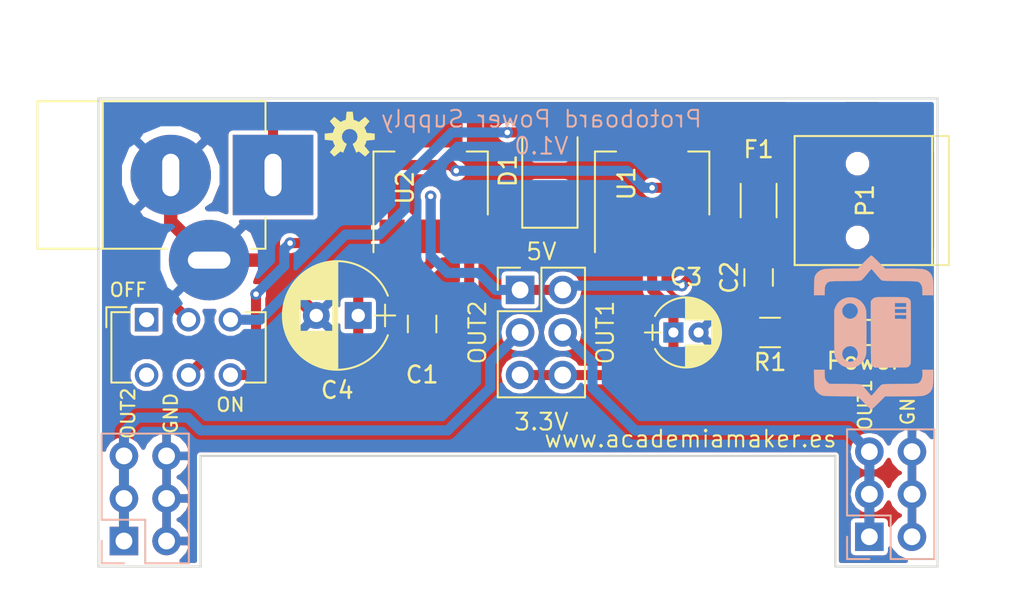
<source format=kicad_pcb>
(kicad_pcb (version 20171130) (host pcbnew 5.0.2-bee76a0~70~ubuntu18.04.1)

  (general
    (thickness 1.6)
    (drawings 22)
    (tracks 109)
    (zones 0)
    (modules 18)
    (nets 17)
  )

  (page A4)
  (layers
    (0 F.Cu signal)
    (31 B.Cu signal)
    (32 B.Adhes user)
    (33 F.Adhes user)
    (34 B.Paste user)
    (35 F.Paste user)
    (36 B.SilkS user)
    (37 F.SilkS user)
    (38 B.Mask user)
    (39 F.Mask user)
    (40 Dwgs.User user)
    (41 Cmts.User user)
    (42 Eco1.User user)
    (43 Eco2.User user)
    (44 Edge.Cuts user)
    (45 Margin user)
    (46 B.CrtYd user)
    (47 F.CrtYd user)
    (48 B.Fab user)
    (49 F.Fab user)
  )

  (setup
    (last_trace_width 0.6)
    (user_trace_width 0.1524)
    (user_trace_width 0.2)
    (user_trace_width 0.25)
    (user_trace_width 0.3)
    (user_trace_width 0.4)
    (user_trace_width 0.5)
    (user_trace_width 0.6)
    (user_trace_width 0.8)
    (user_trace_width 1)
    (user_trace_width 1.2)
    (user_trace_width 1.5)
    (user_trace_width 2)
    (trace_clearance 0.254)
    (zone_clearance 0.1524)
    (zone_45_only no)
    (trace_min 0.1524)
    (segment_width 0.127)
    (edge_width 0.127)
    (via_size 0.6858)
    (via_drill 0.3302)
    (via_min_size 0.6858)
    (via_min_drill 0.3302)
    (uvia_size 0.508)
    (uvia_drill 0.127)
    (uvias_allowed no)
    (uvia_min_size 0.508)
    (uvia_min_drill 0.127)
    (pcb_text_width 0.127)
    (pcb_text_size 0.6 0.6)
    (mod_edge_width 0.127)
    (mod_text_size 0.6 0.6)
    (mod_text_width 0.127)
    (pad_size 1.524 1.524)
    (pad_drill 0.762)
    (pad_to_mask_clearance 0.05)
    (solder_mask_min_width 0.25)
    (pad_to_paste_clearance -0.04)
    (aux_axis_origin 0 0)
    (visible_elements FFFFFF7F)
    (pcbplotparams
      (layerselection 0x110f0_ffffffff)
      (usegerberextensions false)
      (usegerberattributes true)
      (usegerberadvancedattributes false)
      (creategerberjobfile false)
      (excludeedgelayer false)
      (linewidth 0.127000)
      (plotframeref false)
      (viasonmask false)
      (mode 1)
      (useauxorigin true)
      (hpglpennumber 1)
      (hpglpenspeed 20)
      (hpglpendiameter 15.000000)
      (psnegative false)
      (psa4output false)
      (plotreference true)
      (plotvalue false)
      (plotinvisibletext false)
      (padsonsilk false)
      (subtractmaskfromsilk false)
      (outputformat 1)
      (mirror false)
      (drillshape 0)
      (scaleselection 1)
      (outputdirectory "CAM/"))
  )

  (net 0 "")
  (net 1 "Net-(C1-Pad1)")
  (net 2 GND)
  (net 3 5V)
  (net 4 3.3V)
  (net 5 "Net-(CON1-Pad1)")
  (net 6 "Net-(D2-Pad2)")
  (net 7 "Net-(F1-Pad1)")
  (net 8 VBUS)
  (net 9 OUT2)
  (net 10 OUT1)
  (net 11 "Net-(SW1-Pad1)")
  (net 12 "Net-(D1-Pad2)")
  (net 13 "Net-(SW1-Pad4)")
  (net 14 "Net-(P1-Pad2)")
  (net 15 "Net-(P1-Pad3)")
  (net 16 "Net-(P1-Pad4)")

  (net_class Default "Dit is de standaard class."
    (clearance 0.254)
    (trace_width 0.254)
    (via_dia 0.6858)
    (via_drill 0.3302)
    (uvia_dia 0.508)
    (uvia_drill 0.127)
    (add_net 3.3V)
    (add_net 5V)
    (add_net GND)
    (add_net "Net-(C1-Pad1)")
    (add_net "Net-(CON1-Pad1)")
    (add_net "Net-(D1-Pad2)")
    (add_net "Net-(D2-Pad2)")
    (add_net "Net-(F1-Pad1)")
    (add_net "Net-(P1-Pad2)")
    (add_net "Net-(P1-Pad3)")
    (add_net "Net-(P1-Pad4)")
    (add_net "Net-(SW1-Pad1)")
    (add_net "Net-(SW1-Pad4)")
    (add_net OUT1)
    (add_net OUT2)
    (add_net VBUS)
  )

  (net_class 0.2mm ""
    (clearance 0.2)
    (trace_width 0.2)
    (via_dia 0.6858)
    (via_drill 0.3302)
    (uvia_dia 0.508)
    (uvia_drill 0.127)
  )

  (net_class Minimal ""
    (clearance 0.1524)
    (trace_width 0.1524)
    (via_dia 0.6858)
    (via_drill 0.3302)
    (uvia_dia 0.508)
    (uvia_drill 0.127)
  )

  (module Capacitors_SMD:C_0805_HandSoldering (layer F.Cu) (tedit 58AA84A8) (tstamp 5C199D3D)
    (at 161.544 99.822 270)
    (descr "Capacitor SMD 0805, hand soldering")
    (tags "capacitor 0805")
    (path /5C1052B7)
    (attr smd)
    (fp_text reference C1 (at 3.028 0) (layer F.SilkS)
      (effects (font (size 1 1) (thickness 0.15)))
    )
    (fp_text value 100nF (at 0 1.75 270) (layer F.Fab)
      (effects (font (size 1 1) (thickness 0.15)))
    )
    (fp_text user %R (at 0 -1.75 270) (layer F.Fab)
      (effects (font (size 1 1) (thickness 0.15)))
    )
    (fp_line (start -1 0.62) (end -1 -0.62) (layer F.Fab) (width 0.1))
    (fp_line (start 1 0.62) (end -1 0.62) (layer F.Fab) (width 0.1))
    (fp_line (start 1 -0.62) (end 1 0.62) (layer F.Fab) (width 0.1))
    (fp_line (start -1 -0.62) (end 1 -0.62) (layer F.Fab) (width 0.1))
    (fp_line (start 0.5 -0.85) (end -0.5 -0.85) (layer F.SilkS) (width 0.12))
    (fp_line (start -0.5 0.85) (end 0.5 0.85) (layer F.SilkS) (width 0.12))
    (fp_line (start -2.25 -0.88) (end 2.25 -0.88) (layer F.CrtYd) (width 0.05))
    (fp_line (start -2.25 -0.88) (end -2.25 0.87) (layer F.CrtYd) (width 0.05))
    (fp_line (start 2.25 0.87) (end 2.25 -0.88) (layer F.CrtYd) (width 0.05))
    (fp_line (start 2.25 0.87) (end -2.25 0.87) (layer F.CrtYd) (width 0.05))
    (pad 1 smd rect (at -1.25 0 270) (size 1.5 1.25) (layers F.Cu F.Paste F.Mask)
      (net 1 "Net-(C1-Pad1)"))
    (pad 2 smd rect (at 1.25 0 270) (size 1.5 1.25) (layers F.Cu F.Paste F.Mask)
      (net 2 GND))
    (model Capacitors_SMD.3dshapes/C_0805.wrl
      (at (xyz 0 0 0))
      (scale (xyz 1 1 1))
      (rotate (xyz 0 0 0))
    )
  )

  (module Capacitors_SMD:C_0805_HandSoldering (layer F.Cu) (tedit 58AA84A8) (tstamp 5C199D4E)
    (at 181.61 97.048 90)
    (descr "Capacitor SMD 0805, hand soldering")
    (tags "capacitor 0805")
    (path /5C10534D)
    (attr smd)
    (fp_text reference C2 (at 0 -1.75 90) (layer F.SilkS)
      (effects (font (size 1 1) (thickness 0.15)))
    )
    (fp_text value 100nF (at 0 1.75 90) (layer F.Fab)
      (effects (font (size 1 1) (thickness 0.15)))
    )
    (fp_line (start 2.25 0.87) (end -2.25 0.87) (layer F.CrtYd) (width 0.05))
    (fp_line (start 2.25 0.87) (end 2.25 -0.88) (layer F.CrtYd) (width 0.05))
    (fp_line (start -2.25 -0.88) (end -2.25 0.87) (layer F.CrtYd) (width 0.05))
    (fp_line (start -2.25 -0.88) (end 2.25 -0.88) (layer F.CrtYd) (width 0.05))
    (fp_line (start -0.5 0.85) (end 0.5 0.85) (layer F.SilkS) (width 0.12))
    (fp_line (start 0.5 -0.85) (end -0.5 -0.85) (layer F.SilkS) (width 0.12))
    (fp_line (start -1 -0.62) (end 1 -0.62) (layer F.Fab) (width 0.1))
    (fp_line (start 1 -0.62) (end 1 0.62) (layer F.Fab) (width 0.1))
    (fp_line (start 1 0.62) (end -1 0.62) (layer F.Fab) (width 0.1))
    (fp_line (start -1 0.62) (end -1 -0.62) (layer F.Fab) (width 0.1))
    (fp_text user %R (at 0 -1.75 90) (layer F.Fab)
      (effects (font (size 1 1) (thickness 0.15)))
    )
    (pad 2 smd rect (at 1.25 0 90) (size 1.5 1.25) (layers F.Cu F.Paste F.Mask)
      (net 2 GND))
    (pad 1 smd rect (at -1.25 0 90) (size 1.5 1.25) (layers F.Cu F.Paste F.Mask)
      (net 3 5V))
    (model Capacitors_SMD.3dshapes/C_0805.wrl
      (at (xyz 0 0 0))
      (scale (xyz 1 1 1))
      (rotate (xyz 0 0 0))
    )
  )

  (module Capacitors_THT:CP_Radial_D4.0mm_P1.50mm (layer F.Cu) (tedit 597BC7C2) (tstamp 5C199DBD)
    (at 176.53 100.33)
    (descr "CP, Radial series, Radial, pin pitch=1.50mm, , diameter=4mm, Electrolytic Capacitor")
    (tags "CP Radial series Radial pin pitch 1.50mm  diameter 4mm Electrolytic Capacitor")
    (path /5C0D2B17)
    (fp_text reference C3 (at 0.75 -3.31) (layer F.SilkS)
      (effects (font (size 1 1) (thickness 0.15)))
    )
    (fp_text value 10uF (at 0.75 3.31) (layer F.Fab)
      (effects (font (size 1 1) (thickness 0.15)))
    )
    (fp_arc (start 0.75 0) (end -1.095996 -0.98) (angle 124.1) (layer F.SilkS) (width 0.12))
    (fp_arc (start 0.75 0) (end -1.095996 0.98) (angle -124.1) (layer F.SilkS) (width 0.12))
    (fp_arc (start 0.75 0) (end 2.595996 -0.98) (angle 55.9) (layer F.SilkS) (width 0.12))
    (fp_circle (center 0.75 0) (end 2.75 0) (layer F.Fab) (width 0.1))
    (fp_line (start -1.7 0) (end -0.8 0) (layer F.Fab) (width 0.1))
    (fp_line (start -1.25 -0.45) (end -1.25 0.45) (layer F.Fab) (width 0.1))
    (fp_line (start 0.75 0.78) (end 0.75 2.05) (layer F.SilkS) (width 0.12))
    (fp_line (start 0.75 -2.05) (end 0.75 -0.78) (layer F.SilkS) (width 0.12))
    (fp_line (start 0.79 -2.05) (end 0.79 -0.78) (layer F.SilkS) (width 0.12))
    (fp_line (start 0.79 0.78) (end 0.79 2.05) (layer F.SilkS) (width 0.12))
    (fp_line (start 0.83 -2.049) (end 0.83 -0.78) (layer F.SilkS) (width 0.12))
    (fp_line (start 0.83 0.78) (end 0.83 2.049) (layer F.SilkS) (width 0.12))
    (fp_line (start 0.87 -2.047) (end 0.87 -0.78) (layer F.SilkS) (width 0.12))
    (fp_line (start 0.87 0.78) (end 0.87 2.047) (layer F.SilkS) (width 0.12))
    (fp_line (start 0.91 -2.044) (end 0.91 -0.78) (layer F.SilkS) (width 0.12))
    (fp_line (start 0.91 0.78) (end 0.91 2.044) (layer F.SilkS) (width 0.12))
    (fp_line (start 0.95 -2.041) (end 0.95 -0.78) (layer F.SilkS) (width 0.12))
    (fp_line (start 0.95 0.78) (end 0.95 2.041) (layer F.SilkS) (width 0.12))
    (fp_line (start 0.99 -2.037) (end 0.99 -0.78) (layer F.SilkS) (width 0.12))
    (fp_line (start 0.99 0.78) (end 0.99 2.037) (layer F.SilkS) (width 0.12))
    (fp_line (start 1.03 -2.032) (end 1.03 -0.78) (layer F.SilkS) (width 0.12))
    (fp_line (start 1.03 0.78) (end 1.03 2.032) (layer F.SilkS) (width 0.12))
    (fp_line (start 1.07 -2.026) (end 1.07 -0.78) (layer F.SilkS) (width 0.12))
    (fp_line (start 1.07 0.78) (end 1.07 2.026) (layer F.SilkS) (width 0.12))
    (fp_line (start 1.11 -2.019) (end 1.11 -0.78) (layer F.SilkS) (width 0.12))
    (fp_line (start 1.11 0.78) (end 1.11 2.019) (layer F.SilkS) (width 0.12))
    (fp_line (start 1.15 -2.012) (end 1.15 -0.78) (layer F.SilkS) (width 0.12))
    (fp_line (start 1.15 0.78) (end 1.15 2.012) (layer F.SilkS) (width 0.12))
    (fp_line (start 1.19 -2.004) (end 1.19 -0.78) (layer F.SilkS) (width 0.12))
    (fp_line (start 1.19 0.78) (end 1.19 2.004) (layer F.SilkS) (width 0.12))
    (fp_line (start 1.23 -1.995) (end 1.23 -0.78) (layer F.SilkS) (width 0.12))
    (fp_line (start 1.23 0.78) (end 1.23 1.995) (layer F.SilkS) (width 0.12))
    (fp_line (start 1.27 -1.985) (end 1.27 -0.78) (layer F.SilkS) (width 0.12))
    (fp_line (start 1.27 0.78) (end 1.27 1.985) (layer F.SilkS) (width 0.12))
    (fp_line (start 1.31 -1.974) (end 1.31 -0.78) (layer F.SilkS) (width 0.12))
    (fp_line (start 1.31 0.78) (end 1.31 1.974) (layer F.SilkS) (width 0.12))
    (fp_line (start 1.35 -1.963) (end 1.35 -0.78) (layer F.SilkS) (width 0.12))
    (fp_line (start 1.35 0.78) (end 1.35 1.963) (layer F.SilkS) (width 0.12))
    (fp_line (start 1.39 -1.95) (end 1.39 -0.78) (layer F.SilkS) (width 0.12))
    (fp_line (start 1.39 0.78) (end 1.39 1.95) (layer F.SilkS) (width 0.12))
    (fp_line (start 1.43 -1.937) (end 1.43 -0.78) (layer F.SilkS) (width 0.12))
    (fp_line (start 1.43 0.78) (end 1.43 1.937) (layer F.SilkS) (width 0.12))
    (fp_line (start 1.471 -1.923) (end 1.471 -0.78) (layer F.SilkS) (width 0.12))
    (fp_line (start 1.471 0.78) (end 1.471 1.923) (layer F.SilkS) (width 0.12))
    (fp_line (start 1.511 -1.907) (end 1.511 -0.78) (layer F.SilkS) (width 0.12))
    (fp_line (start 1.511 0.78) (end 1.511 1.907) (layer F.SilkS) (width 0.12))
    (fp_line (start 1.551 -1.891) (end 1.551 -0.78) (layer F.SilkS) (width 0.12))
    (fp_line (start 1.551 0.78) (end 1.551 1.891) (layer F.SilkS) (width 0.12))
    (fp_line (start 1.591 -1.874) (end 1.591 -0.78) (layer F.SilkS) (width 0.12))
    (fp_line (start 1.591 0.78) (end 1.591 1.874) (layer F.SilkS) (width 0.12))
    (fp_line (start 1.631 -1.856) (end 1.631 -0.78) (layer F.SilkS) (width 0.12))
    (fp_line (start 1.631 0.78) (end 1.631 1.856) (layer F.SilkS) (width 0.12))
    (fp_line (start 1.671 -1.837) (end 1.671 -0.78) (layer F.SilkS) (width 0.12))
    (fp_line (start 1.671 0.78) (end 1.671 1.837) (layer F.SilkS) (width 0.12))
    (fp_line (start 1.711 -1.817) (end 1.711 -0.78) (layer F.SilkS) (width 0.12))
    (fp_line (start 1.711 0.78) (end 1.711 1.817) (layer F.SilkS) (width 0.12))
    (fp_line (start 1.751 -1.796) (end 1.751 -0.78) (layer F.SilkS) (width 0.12))
    (fp_line (start 1.751 0.78) (end 1.751 1.796) (layer F.SilkS) (width 0.12))
    (fp_line (start 1.791 -1.773) (end 1.791 -0.78) (layer F.SilkS) (width 0.12))
    (fp_line (start 1.791 0.78) (end 1.791 1.773) (layer F.SilkS) (width 0.12))
    (fp_line (start 1.831 -1.75) (end 1.831 -0.78) (layer F.SilkS) (width 0.12))
    (fp_line (start 1.831 0.78) (end 1.831 1.75) (layer F.SilkS) (width 0.12))
    (fp_line (start 1.871 -1.725) (end 1.871 -0.78) (layer F.SilkS) (width 0.12))
    (fp_line (start 1.871 0.78) (end 1.871 1.725) (layer F.SilkS) (width 0.12))
    (fp_line (start 1.911 -1.699) (end 1.911 -0.78) (layer F.SilkS) (width 0.12))
    (fp_line (start 1.911 0.78) (end 1.911 1.699) (layer F.SilkS) (width 0.12))
    (fp_line (start 1.951 -1.672) (end 1.951 -0.78) (layer F.SilkS) (width 0.12))
    (fp_line (start 1.951 0.78) (end 1.951 1.672) (layer F.SilkS) (width 0.12))
    (fp_line (start 1.991 -1.643) (end 1.991 -0.78) (layer F.SilkS) (width 0.12))
    (fp_line (start 1.991 0.78) (end 1.991 1.643) (layer F.SilkS) (width 0.12))
    (fp_line (start 2.031 -1.613) (end 2.031 -0.78) (layer F.SilkS) (width 0.12))
    (fp_line (start 2.031 0.78) (end 2.031 1.613) (layer F.SilkS) (width 0.12))
    (fp_line (start 2.071 -1.581) (end 2.071 -0.78) (layer F.SilkS) (width 0.12))
    (fp_line (start 2.071 0.78) (end 2.071 1.581) (layer F.SilkS) (width 0.12))
    (fp_line (start 2.111 -1.547) (end 2.111 -0.78) (layer F.SilkS) (width 0.12))
    (fp_line (start 2.111 0.78) (end 2.111 1.547) (layer F.SilkS) (width 0.12))
    (fp_line (start 2.151 -1.512) (end 2.151 -0.78) (layer F.SilkS) (width 0.12))
    (fp_line (start 2.151 0.78) (end 2.151 1.512) (layer F.SilkS) (width 0.12))
    (fp_line (start 2.191 -1.475) (end 2.191 -0.78) (layer F.SilkS) (width 0.12))
    (fp_line (start 2.191 0.78) (end 2.191 1.475) (layer F.SilkS) (width 0.12))
    (fp_line (start 2.231 -1.436) (end 2.231 -0.78) (layer F.SilkS) (width 0.12))
    (fp_line (start 2.231 0.78) (end 2.231 1.436) (layer F.SilkS) (width 0.12))
    (fp_line (start 2.271 -1.395) (end 2.271 -0.78) (layer F.SilkS) (width 0.12))
    (fp_line (start 2.271 0.78) (end 2.271 1.395) (layer F.SilkS) (width 0.12))
    (fp_line (start 2.311 -1.351) (end 2.311 1.351) (layer F.SilkS) (width 0.12))
    (fp_line (start 2.351 -1.305) (end 2.351 1.305) (layer F.SilkS) (width 0.12))
    (fp_line (start 2.391 -1.256) (end 2.391 1.256) (layer F.SilkS) (width 0.12))
    (fp_line (start 2.431 -1.204) (end 2.431 1.204) (layer F.SilkS) (width 0.12))
    (fp_line (start 2.471 -1.148) (end 2.471 1.148) (layer F.SilkS) (width 0.12))
    (fp_line (start 2.511 -1.088) (end 2.511 1.088) (layer F.SilkS) (width 0.12))
    (fp_line (start 2.551 -1.023) (end 2.551 1.023) (layer F.SilkS) (width 0.12))
    (fp_line (start 2.591 -0.952) (end 2.591 0.952) (layer F.SilkS) (width 0.12))
    (fp_line (start 2.631 -0.874) (end 2.631 0.874) (layer F.SilkS) (width 0.12))
    (fp_line (start 2.671 -0.786) (end 2.671 0.786) (layer F.SilkS) (width 0.12))
    (fp_line (start 2.711 -0.686) (end 2.711 0.686) (layer F.SilkS) (width 0.12))
    (fp_line (start 2.751 -0.567) (end 2.751 0.567) (layer F.SilkS) (width 0.12))
    (fp_line (start 2.791 -0.415) (end 2.791 0.415) (layer F.SilkS) (width 0.12))
    (fp_line (start 2.831 -0.165) (end 2.831 0.165) (layer F.SilkS) (width 0.12))
    (fp_line (start -1.7 0) (end -0.8 0) (layer F.SilkS) (width 0.12))
    (fp_line (start -1.25 -0.45) (end -1.25 0.45) (layer F.SilkS) (width 0.12))
    (fp_line (start -1.6 -2.35) (end -1.6 2.35) (layer F.CrtYd) (width 0.05))
    (fp_line (start -1.6 2.35) (end 3.1 2.35) (layer F.CrtYd) (width 0.05))
    (fp_line (start 3.1 2.35) (end 3.1 -2.35) (layer F.CrtYd) (width 0.05))
    (fp_line (start 3.1 -2.35) (end -1.6 -2.35) (layer F.CrtYd) (width 0.05))
    (fp_text user %R (at 0.75 0) (layer F.Fab)
      (effects (font (size 1 1) (thickness 0.15)))
    )
    (pad 1 thru_hole rect (at 0 0) (size 1.2 1.2) (drill 0.6) (layers *.Cu *.Mask)
      (net 4 3.3V))
    (pad 2 thru_hole circle (at 1.5 0) (size 1.2 1.2) (drill 0.6) (layers *.Cu *.Mask)
      (net 2 GND))
    (model ${KISYS3DMOD}/Capacitors_THT.3dshapes/CP_Radial_D4.0mm_P1.50mm.wrl
      (at (xyz 0 0 0))
      (scale (xyz 1 1 1))
      (rotate (xyz 0 0 0))
    )
  )

  (module Capacitors_THT:CP_Radial_D6.3mm_P2.50mm (layer F.Cu) (tedit 597BC7C2) (tstamp 5C199E52)
    (at 157.734 99.314 180)
    (descr "CP, Radial series, Radial, pin pitch=2.50mm, , diameter=6.3mm, Electrolytic Capacitor")
    (tags "CP Radial series Radial pin pitch 2.50mm  diameter 6.3mm Electrolytic Capacitor")
    (path /5C0D3246)
    (fp_text reference C4 (at 1.25 -4.46 180) (layer F.SilkS)
      (effects (font (size 1 1) (thickness 0.15)))
    )
    (fp_text value 100uF (at 1.25 4.46 180) (layer F.Fab)
      (effects (font (size 1 1) (thickness 0.15)))
    )
    (fp_arc (start 1.25 0) (end -1.767482 -1.18) (angle 137.3) (layer F.SilkS) (width 0.12))
    (fp_arc (start 1.25 0) (end -1.767482 1.18) (angle -137.3) (layer F.SilkS) (width 0.12))
    (fp_arc (start 1.25 0) (end 4.267482 -1.18) (angle 42.7) (layer F.SilkS) (width 0.12))
    (fp_circle (center 1.25 0) (end 4.4 0) (layer F.Fab) (width 0.1))
    (fp_line (start -2.2 0) (end -1 0) (layer F.Fab) (width 0.1))
    (fp_line (start -1.6 -0.65) (end -1.6 0.65) (layer F.Fab) (width 0.1))
    (fp_line (start 1.25 -3.2) (end 1.25 3.2) (layer F.SilkS) (width 0.12))
    (fp_line (start 1.29 -3.2) (end 1.29 3.2) (layer F.SilkS) (width 0.12))
    (fp_line (start 1.33 -3.2) (end 1.33 3.2) (layer F.SilkS) (width 0.12))
    (fp_line (start 1.37 -3.198) (end 1.37 3.198) (layer F.SilkS) (width 0.12))
    (fp_line (start 1.41 -3.197) (end 1.41 3.197) (layer F.SilkS) (width 0.12))
    (fp_line (start 1.45 -3.194) (end 1.45 3.194) (layer F.SilkS) (width 0.12))
    (fp_line (start 1.49 -3.192) (end 1.49 3.192) (layer F.SilkS) (width 0.12))
    (fp_line (start 1.53 -3.188) (end 1.53 -0.98) (layer F.SilkS) (width 0.12))
    (fp_line (start 1.53 0.98) (end 1.53 3.188) (layer F.SilkS) (width 0.12))
    (fp_line (start 1.57 -3.185) (end 1.57 -0.98) (layer F.SilkS) (width 0.12))
    (fp_line (start 1.57 0.98) (end 1.57 3.185) (layer F.SilkS) (width 0.12))
    (fp_line (start 1.61 -3.18) (end 1.61 -0.98) (layer F.SilkS) (width 0.12))
    (fp_line (start 1.61 0.98) (end 1.61 3.18) (layer F.SilkS) (width 0.12))
    (fp_line (start 1.65 -3.176) (end 1.65 -0.98) (layer F.SilkS) (width 0.12))
    (fp_line (start 1.65 0.98) (end 1.65 3.176) (layer F.SilkS) (width 0.12))
    (fp_line (start 1.69 -3.17) (end 1.69 -0.98) (layer F.SilkS) (width 0.12))
    (fp_line (start 1.69 0.98) (end 1.69 3.17) (layer F.SilkS) (width 0.12))
    (fp_line (start 1.73 -3.165) (end 1.73 -0.98) (layer F.SilkS) (width 0.12))
    (fp_line (start 1.73 0.98) (end 1.73 3.165) (layer F.SilkS) (width 0.12))
    (fp_line (start 1.77 -3.158) (end 1.77 -0.98) (layer F.SilkS) (width 0.12))
    (fp_line (start 1.77 0.98) (end 1.77 3.158) (layer F.SilkS) (width 0.12))
    (fp_line (start 1.81 -3.152) (end 1.81 -0.98) (layer F.SilkS) (width 0.12))
    (fp_line (start 1.81 0.98) (end 1.81 3.152) (layer F.SilkS) (width 0.12))
    (fp_line (start 1.85 -3.144) (end 1.85 -0.98) (layer F.SilkS) (width 0.12))
    (fp_line (start 1.85 0.98) (end 1.85 3.144) (layer F.SilkS) (width 0.12))
    (fp_line (start 1.89 -3.137) (end 1.89 -0.98) (layer F.SilkS) (width 0.12))
    (fp_line (start 1.89 0.98) (end 1.89 3.137) (layer F.SilkS) (width 0.12))
    (fp_line (start 1.93 -3.128) (end 1.93 -0.98) (layer F.SilkS) (width 0.12))
    (fp_line (start 1.93 0.98) (end 1.93 3.128) (layer F.SilkS) (width 0.12))
    (fp_line (start 1.971 -3.119) (end 1.971 -0.98) (layer F.SilkS) (width 0.12))
    (fp_line (start 1.971 0.98) (end 1.971 3.119) (layer F.SilkS) (width 0.12))
    (fp_line (start 2.011 -3.11) (end 2.011 -0.98) (layer F.SilkS) (width 0.12))
    (fp_line (start 2.011 0.98) (end 2.011 3.11) (layer F.SilkS) (width 0.12))
    (fp_line (start 2.051 -3.1) (end 2.051 -0.98) (layer F.SilkS) (width 0.12))
    (fp_line (start 2.051 0.98) (end 2.051 3.1) (layer F.SilkS) (width 0.12))
    (fp_line (start 2.091 -3.09) (end 2.091 -0.98) (layer F.SilkS) (width 0.12))
    (fp_line (start 2.091 0.98) (end 2.091 3.09) (layer F.SilkS) (width 0.12))
    (fp_line (start 2.131 -3.079) (end 2.131 -0.98) (layer F.SilkS) (width 0.12))
    (fp_line (start 2.131 0.98) (end 2.131 3.079) (layer F.SilkS) (width 0.12))
    (fp_line (start 2.171 -3.067) (end 2.171 -0.98) (layer F.SilkS) (width 0.12))
    (fp_line (start 2.171 0.98) (end 2.171 3.067) (layer F.SilkS) (width 0.12))
    (fp_line (start 2.211 -3.055) (end 2.211 -0.98) (layer F.SilkS) (width 0.12))
    (fp_line (start 2.211 0.98) (end 2.211 3.055) (layer F.SilkS) (width 0.12))
    (fp_line (start 2.251 -3.042) (end 2.251 -0.98) (layer F.SilkS) (width 0.12))
    (fp_line (start 2.251 0.98) (end 2.251 3.042) (layer F.SilkS) (width 0.12))
    (fp_line (start 2.291 -3.029) (end 2.291 -0.98) (layer F.SilkS) (width 0.12))
    (fp_line (start 2.291 0.98) (end 2.291 3.029) (layer F.SilkS) (width 0.12))
    (fp_line (start 2.331 -3.015) (end 2.331 -0.98) (layer F.SilkS) (width 0.12))
    (fp_line (start 2.331 0.98) (end 2.331 3.015) (layer F.SilkS) (width 0.12))
    (fp_line (start 2.371 -3.001) (end 2.371 -0.98) (layer F.SilkS) (width 0.12))
    (fp_line (start 2.371 0.98) (end 2.371 3.001) (layer F.SilkS) (width 0.12))
    (fp_line (start 2.411 -2.986) (end 2.411 -0.98) (layer F.SilkS) (width 0.12))
    (fp_line (start 2.411 0.98) (end 2.411 2.986) (layer F.SilkS) (width 0.12))
    (fp_line (start 2.451 -2.97) (end 2.451 -0.98) (layer F.SilkS) (width 0.12))
    (fp_line (start 2.451 0.98) (end 2.451 2.97) (layer F.SilkS) (width 0.12))
    (fp_line (start 2.491 -2.954) (end 2.491 -0.98) (layer F.SilkS) (width 0.12))
    (fp_line (start 2.491 0.98) (end 2.491 2.954) (layer F.SilkS) (width 0.12))
    (fp_line (start 2.531 -2.937) (end 2.531 -0.98) (layer F.SilkS) (width 0.12))
    (fp_line (start 2.531 0.98) (end 2.531 2.937) (layer F.SilkS) (width 0.12))
    (fp_line (start 2.571 -2.919) (end 2.571 -0.98) (layer F.SilkS) (width 0.12))
    (fp_line (start 2.571 0.98) (end 2.571 2.919) (layer F.SilkS) (width 0.12))
    (fp_line (start 2.611 -2.901) (end 2.611 -0.98) (layer F.SilkS) (width 0.12))
    (fp_line (start 2.611 0.98) (end 2.611 2.901) (layer F.SilkS) (width 0.12))
    (fp_line (start 2.651 -2.882) (end 2.651 -0.98) (layer F.SilkS) (width 0.12))
    (fp_line (start 2.651 0.98) (end 2.651 2.882) (layer F.SilkS) (width 0.12))
    (fp_line (start 2.691 -2.863) (end 2.691 -0.98) (layer F.SilkS) (width 0.12))
    (fp_line (start 2.691 0.98) (end 2.691 2.863) (layer F.SilkS) (width 0.12))
    (fp_line (start 2.731 -2.843) (end 2.731 -0.98) (layer F.SilkS) (width 0.12))
    (fp_line (start 2.731 0.98) (end 2.731 2.843) (layer F.SilkS) (width 0.12))
    (fp_line (start 2.771 -2.822) (end 2.771 -0.98) (layer F.SilkS) (width 0.12))
    (fp_line (start 2.771 0.98) (end 2.771 2.822) (layer F.SilkS) (width 0.12))
    (fp_line (start 2.811 -2.8) (end 2.811 -0.98) (layer F.SilkS) (width 0.12))
    (fp_line (start 2.811 0.98) (end 2.811 2.8) (layer F.SilkS) (width 0.12))
    (fp_line (start 2.851 -2.778) (end 2.851 -0.98) (layer F.SilkS) (width 0.12))
    (fp_line (start 2.851 0.98) (end 2.851 2.778) (layer F.SilkS) (width 0.12))
    (fp_line (start 2.891 -2.755) (end 2.891 -0.98) (layer F.SilkS) (width 0.12))
    (fp_line (start 2.891 0.98) (end 2.891 2.755) (layer F.SilkS) (width 0.12))
    (fp_line (start 2.931 -2.731) (end 2.931 -0.98) (layer F.SilkS) (width 0.12))
    (fp_line (start 2.931 0.98) (end 2.931 2.731) (layer F.SilkS) (width 0.12))
    (fp_line (start 2.971 -2.706) (end 2.971 -0.98) (layer F.SilkS) (width 0.12))
    (fp_line (start 2.971 0.98) (end 2.971 2.706) (layer F.SilkS) (width 0.12))
    (fp_line (start 3.011 -2.681) (end 3.011 -0.98) (layer F.SilkS) (width 0.12))
    (fp_line (start 3.011 0.98) (end 3.011 2.681) (layer F.SilkS) (width 0.12))
    (fp_line (start 3.051 -2.654) (end 3.051 -0.98) (layer F.SilkS) (width 0.12))
    (fp_line (start 3.051 0.98) (end 3.051 2.654) (layer F.SilkS) (width 0.12))
    (fp_line (start 3.091 -2.627) (end 3.091 -0.98) (layer F.SilkS) (width 0.12))
    (fp_line (start 3.091 0.98) (end 3.091 2.627) (layer F.SilkS) (width 0.12))
    (fp_line (start 3.131 -2.599) (end 3.131 -0.98) (layer F.SilkS) (width 0.12))
    (fp_line (start 3.131 0.98) (end 3.131 2.599) (layer F.SilkS) (width 0.12))
    (fp_line (start 3.171 -2.57) (end 3.171 -0.98) (layer F.SilkS) (width 0.12))
    (fp_line (start 3.171 0.98) (end 3.171 2.57) (layer F.SilkS) (width 0.12))
    (fp_line (start 3.211 -2.54) (end 3.211 -0.98) (layer F.SilkS) (width 0.12))
    (fp_line (start 3.211 0.98) (end 3.211 2.54) (layer F.SilkS) (width 0.12))
    (fp_line (start 3.251 -2.51) (end 3.251 -0.98) (layer F.SilkS) (width 0.12))
    (fp_line (start 3.251 0.98) (end 3.251 2.51) (layer F.SilkS) (width 0.12))
    (fp_line (start 3.291 -2.478) (end 3.291 -0.98) (layer F.SilkS) (width 0.12))
    (fp_line (start 3.291 0.98) (end 3.291 2.478) (layer F.SilkS) (width 0.12))
    (fp_line (start 3.331 -2.445) (end 3.331 -0.98) (layer F.SilkS) (width 0.12))
    (fp_line (start 3.331 0.98) (end 3.331 2.445) (layer F.SilkS) (width 0.12))
    (fp_line (start 3.371 -2.411) (end 3.371 -0.98) (layer F.SilkS) (width 0.12))
    (fp_line (start 3.371 0.98) (end 3.371 2.411) (layer F.SilkS) (width 0.12))
    (fp_line (start 3.411 -2.375) (end 3.411 -0.98) (layer F.SilkS) (width 0.12))
    (fp_line (start 3.411 0.98) (end 3.411 2.375) (layer F.SilkS) (width 0.12))
    (fp_line (start 3.451 -2.339) (end 3.451 -0.98) (layer F.SilkS) (width 0.12))
    (fp_line (start 3.451 0.98) (end 3.451 2.339) (layer F.SilkS) (width 0.12))
    (fp_line (start 3.491 -2.301) (end 3.491 2.301) (layer F.SilkS) (width 0.12))
    (fp_line (start 3.531 -2.262) (end 3.531 2.262) (layer F.SilkS) (width 0.12))
    (fp_line (start 3.571 -2.222) (end 3.571 2.222) (layer F.SilkS) (width 0.12))
    (fp_line (start 3.611 -2.18) (end 3.611 2.18) (layer F.SilkS) (width 0.12))
    (fp_line (start 3.651 -2.137) (end 3.651 2.137) (layer F.SilkS) (width 0.12))
    (fp_line (start 3.691 -2.092) (end 3.691 2.092) (layer F.SilkS) (width 0.12))
    (fp_line (start 3.731 -2.045) (end 3.731 2.045) (layer F.SilkS) (width 0.12))
    (fp_line (start 3.771 -1.997) (end 3.771 1.997) (layer F.SilkS) (width 0.12))
    (fp_line (start 3.811 -1.946) (end 3.811 1.946) (layer F.SilkS) (width 0.12))
    (fp_line (start 3.851 -1.894) (end 3.851 1.894) (layer F.SilkS) (width 0.12))
    (fp_line (start 3.891 -1.839) (end 3.891 1.839) (layer F.SilkS) (width 0.12))
    (fp_line (start 3.931 -1.781) (end 3.931 1.781) (layer F.SilkS) (width 0.12))
    (fp_line (start 3.971 -1.721) (end 3.971 1.721) (layer F.SilkS) (width 0.12))
    (fp_line (start 4.011 -1.658) (end 4.011 1.658) (layer F.SilkS) (width 0.12))
    (fp_line (start 4.051 -1.591) (end 4.051 1.591) (layer F.SilkS) (width 0.12))
    (fp_line (start 4.091 -1.52) (end 4.091 1.52) (layer F.SilkS) (width 0.12))
    (fp_line (start 4.131 -1.445) (end 4.131 1.445) (layer F.SilkS) (width 0.12))
    (fp_line (start 4.171 -1.364) (end 4.171 1.364) (layer F.SilkS) (width 0.12))
    (fp_line (start 4.211 -1.278) (end 4.211 1.278) (layer F.SilkS) (width 0.12))
    (fp_line (start 4.251 -1.184) (end 4.251 1.184) (layer F.SilkS) (width 0.12))
    (fp_line (start 4.291 -1.081) (end 4.291 1.081) (layer F.SilkS) (width 0.12))
    (fp_line (start 4.331 -0.966) (end 4.331 0.966) (layer F.SilkS) (width 0.12))
    (fp_line (start 4.371 -0.834) (end 4.371 0.834) (layer F.SilkS) (width 0.12))
    (fp_line (start 4.411 -0.676) (end 4.411 0.676) (layer F.SilkS) (width 0.12))
    (fp_line (start 4.451 -0.468) (end 4.451 0.468) (layer F.SilkS) (width 0.12))
    (fp_line (start -2.2 0) (end -1 0) (layer F.SilkS) (width 0.12))
    (fp_line (start -1.6 -0.65) (end -1.6 0.65) (layer F.SilkS) (width 0.12))
    (fp_line (start -2.25 -3.5) (end -2.25 3.5) (layer F.CrtYd) (width 0.05))
    (fp_line (start -2.25 3.5) (end 4.75 3.5) (layer F.CrtYd) (width 0.05))
    (fp_line (start 4.75 3.5) (end 4.75 -3.5) (layer F.CrtYd) (width 0.05))
    (fp_line (start 4.75 -3.5) (end -2.25 -3.5) (layer F.CrtYd) (width 0.05))
    (fp_text user %R (at 1.25 0 180) (layer F.Fab)
      (effects (font (size 1 1) (thickness 0.15)))
    )
    (pad 1 thru_hole rect (at 0 0 180) (size 1.6 1.6) (drill 0.8) (layers *.Cu *.Mask)
      (net 3 5V))
    (pad 2 thru_hole circle (at 2.5 0 180) (size 1.6 1.6) (drill 0.8) (layers *.Cu *.Mask)
      (net 2 GND))
    (model ${KISYS3DMOD}/Capacitors_THT.3dshapes/CP_Radial_D6.3mm_P2.50mm.wrl
      (at (xyz 0 0 0))
      (scale (xyz 1 1 1))
      (rotate (xyz 0 0 0))
    )
  )

  (module Connectors:JACK_ALIM (layer F.Cu) (tedit 5C0D88B5) (tstamp 5C199E6C)
    (at 152.654 90.932)
    (descr "module 1 pin (ou trou mecanique de percage)")
    (tags "CONN JACK")
    (path /5C0CF537)
    (fp_text reference CON1 (at -5.84 -5.59) (layer Dwgs.User)
      (effects (font (size 1 1) (thickness 0.15)))
    )
    (fp_text value BARREL_JACK (at -11.18 5.59) (layer F.Fab)
      (effects (font (size 1 1) (thickness 0.15)))
    )
    (fp_line (start -10.15 -4.4) (end -10.15 4.4) (layer F.SilkS) (width 0.12))
    (fp_line (start -6.35 4.4) (end -14.05 4.4) (layer F.SilkS) (width 0.12))
    (fp_line (start -14.05 4.4) (end -14.05 -4.4) (layer F.SilkS) (width 0.12))
    (fp_line (start -14.05 -4.4) (end -13.85 -4.4) (layer F.SilkS) (width 0.12))
    (fp_line (start -0.45 2.55) (end -0.45 4.4) (layer F.SilkS) (width 0.12))
    (fp_line (start -0.45 4.4) (end -1.3 4.4) (layer F.SilkS) (width 0.12))
    (fp_line (start -13.95 -4.4) (end -0.45 -4.4) (layer F.SilkS) (width 0.12))
    (fp_line (start -0.45 -4.4) (end -0.45 -2.55) (layer F.SilkS) (width 0.12))
    (fp_line (start -13.21 -4.32) (end -13.97 -4.32) (layer F.Fab) (width 0.1))
    (fp_line (start -13.97 -4.32) (end -13.97 4.32) (layer F.Fab) (width 0.1))
    (fp_line (start -13.97 4.32) (end -13.21 4.32) (layer F.Fab) (width 0.1))
    (fp_line (start -10.16 -4.32) (end -10.16 4.32) (layer F.Fab) (width 0.1))
    (fp_line (start -0.51 -4.32) (end -0.51 4.32) (layer F.Fab) (width 0.1))
    (fp_line (start -13.21 4.32) (end -0.51 4.32) (layer F.Fab) (width 0.1))
    (fp_line (start -13.21 -4.32) (end -0.51 -4.32) (layer F.Fab) (width 0.1))
    (fp_line (start -14.22 -4.57) (end 2.65 -4.57) (layer F.CrtYd) (width 0.05))
    (fp_line (start -14.22 -4.57) (end -14.22 7.73) (layer F.CrtYd) (width 0.05))
    (fp_line (start 2.65 7.73) (end 2.65 -4.57) (layer F.CrtYd) (width 0.05))
    (fp_line (start 2.65 7.73) (end -14.22 7.73) (layer F.CrtYd) (width 0.05))
    (pad 2 thru_hole circle (at -6.1 0) (size 4.8 4.8) (drill oval 1.02 2.54) (layers *.Cu *.Mask)
      (net 2 GND))
    (pad 1 thru_hole rect (at 0 0) (size 4.8 4.8) (drill oval 1.02 2.54) (layers *.Cu *.Mask)
      (net 5 "Net-(CON1-Pad1)"))
    (pad 3 thru_hole circle (at -3.81 5.08) (size 4.8 4.8) (drill oval 2.54 1.02) (layers *.Cu *.Mask)
      (net 2 GND))
    (model ${KISYS3DMOD}/Connectors.3dshapes/JACK_ALIM.wrl
      (offset (xyz -6.095999908447266 0 0))
      (scale (xyz 0.8 0.8 0.8))
      (rotate (xyz 0 0 0))
    )
  )

  (module LEDs:LED_0805_HandSoldering (layer F.Cu) (tedit 5C0D781A) (tstamp 5C199E81)
    (at 187.88 100.33 180)
    (descr "Resistor SMD 0805, hand soldering")
    (tags "resistor 0805")
    (path /5C0CFB57)
    (attr smd)
    (fp_text reference Power (at 0 -1.7 180) (layer F.SilkS)
      (effects (font (size 1 1) (thickness 0.15)))
    )
    (fp_text value Power (at 0 1.75 180) (layer F.Fab)
      (effects (font (size 1 1) (thickness 0.15)))
    )
    (fp_line (start -0.4 -0.4) (end -0.4 0.4) (layer F.Fab) (width 0.1))
    (fp_line (start -0.4 0) (end 0.2 -0.4) (layer F.Fab) (width 0.1))
    (fp_line (start 0.2 0.4) (end -0.4 0) (layer F.Fab) (width 0.1))
    (fp_line (start 0.2 -0.4) (end 0.2 0.4) (layer F.Fab) (width 0.1))
    (fp_line (start -1 0.62) (end -1 -0.62) (layer F.Fab) (width 0.1))
    (fp_line (start 1 0.62) (end -1 0.62) (layer F.Fab) (width 0.1))
    (fp_line (start 1 -0.62) (end 1 0.62) (layer F.Fab) (width 0.1))
    (fp_line (start -1 -0.62) (end 1 -0.62) (layer F.Fab) (width 0.1))
    (fp_line (start 1 0.75) (end -2.2 0.75) (layer F.SilkS) (width 0.12))
    (fp_line (start -2.2 -0.75) (end 1 -0.75) (layer F.SilkS) (width 0.12))
    (fp_line (start -2.35 -0.9) (end 2.35 -0.9) (layer F.CrtYd) (width 0.05))
    (fp_line (start -2.35 -0.9) (end -2.35 0.9) (layer F.CrtYd) (width 0.05))
    (fp_line (start 2.35 0.9) (end 2.35 -0.9) (layer F.CrtYd) (width 0.05))
    (fp_line (start 2.35 0.9) (end -2.35 0.9) (layer F.CrtYd) (width 0.05))
    (fp_line (start -2.2 -0.75) (end -2.2 0.75) (layer F.SilkS) (width 0.12))
    (pad 1 smd rect (at -1.35 0 180) (size 1.5 1.3) (layers F.Cu F.Paste F.Mask)
      (net 2 GND))
    (pad 2 smd rect (at 1.35 0 180) (size 1.5 1.3) (layers F.Cu F.Paste F.Mask)
      (net 6 "Net-(D2-Pad2)"))
    (model ${KISYS3DMOD}/LEDs.3dshapes/LED_0805.wrl
      (at (xyz 0 0 0))
      (scale (xyz 1 1 1))
      (rotate (xyz 0 0 0))
    )
  )

  (module Fuse_Holders_and_Fuses:Fuse_SMD1206_Reflow (layer F.Cu) (tedit 0) (tstamp 5C199E91)
    (at 181.61 92.456 270)
    (descr "Fuse, Sicherung, SMD1206, Littlefuse-Wickmann, Reflow,")
    (tags "Fuse Sicherung SMD1206 Littlefuse-Wickmann Reflow ")
    (path /5C0E84A6)
    (attr smd)
    (fp_text reference F1 (at -3.048 0) (layer F.SilkS)
      (effects (font (size 1 1) (thickness 0.15)))
    )
    (fp_text value 500mA (at -0.45 3.2 270) (layer F.Fab)
      (effects (font (size 1 1) (thickness 0.15)))
    )
    (fp_line (start -1.6 0.8) (end -1.6 -0.8) (layer F.Fab) (width 0.1))
    (fp_line (start 1.6 0.8) (end -1.6 0.8) (layer F.Fab) (width 0.1))
    (fp_line (start 1.6 -0.8) (end 1.6 0.8) (layer F.Fab) (width 0.1))
    (fp_line (start -1.6 -0.8) (end 1.6 -0.8) (layer F.Fab) (width 0.1))
    (fp_line (start 1 1.07) (end -1 1.07) (layer F.SilkS) (width 0.12))
    (fp_line (start -1 -1.07) (end 1 -1.07) (layer F.SilkS) (width 0.12))
    (fp_line (start -2.47 -1.05) (end 2.47 -1.05) (layer F.CrtYd) (width 0.05))
    (fp_line (start -2.47 -1.05) (end -2.47 1.05) (layer F.CrtYd) (width 0.05))
    (fp_line (start 2.47 1.05) (end 2.47 -1.05) (layer F.CrtYd) (width 0.05))
    (fp_line (start 2.47 1.05) (end -2.47 1.05) (layer F.CrtYd) (width 0.05))
    (pad 1 smd rect (at -1.2 0) (size 2.03 1.14) (layers F.Cu F.Paste F.Mask)
      (net 7 "Net-(F1-Pad1)"))
    (pad 2 smd rect (at 1.2 0) (size 2.03 1.14) (layers F.Cu F.Paste F.Mask)
      (net 8 VBUS))
  )

  (module Pin_Headers:Pin_Header_Straight_2x03_Pitch2.54mm (layer B.Cu) (tedit 5C0D8883) (tstamp 5C199EC3)
    (at 143.764 112.776)
    (descr "Through hole straight pin header, 2x03, 2.54mm pitch, double rows")
    (tags "Through hole pin header THT 2x03 2.54mm double row")
    (path /5C0E9CF6)
    (fp_text reference P2 (at 1.27 2.33) (layer Dwgs.User)
      (effects (font (size 1 1) (thickness 0.15)))
    )
    (fp_text value OUT2 (at 1.27 -7.41) (layer B.Fab)
      (effects (font (size 1 1) (thickness 0.15)) (justify mirror))
    )
    (fp_line (start 0 1.27) (end 3.81 1.27) (layer B.Fab) (width 0.1))
    (fp_line (start 3.81 1.27) (end 3.81 -6.35) (layer B.Fab) (width 0.1))
    (fp_line (start 3.81 -6.35) (end -1.27 -6.35) (layer B.Fab) (width 0.1))
    (fp_line (start -1.27 -6.35) (end -1.27 0) (layer B.Fab) (width 0.1))
    (fp_line (start -1.27 0) (end 0 1.27) (layer B.Fab) (width 0.1))
    (fp_line (start -1.33 -6.41) (end 3.87 -6.41) (layer B.SilkS) (width 0.12))
    (fp_line (start -1.33 -1.27) (end -1.33 -6.41) (layer B.SilkS) (width 0.12))
    (fp_line (start 3.87 1.33) (end 3.87 -6.41) (layer B.SilkS) (width 0.12))
    (fp_line (start -1.33 -1.27) (end 1.27 -1.27) (layer B.SilkS) (width 0.12))
    (fp_line (start 1.27 -1.27) (end 1.27 1.33) (layer B.SilkS) (width 0.12))
    (fp_line (start 1.27 1.33) (end 3.87 1.33) (layer B.SilkS) (width 0.12))
    (fp_line (start -1.33 0) (end -1.33 1.33) (layer B.SilkS) (width 0.12))
    (fp_line (start -1.33 1.33) (end 0 1.33) (layer B.SilkS) (width 0.12))
    (fp_line (start -1.8 1.8) (end -1.8 -6.85) (layer B.CrtYd) (width 0.05))
    (fp_line (start -1.8 -6.85) (end 4.35 -6.85) (layer B.CrtYd) (width 0.05))
    (fp_line (start 4.35 -6.85) (end 4.35 1.8) (layer B.CrtYd) (width 0.05))
    (fp_line (start 4.35 1.8) (end -1.8 1.8) (layer B.CrtYd) (width 0.05))
    (fp_text user %R (at 1.27 -2.54 -90) (layer B.Fab)
      (effects (font (size 1 1) (thickness 0.15)) (justify mirror))
    )
    (pad 1 thru_hole rect (at 0 0) (size 1.7 1.7) (drill 1) (layers *.Cu *.Mask)
      (net 9 OUT2))
    (pad 2 thru_hole oval (at 2.54 0) (size 1.7 1.7) (drill 1) (layers *.Cu *.Mask)
      (net 2 GND))
    (pad 3 thru_hole oval (at 0 -2.54) (size 1.7 1.7) (drill 1) (layers *.Cu *.Mask)
      (net 9 OUT2))
    (pad 4 thru_hole oval (at 2.54 -2.54) (size 1.7 1.7) (drill 1) (layers *.Cu *.Mask)
      (net 2 GND))
    (pad 5 thru_hole oval (at 0 -5.08) (size 1.7 1.7) (drill 1) (layers *.Cu *.Mask)
      (net 9 OUT2))
    (pad 6 thru_hole oval (at 2.54 -5.08) (size 1.7 1.7) (drill 1) (layers *.Cu *.Mask)
      (net 2 GND))
    (model ${KISYS3DMOD}/Pin_Headers.3dshapes/Pin_Header_Straight_2x03_Pitch2.54mm.wrl
      (at (xyz 0 0 0))
      (scale (xyz 1 1 1))
      (rotate (xyz 0 0 0))
    )
    (model ${KISYS3DMOD}/Connector_PinHeader_2.54mm.3dshapes/PinHeader_2x03_P2.54mm_Vertical.step
      (at (xyz 0 0 0))
      (scale (xyz 1 1 1))
      (rotate (xyz 0 0 0))
    )
  )

  (module Pin_Headers:Pin_Header_Straight_2x03_Pitch2.54mm (layer B.Cu) (tedit 5C0D8888) (tstamp 5C19C1D1)
    (at 188.214 112.522)
    (descr "Through hole straight pin header, 2x03, 2.54mm pitch, double rows")
    (tags "Through hole pin header THT 2x03 2.54mm double row")
    (path /5C0E9D72)
    (fp_text reference P3 (at 1.27 2.33) (layer Dwgs.User)
      (effects (font (size 1 1) (thickness 0.15)))
    )
    (fp_text value OUT1 (at 1.27 -7.41) (layer B.Fab)
      (effects (font (size 1 1) (thickness 0.15)) (justify mirror))
    )
    (fp_text user %R (at 1.27 -2.54 -90) (layer B.Fab)
      (effects (font (size 1 1) (thickness 0.15)) (justify mirror))
    )
    (fp_line (start 4.35 1.8) (end -1.8 1.8) (layer B.CrtYd) (width 0.05))
    (fp_line (start 4.35 -6.85) (end 4.35 1.8) (layer B.CrtYd) (width 0.05))
    (fp_line (start -1.8 -6.85) (end 4.35 -6.85) (layer B.CrtYd) (width 0.05))
    (fp_line (start -1.8 1.8) (end -1.8 -6.85) (layer B.CrtYd) (width 0.05))
    (fp_line (start -1.33 1.33) (end 0 1.33) (layer B.SilkS) (width 0.12))
    (fp_line (start -1.33 0) (end -1.33 1.33) (layer B.SilkS) (width 0.12))
    (fp_line (start 1.27 1.33) (end 3.87 1.33) (layer B.SilkS) (width 0.12))
    (fp_line (start 1.27 -1.27) (end 1.27 1.33) (layer B.SilkS) (width 0.12))
    (fp_line (start -1.33 -1.27) (end 1.27 -1.27) (layer B.SilkS) (width 0.12))
    (fp_line (start 3.87 1.33) (end 3.87 -6.41) (layer B.SilkS) (width 0.12))
    (fp_line (start -1.33 -1.27) (end -1.33 -6.41) (layer B.SilkS) (width 0.12))
    (fp_line (start -1.33 -6.41) (end 3.87 -6.41) (layer B.SilkS) (width 0.12))
    (fp_line (start -1.27 0) (end 0 1.27) (layer B.Fab) (width 0.1))
    (fp_line (start -1.27 -6.35) (end -1.27 0) (layer B.Fab) (width 0.1))
    (fp_line (start 3.81 -6.35) (end -1.27 -6.35) (layer B.Fab) (width 0.1))
    (fp_line (start 3.81 1.27) (end 3.81 -6.35) (layer B.Fab) (width 0.1))
    (fp_line (start 0 1.27) (end 3.81 1.27) (layer B.Fab) (width 0.1))
    (pad 6 thru_hole oval (at 2.54 -5.08) (size 1.7 1.7) (drill 1) (layers *.Cu *.Mask)
      (net 2 GND))
    (pad 5 thru_hole oval (at 0 -5.08) (size 1.7 1.7) (drill 1) (layers *.Cu *.Mask)
      (net 10 OUT1))
    (pad 4 thru_hole oval (at 2.54 -2.54) (size 1.7 1.7) (drill 1) (layers *.Cu *.Mask)
      (net 2 GND))
    (pad 3 thru_hole oval (at 0 -2.54) (size 1.7 1.7) (drill 1) (layers *.Cu *.Mask)
      (net 10 OUT1))
    (pad 2 thru_hole oval (at 2.54 0) (size 1.7 1.7) (drill 1) (layers *.Cu *.Mask)
      (net 2 GND))
    (pad 1 thru_hole rect (at 0 0) (size 1.7 1.7) (drill 1) (layers *.Cu *.Mask)
      (net 10 OUT1))
    (model ${KISYS3DMOD}/Pin_Headers.3dshapes/Pin_Header_Straight_2x03_Pitch2.54mm.wrl
      (at (xyz 0 0 0))
      (scale (xyz 1 1 1))
      (rotate (xyz 0 0 0))
    )
    (model ${KISYS3DMOD}/Connector_PinHeader_2.54mm.3dshapes/PinHeader_2x03_P2.54mm_Vertical.step
      (at (xyz 0 0 0))
      (scale (xyz 1 1 1))
      (rotate (xyz 0 0 0))
    )
  )

  (module Pin_Headers:Pin_Header_Straight_2x03_Pitch2.54mm (layer F.Cu) (tedit 5C0D89C8) (tstamp 5C199EFB)
    (at 167.386 97.79)
    (descr "Through hole straight pin header, 2x03, 2.54mm pitch, double rows")
    (tags "Through hole pin header THT 2x03 2.54mm double row")
    (path /5C0F4384)
    (fp_text reference P4 (at 1.27 -2.33) (layer Dwgs.User) hide
      (effects (font (size 1 1) (thickness 0.15)))
    )
    (fp_text value SELECTOR (at 1.27 7.41) (layer F.Fab)
      (effects (font (size 1 1) (thickness 0.15)))
    )
    (fp_line (start 0 -1.27) (end 3.81 -1.27) (layer F.Fab) (width 0.1))
    (fp_line (start 3.81 -1.27) (end 3.81 6.35) (layer F.Fab) (width 0.1))
    (fp_line (start 3.81 6.35) (end -1.27 6.35) (layer F.Fab) (width 0.1))
    (fp_line (start -1.27 6.35) (end -1.27 0) (layer F.Fab) (width 0.1))
    (fp_line (start -1.27 0) (end 0 -1.27) (layer F.Fab) (width 0.1))
    (fp_line (start -1.33 6.41) (end 3.87 6.41) (layer F.SilkS) (width 0.12))
    (fp_line (start -1.33 1.27) (end -1.33 6.41) (layer F.SilkS) (width 0.12))
    (fp_line (start 3.87 -1.33) (end 3.87 6.41) (layer F.SilkS) (width 0.12))
    (fp_line (start -1.33 1.27) (end 1.27 1.27) (layer F.SilkS) (width 0.12))
    (fp_line (start 1.27 1.27) (end 1.27 -1.33) (layer F.SilkS) (width 0.12))
    (fp_line (start 1.27 -1.33) (end 3.87 -1.33) (layer F.SilkS) (width 0.12))
    (fp_line (start -1.33 0) (end -1.33 -1.33) (layer F.SilkS) (width 0.12))
    (fp_line (start -1.33 -1.33) (end 0 -1.33) (layer F.SilkS) (width 0.12))
    (fp_line (start -1.8 -1.8) (end -1.8 6.85) (layer F.CrtYd) (width 0.05))
    (fp_line (start -1.8 6.85) (end 4.35 6.85) (layer F.CrtYd) (width 0.05))
    (fp_line (start 4.35 6.85) (end 4.35 -1.8) (layer F.CrtYd) (width 0.05))
    (fp_line (start 4.35 -1.8) (end -1.8 -1.8) (layer F.CrtYd) (width 0.05))
    (fp_text user %R (at 1.27 2.54 90) (layer F.Fab)
      (effects (font (size 1 1) (thickness 0.15)))
    )
    (pad 1 thru_hole rect (at 0 0) (size 1.7 1.7) (drill 1) (layers *.Cu *.Mask)
      (net 3 5V))
    (pad 2 thru_hole oval (at 2.54 0) (size 1.7 1.7) (drill 1) (layers *.Cu *.Mask)
      (net 3 5V))
    (pad 3 thru_hole oval (at 0 2.54) (size 1.7 1.7) (drill 1) (layers *.Cu *.Mask)
      (net 9 OUT2))
    (pad 4 thru_hole oval (at 2.54 2.54) (size 1.7 1.7) (drill 1) (layers *.Cu *.Mask)
      (net 10 OUT1))
    (pad 5 thru_hole oval (at 0 5.08) (size 1.7 1.7) (drill 1) (layers *.Cu *.Mask)
      (net 4 3.3V))
    (pad 6 thru_hole oval (at 2.54 5.08) (size 1.7 1.7) (drill 1) (layers *.Cu *.Mask)
      (net 4 3.3V))
    (model ${KISYS3DMOD}/Pin_Headers.3dshapes/Pin_Header_Straight_2x03_Pitch2.54mm.wrl
      (at (xyz 0 0 0))
      (scale (xyz 1 1 1))
      (rotate (xyz 0 0 0))
    )
    (model ${KISYS3DMOD}/Connector_PinHeader_2.54mm.3dshapes/PinHeader_2x03_P2.54mm_Vertical.step
      (at (xyz 0 0 0))
      (scale (xyz 1 1 1))
      (rotate (xyz 0 0 0))
    )
  )

  (module Resistors_SMD:R_0805_HandSoldering (layer F.Cu) (tedit 58E0A804) (tstamp 5C199F0C)
    (at 182.292 100.33)
    (descr "Resistor SMD 0805, hand soldering")
    (tags "resistor 0805")
    (path /5C0CFD09)
    (attr smd)
    (fp_text reference R1 (at 0 1.778) (layer F.SilkS)
      (effects (font (size 1 1) (thickness 0.15)))
    )
    (fp_text value 470R (at 0 1.75) (layer F.Fab)
      (effects (font (size 1 1) (thickness 0.15)))
    )
    (fp_text user %R (at 0 0) (layer F.Fab)
      (effects (font (size 0.5 0.5) (thickness 0.075)))
    )
    (fp_line (start -1 0.62) (end -1 -0.62) (layer F.Fab) (width 0.1))
    (fp_line (start 1 0.62) (end -1 0.62) (layer F.Fab) (width 0.1))
    (fp_line (start 1 -0.62) (end 1 0.62) (layer F.Fab) (width 0.1))
    (fp_line (start -1 -0.62) (end 1 -0.62) (layer F.Fab) (width 0.1))
    (fp_line (start 0.6 0.88) (end -0.6 0.88) (layer F.SilkS) (width 0.12))
    (fp_line (start -0.6 -0.88) (end 0.6 -0.88) (layer F.SilkS) (width 0.12))
    (fp_line (start -2.35 -0.9) (end 2.35 -0.9) (layer F.CrtYd) (width 0.05))
    (fp_line (start -2.35 -0.9) (end -2.35 0.9) (layer F.CrtYd) (width 0.05))
    (fp_line (start 2.35 0.9) (end 2.35 -0.9) (layer F.CrtYd) (width 0.05))
    (fp_line (start 2.35 0.9) (end -2.35 0.9) (layer F.CrtYd) (width 0.05))
    (pad 1 smd rect (at -1.35 0) (size 1.5 1.3) (layers F.Cu F.Paste F.Mask)
      (net 3 5V))
    (pad 2 smd rect (at 1.35 0) (size 1.5 1.3) (layers F.Cu F.Paste F.Mask)
      (net 6 "Net-(D2-Pad2)"))
    (model ${KISYS3DMOD}/Resistors_SMD.3dshapes/R_0805.wrl
      (at (xyz 0 0 0))
      (scale (xyz 1 1 1))
      (rotate (xyz 0 0 0))
    )
  )

  (module Buttons_Switches_THT:SW_CuK_JS202011CQN_DPDT_Straight (layer F.Cu) (tedit 5C0D887C) (tstamp 5C19C3E0)
    (at 145.114 99.568)
    (descr "CuK sub miniature slide switch, JS series, DPDT, right angle, http://www.ckswitches.com/media/1422/js.pdf")
    (tags "switch DPDT")
    (path /5C0D853B)
    (fp_text reference SW1 (at 2.75 -1.6) (layer Dwgs.User)
      (effects (font (size 1 1) (thickness 0.15)))
    )
    (fp_text value SW_DPDT_x2 (at 3 5) (layer F.Fab)
      (effects (font (size 1 1) (thickness 0.15)))
    )
    (fp_line (start -1 -0.35) (end -2 0.65) (layer F.Fab) (width 0.1))
    (fp_line (start -2.25 4.25) (end -2.25 -0.95) (layer F.CrtYd) (width 0.05))
    (fp_line (start 7.25 4.25) (end -2.25 4.25) (layer F.CrtYd) (width 0.05))
    (fp_line (start 7.25 -0.95) (end 7.25 4.25) (layer F.CrtYd) (width 0.05))
    (fp_line (start -2.25 -0.95) (end 7.25 -0.95) (layer F.CrtYd) (width 0.05))
    (fp_line (start -2.4 -0.75) (end -2.4 0.45) (layer F.SilkS) (width 0.12))
    (fp_line (start -1.2 -0.75) (end -2.4 -0.75) (layer F.SilkS) (width 0.12))
    (fp_line (start 7.1 3.75) (end 5.9 3.75) (layer F.SilkS) (width 0.12))
    (fp_line (start 7.1 -0.45) (end 7.1 3.75) (layer F.SilkS) (width 0.12))
    (fp_line (start 5.9 -0.45) (end 7.1 -0.45) (layer F.SilkS) (width 0.12))
    (fp_line (start -2.1 3.75) (end -0.9 3.75) (layer F.SilkS) (width 0.12))
    (fp_line (start -2.1 -0.45) (end -2.1 3.75) (layer F.SilkS) (width 0.12))
    (fp_line (start -0.9 -0.45) (end -2.1 -0.45) (layer F.SilkS) (width 0.12))
    (fp_text user %R (at 2 1.65) (layer F.Fab)
      (effects (font (size 1 1) (thickness 0.15)))
    )
    (fp_line (start -2 3.65) (end -2 0.65) (layer F.Fab) (width 0.1))
    (fp_line (start 7 3.65) (end -2 3.65) (layer F.Fab) (width 0.1))
    (fp_line (start 7 -0.35) (end 7 3.65) (layer F.Fab) (width 0.1))
    (fp_line (start -1 -0.35) (end 7 -0.35) (layer F.Fab) (width 0.1))
    (pad 1 thru_hole rect (at 0 0) (size 1.4 1.4) (drill 0.9) (layers *.Cu *.Mask)
      (net 11 "Net-(SW1-Pad1)"))
    (pad 2 thru_hole circle (at 2.5 0) (size 1.4 1.4) (drill 0.9) (layers *.Cu *.Mask)
      (net 5 "Net-(CON1-Pad1)"))
    (pad 3 thru_hole circle (at 5 0) (size 1.4 1.4) (drill 0.9) (layers *.Cu *.Mask)
      (net 12 "Net-(D1-Pad2)"))
    (pad 4 thru_hole circle (at 0 3.3) (size 1.4 1.4) (drill 0.9) (layers *.Cu *.Mask)
      (net 13 "Net-(SW1-Pad4)"))
    (pad 5 thru_hole circle (at 2.5 3.3) (size 1.4 1.4) (drill 0.9) (layers *.Cu *.Mask)
      (net 7 "Net-(F1-Pad1)"))
    (pad 6 thru_hole circle (at 5 3.3) (size 1.4 1.4) (drill 0.9) (layers *.Cu *.Mask)
      (net 3 5V))
    (model ${KISYS3DMOD}/Buttons_Switches_THT.3dshapes/SW_CuK_JS202011CQN_DPDT_Straight.wrl
      (at (xyz 0 0 0))
      (scale (xyz 1 1 1))
      (rotate (xyz 0 0 0))
    )
  )

  (module TO_SOT_Packages_SMD:SOT-223 (layer F.Cu) (tedit 5C0D783B) (tstamp 5C19EE5F)
    (at 175.26 91.44 90)
    (descr "module CMS SOT223 4 pins")
    (tags "CMS SOT")
    (path /5C0CF8CD)
    (attr smd)
    (fp_text reference U1 (at 0 -1.524 90) (layer F.SilkS)
      (effects (font (size 1 1) (thickness 0.15)))
    )
    (fp_text value LM1117-3.3 (at 0 4.5 90) (layer F.Fab)
      (effects (font (size 1 1) (thickness 0.15)))
    )
    (fp_text user %R (at 0 0 180) (layer F.Fab)
      (effects (font (size 0.8 0.8) (thickness 0.12)))
    )
    (fp_line (start -1.85 -2.3) (end -0.8 -3.35) (layer F.Fab) (width 0.1))
    (fp_line (start 1.91 3.41) (end 1.91 2.15) (layer F.SilkS) (width 0.12))
    (fp_line (start 1.91 -3.41) (end 1.91 -2.15) (layer F.SilkS) (width 0.12))
    (fp_line (start 4.4 -3.6) (end -4.4 -3.6) (layer F.CrtYd) (width 0.05))
    (fp_line (start 4.4 3.6) (end 4.4 -3.6) (layer F.CrtYd) (width 0.05))
    (fp_line (start -4.4 3.6) (end 4.4 3.6) (layer F.CrtYd) (width 0.05))
    (fp_line (start -4.4 -3.6) (end -4.4 3.6) (layer F.CrtYd) (width 0.05))
    (fp_line (start -1.85 -2.3) (end -1.85 3.35) (layer F.Fab) (width 0.1))
    (fp_line (start -1.85 3.41) (end 1.91 3.41) (layer F.SilkS) (width 0.12))
    (fp_line (start -0.8 -3.35) (end 1.85 -3.35) (layer F.Fab) (width 0.1))
    (fp_line (start -4.1 -3.41) (end 1.91 -3.41) (layer F.SilkS) (width 0.12))
    (fp_line (start -1.85 3.35) (end 1.85 3.35) (layer F.Fab) (width 0.1))
    (fp_line (start 1.85 -3.35) (end 1.85 3.35) (layer F.Fab) (width 0.1))
    (pad 4 smd rect (at 3.15 0 90) (size 2 3.8) (layers F.Cu F.Paste F.Mask))
    (pad 2 smd rect (at -3.15 0 90) (size 2 1.5) (layers F.Cu F.Paste F.Mask)
      (net 4 3.3V))
    (pad 3 smd rect (at -3.15 2.3 90) (size 2 1.5) (layers F.Cu F.Paste F.Mask)
      (net 3 5V))
    (pad 1 smd rect (at -3.15 -2.3 90) (size 2 1.5) (layers F.Cu F.Paste F.Mask)
      (net 2 GND))
    (model ${KISYS3DMOD}/TO_SOT_Packages_SMD.3dshapes/SOT-223.wrl
      (at (xyz 0 0 0))
      (scale (xyz 1 1 1))
      (rotate (xyz 0 0 0))
    )
  )

  (module TO_SOT_Packages_SMD:SOT-223 (layer F.Cu) (tedit 58CE4E7E) (tstamp 5C199F54)
    (at 162.052 91.44 90)
    (descr "module CMS SOT223 4 pins")
    (tags "CMS SOT")
    (path /5C0CF9AA)
    (attr smd)
    (fp_text reference U2 (at -0.254 -1.524 90) (layer F.SilkS)
      (effects (font (size 1 1) (thickness 0.15)))
    )
    (fp_text value LM1117-5.0 (at 0 4.5 90) (layer F.Fab)
      (effects (font (size 1 1) (thickness 0.15)))
    )
    (fp_line (start 1.85 -3.35) (end 1.85 3.35) (layer F.Fab) (width 0.1))
    (fp_line (start -1.85 3.35) (end 1.85 3.35) (layer F.Fab) (width 0.1))
    (fp_line (start -4.1 -3.41) (end 1.91 -3.41) (layer F.SilkS) (width 0.12))
    (fp_line (start -0.8 -3.35) (end 1.85 -3.35) (layer F.Fab) (width 0.1))
    (fp_line (start -1.85 3.41) (end 1.91 3.41) (layer F.SilkS) (width 0.12))
    (fp_line (start -1.85 -2.3) (end -1.85 3.35) (layer F.Fab) (width 0.1))
    (fp_line (start -4.4 -3.6) (end -4.4 3.6) (layer F.CrtYd) (width 0.05))
    (fp_line (start -4.4 3.6) (end 4.4 3.6) (layer F.CrtYd) (width 0.05))
    (fp_line (start 4.4 3.6) (end 4.4 -3.6) (layer F.CrtYd) (width 0.05))
    (fp_line (start 4.4 -3.6) (end -4.4 -3.6) (layer F.CrtYd) (width 0.05))
    (fp_line (start 1.91 -3.41) (end 1.91 -2.15) (layer F.SilkS) (width 0.12))
    (fp_line (start 1.91 3.41) (end 1.91 2.15) (layer F.SilkS) (width 0.12))
    (fp_line (start -1.85 -2.3) (end -0.8 -3.35) (layer F.Fab) (width 0.1))
    (fp_text user %R (at 0 0 180) (layer F.Fab)
      (effects (font (size 0.8 0.8) (thickness 0.12)))
    )
    (pad 1 smd rect (at -3.15 -2.3 90) (size 2 1.5) (layers F.Cu F.Paste F.Mask)
      (net 2 GND))
    (pad 3 smd rect (at -3.15 2.3 90) (size 2 1.5) (layers F.Cu F.Paste F.Mask)
      (net 1 "Net-(C1-Pad1)"))
    (pad 2 smd rect (at -3.15 0 90) (size 2 1.5) (layers F.Cu F.Paste F.Mask)
      (net 3 5V))
    (pad 4 smd rect (at 3.15 0 90) (size 2 3.8) (layers F.Cu F.Paste F.Mask))
    (model ${KISYS3DMOD}/TO_SOT_Packages_SMD.3dshapes/SOT-223.wrl
      (at (xyz 0 0 0))
      (scale (xyz 1 1 1))
      (rotate (xyz 0 0 0))
    )
  )

  (module Diodes_SMD:D_SMA (layer F.Cu) (tedit 586432E5) (tstamp 5C19A99A)
    (at 169.164 90.678 90)
    (descr "Diode SMA (DO-214AC)")
    (tags "Diode SMA (DO-214AC)")
    (path /5C0CFC25)
    (attr smd)
    (fp_text reference D1 (at 0 -2.5 90) (layer F.SilkS)
      (effects (font (size 1 1) (thickness 0.15)))
    )
    (fp_text value 1N4001 (at 0 2.6 90) (layer F.Fab)
      (effects (font (size 1 1) (thickness 0.15)))
    )
    (fp_text user %R (at 0 -2.5 90) (layer F.Fab)
      (effects (font (size 1 1) (thickness 0.15)))
    )
    (fp_line (start -3.4 -1.65) (end -3.4 1.65) (layer F.SilkS) (width 0.12))
    (fp_line (start 2.3 1.5) (end -2.3 1.5) (layer F.Fab) (width 0.1))
    (fp_line (start -2.3 1.5) (end -2.3 -1.5) (layer F.Fab) (width 0.1))
    (fp_line (start 2.3 -1.5) (end 2.3 1.5) (layer F.Fab) (width 0.1))
    (fp_line (start 2.3 -1.5) (end -2.3 -1.5) (layer F.Fab) (width 0.1))
    (fp_line (start -3.5 -1.75) (end 3.5 -1.75) (layer F.CrtYd) (width 0.05))
    (fp_line (start 3.5 -1.75) (end 3.5 1.75) (layer F.CrtYd) (width 0.05))
    (fp_line (start 3.5 1.75) (end -3.5 1.75) (layer F.CrtYd) (width 0.05))
    (fp_line (start -3.5 1.75) (end -3.5 -1.75) (layer F.CrtYd) (width 0.05))
    (fp_line (start -0.64944 0.00102) (end -1.55114 0.00102) (layer F.Fab) (width 0.1))
    (fp_line (start 0.50118 0.00102) (end 1.4994 0.00102) (layer F.Fab) (width 0.1))
    (fp_line (start -0.64944 -0.79908) (end -0.64944 0.80112) (layer F.Fab) (width 0.1))
    (fp_line (start 0.50118 0.75032) (end 0.50118 -0.79908) (layer F.Fab) (width 0.1))
    (fp_line (start -0.64944 0.00102) (end 0.50118 0.75032) (layer F.Fab) (width 0.1))
    (fp_line (start -0.64944 0.00102) (end 0.50118 -0.79908) (layer F.Fab) (width 0.1))
    (fp_line (start -3.4 1.65) (end 2 1.65) (layer F.SilkS) (width 0.12))
    (fp_line (start -3.4 -1.65) (end 2 -1.65) (layer F.SilkS) (width 0.12))
    (pad 1 smd rect (at -2 0 90) (size 2.5 1.8) (layers F.Cu F.Paste F.Mask)
      (net 1 "Net-(C1-Pad1)"))
    (pad 2 smd rect (at 2 0 90) (size 2.5 1.8) (layers F.Cu F.Paste F.Mask)
      (net 12 "Net-(D1-Pad2)"))
    (model ${KISYS3DMOD}/Diodes_SMD.3dshapes/D_SMA.wrl
      (at (xyz 0 0 0))
      (scale (xyz 1 1 1))
      (rotate (xyz 0 0 0))
    )
  )

  (module Connectors:USB_Mini-B (layer F.Cu) (tedit 5543E571) (tstamp 5C19AFB7)
    (at 187.706 92.456 180)
    (descr "USB Mini-B 5-pin SMD connector")
    (tags "USB USB_B USB_Mini connector")
    (path /5C0DA9AE)
    (attr smd)
    (fp_text reference P1 (at -0.254 0 270) (layer F.SilkS)
      (effects (font (size 1 1) (thickness 0.15)))
    )
    (fp_text value USB_OTG (at -0.65 -7.1 180) (layer F.Fab)
      (effects (font (size 1 1) (thickness 0.15)))
    )
    (fp_line (start -5.5 -5.7) (end 4.2 -5.7) (layer F.CrtYd) (width 0.05))
    (fp_line (start 4.2 -5.7) (end 4.2 5.7) (layer F.CrtYd) (width 0.05))
    (fp_line (start 4.2 5.7) (end -5.5 5.7) (layer F.CrtYd) (width 0.05))
    (fp_line (start -5.5 5.7) (end -5.5 -5.7) (layer F.CrtYd) (width 0.05))
    (fp_line (start -4.25 -3.85) (end -4.25 3.85) (layer F.SilkS) (width 0.12))
    (fp_line (start -5.25 -3.85) (end -5.25 3.85) (layer F.SilkS) (width 0.12))
    (fp_line (start -5.25 3.85) (end 3.95 3.85) (layer F.SilkS) (width 0.12))
    (fp_line (start 3.95 3.85) (end 3.95 -3.85) (layer F.SilkS) (width 0.12))
    (fp_line (start 3.95 -3.85) (end -5.25 -3.85) (layer F.SilkS) (width 0.12))
    (pad 1 smd rect (at 2.8 -1.6 180) (size 2.3 0.5) (layers F.Cu F.Paste F.Mask)
      (net 8 VBUS))
    (pad 2 smd rect (at 2.8 -0.8 180) (size 2.3 0.5) (layers F.Cu F.Paste F.Mask)
      (net 14 "Net-(P1-Pad2)"))
    (pad 3 smd rect (at 2.8 0 180) (size 2.3 0.5) (layers F.Cu F.Paste F.Mask)
      (net 15 "Net-(P1-Pad3)"))
    (pad 4 smd rect (at 2.8 0.8 180) (size 2.3 0.5) (layers F.Cu F.Paste F.Mask)
      (net 16 "Net-(P1-Pad4)"))
    (pad 5 smd rect (at 2.8 1.6 180) (size 2.3 0.5) (layers F.Cu F.Paste F.Mask)
      (net 2 GND))
    (pad 6 smd rect (at 2.7 -4.45 180) (size 2.5 2) (layers F.Cu F.Paste F.Mask)
      (net 2 GND))
    (pad 6 smd rect (at -2.8 -4.45 180) (size 2.5 2) (layers F.Cu F.Paste F.Mask)
      (net 2 GND))
    (pad 6 smd rect (at 2.7 4.45 180) (size 2.5 2) (layers F.Cu F.Paste F.Mask)
      (net 2 GND))
    (pad 6 smd rect (at -2.8 4.45 180) (size 2.5 2) (layers F.Cu F.Paste F.Mask)
      (net 2 GND))
    (pad "" np_thru_hole circle (at 0.2 -2.2 180) (size 0.9 0.9) (drill 0.9) (layers *.Cu *.Mask))
    (pad "" np_thru_hole circle (at 0.2 2.2 180) (size 0.9 0.9) (drill 0.9) (layers *.Cu *.Mask))
    (model ${KISYS3DMOD}/Connector_USB.3dshapes/USB_Mini-B_Lumberg_2486_01_Horizontal.step
      (at (xyz 0 0 0))
      (scale (xyz 1 1 1))
      (rotate (xyz 0 0 90))
    )
  )

  (module logos_frizzy:AM_S (layer B.Cu) (tedit 0) (tstamp 5C19EB45)
    (at 188.468 100.33 270)
    (fp_text reference G*** (at 0 0 270) (layer B.SilkS) hide
      (effects (font (size 1.524 1.524) (thickness 0.3)) (justify mirror))
    )
    (fp_text value LOGO (at 0.75 0 270) (layer B.SilkS) hide
      (effects (font (size 1.524 1.524) (thickness 0.3)) (justify mirror))
    )
    (fp_poly (pts (xy -0.021166 2.348537) (xy 0.267107 2.348154) (xy 0.526617 2.34706) (xy 0.75545 2.345283)
      (xy 0.951697 2.342855) (xy 1.113445 2.339803) (xy 1.238784 2.33616) (xy 1.325802 2.331953)
      (xy 1.372589 2.327214) (xy 1.374939 2.326722) (xy 1.541659 2.268631) (xy 1.700718 2.176476)
      (xy 1.840567 2.05819) (xy 1.937509 1.940363) (xy 2.01655 1.802248) (xy 2.06645 1.661069)
      (xy 2.090285 1.504993) (xy 2.092131 1.345623) (xy 2.087095 1.242099) (xy 2.07881 1.166366)
      (xy 2.063931 1.103883) (xy 2.039117 1.040106) (xy 2.00581 0.97016) (xy 1.899336 0.800772)
      (xy 1.763237 0.659834) (xy 1.601784 0.550436) (xy 1.419248 0.475669) (xy 1.280584 0.4455)
      (xy 1.22842 0.441199) (xy 1.138903 0.437456) (xy 1.017012 0.43427) (xy 0.867722 0.431638)
      (xy 0.696011 0.429558) (xy 0.506857 0.428027) (xy 0.305237 0.427043) (xy 0.096127 0.426603)
      (xy -0.115495 0.426704) (xy -0.324651 0.427346) (xy -0.526366 0.428524) (xy -0.715661 0.430238)
      (xy -0.887559 0.432483) (xy -1.037083 0.435259) (xy -1.159256 0.438561) (xy -1.249101 0.442389)
      (xy -1.30164 0.446739) (xy -1.30175 0.446755) (xy -1.480782 0.49311) (xy -1.646728 0.575825)
      (xy -1.794442 0.689678) (xy -1.918778 0.829448) (xy -2.014589 0.989913) (xy -2.07673 1.165851)
      (xy -2.09238 1.248993) (xy -2.09696 1.361391) (xy -1.746944 1.361391) (xy -1.714314 1.234385)
      (xy -1.686795 1.179568) (xy -1.608993 1.080396) (xy -1.508977 1.001798) (xy -1.400112 0.95409)
      (xy -1.392013 0.952056) (xy -1.323404 0.938055) (xy -1.2694 0.935778) (xy -1.210315 0.946128)
      (xy -1.149217 0.963198) (xy -1.032437 1.017668) (xy -0.9358 1.101321) (xy -0.864192 1.206081)
      (xy -0.822501 1.323874) (xy -0.819523 1.376961) (xy 0.813426 1.376961) (xy 0.836976 1.258684)
      (xy 0.891679 1.149345) (xy 0.97674 1.055456) (xy 1.091365 0.983531) (xy 1.150191 0.960768)
      (xy 1.276435 0.941946) (xy 1.410793 0.963645) (xy 1.499444 0.998547) (xy 1.570195 1.044771)
      (xy 1.636122 1.106918) (xy 1.652965 1.127905) (xy 1.722524 1.255118) (xy 1.750222 1.385443)
      (xy 1.735971 1.51654) (xy 1.679682 1.646067) (xy 1.672925 1.65698) (xy 1.584664 1.760343)
      (xy 1.475492 1.831945) (xy 1.353146 1.869904) (xy 1.225365 1.872341) (xy 1.099887 1.837374)
      (xy 1.04665 1.809191) (xy 0.93764 1.720291) (xy 0.862963 1.614278) (xy 0.821823 1.497664)
      (xy 0.813426 1.376961) (xy -0.819523 1.376961) (xy -0.815614 1.446625) (xy -0.82469 1.499405)
      (xy -0.877504 1.636227) (xy -0.959105 1.744971) (xy -1.065542 1.822411) (xy -1.192868 1.865321)
      (xy -1.282243 1.873174) (xy -1.368708 1.868662) (xy -1.436277 1.850807) (xy -1.507796 1.813316)
      (xy -1.514517 1.809191) (xy -1.623291 1.720069) (xy -1.699546 1.61113) (xy -1.741392 1.489271)
      (xy -1.746944 1.361391) (xy -2.09696 1.361391) (xy -2.100676 1.452558) (xy -2.070379 1.645931)
      (xy -2.004037 1.824836) (xy -1.904202 1.984998) (xy -1.773421 2.122141) (xy -1.614245 2.231991)
      (xy -1.46702 2.297753) (xy -1.322916 2.348608) (xy -0.021166 2.348537)) (layer B.SilkS) (width 0.01))
    (fp_poly (pts (xy 0.012667 0.164378) (xy 0.336399 0.16339) (xy 0.620484 0.162454) (xy 0.867606 0.161501)
      (xy 1.080452 0.160462) (xy 1.261706 0.159267) (xy 1.414054 0.157846) (xy 1.540182 0.15613)
      (xy 1.642775 0.15405) (xy 1.724518 0.151535) (xy 1.788098 0.148517) (xy 1.836198 0.144925)
      (xy 1.871505 0.140691) (xy 1.896705 0.135745) (xy 1.914482 0.130017) (xy 1.927523 0.123437)
      (xy 1.938512 0.115937) (xy 1.940497 0.114471) (xy 1.99359 0.065848) (xy 2.043849 0.005944)
      (xy 2.048477 -0.000677) (xy 2.096704 -0.071546) (xy 2.09081 -1.046481) (xy 2.089363 -1.275274)
      (xy 2.087916 -1.465549) (xy 2.086291 -1.621122) (xy 2.08431 -1.745807) (xy 2.081794 -1.843419)
      (xy 2.078565 -1.917774) (xy 2.074445 -1.972687) (xy 2.069255 -2.011973) (xy 2.062818 -2.039447)
      (xy 2.054954 -2.058925) (xy 2.045486 -2.07422) (xy 2.042584 -2.078192) (xy 1.995335 -2.126657)
      (xy 1.933882 -2.172418) (xy 1.923285 -2.178734) (xy 1.909232 -2.186355) (xy 1.89379 -2.193035)
      (xy 1.874232 -2.198835) (xy 1.847834 -2.203816) (xy 1.811871 -2.20804) (xy 1.763618 -2.211568)
      (xy 1.70035 -2.21446) (xy 1.619341 -2.216779) (xy 1.517867 -2.218585) (xy 1.393203 -2.21994)
      (xy 1.242623 -2.220904) (xy 1.063403 -2.22154) (xy 0.852817 -2.221908) (xy 0.608141 -2.22207)
      (xy 0.32665 -2.222087) (xy 0.005617 -2.22202) (xy -0.002882 -2.222018) (xy -0.327913 -2.221874)
      (xy -0.613282 -2.221593) (xy -0.861657 -2.221124) (xy -1.07571 -2.22042) (xy -1.258111 -2.219433)
      (xy -1.41153 -2.218114) (xy -1.538637 -2.216415) (xy -1.642102 -2.214288) (xy -1.724596 -2.211684)
      (xy -1.788789 -2.208555) (xy -1.837351 -2.204852) (xy -1.872952 -2.200528) (xy -1.898263 -2.195534)
      (xy -1.915954 -2.189821) (xy -1.921548 -2.187298) (xy -2.008902 -2.12152) (xy -2.069623 -2.023198)
      (xy -2.094162 -1.945217) (xy -2.09938 -1.900868) (xy -2.103876 -1.820088) (xy -2.107645 -1.708716)
      (xy -2.110678 -1.572591) (xy -2.112968 -1.417553) (xy -2.11432 -1.27) (xy -1.756833 -1.27)
      (xy -1.756833 -1.947333) (xy -1.524 -1.947333) (xy -1.524 -1.27) (xy -1.397 -1.27)
      (xy -1.397 -1.947333) (xy -1.164166 -1.947333) (xy -1.164166 -1.27) (xy -1.037166 -1.27)
      (xy -1.037166 -1.947333) (xy -0.804333 -1.947333) (xy -0.804333 -1.27) (xy -1.037166 -1.27)
      (xy -1.164166 -1.27) (xy -1.397 -1.27) (xy -1.524 -1.27) (xy -1.756833 -1.27)
      (xy -2.11432 -1.27) (xy -2.114509 -1.249441) (xy -2.115293 -1.074093) (xy -2.115314 -0.89735)
      (xy -2.114563 -0.72505) (xy -2.113034 -0.563032) (xy -2.11072 -0.417136) (xy -2.107613 -0.293201)
      (xy -2.103706 -0.197066) (xy -2.098993 -0.13457) (xy -2.0964 -0.118054) (xy -2.05148 -0.005371)
      (xy -1.971837 0.087071) (xy -1.925884 0.122044) (xy -1.85541 0.170005) (xy 0.012667 0.164378)) (layer B.SilkS) (width 0.01))
    (fp_poly (pts (xy 2.735792 3.551236) (xy 2.920111 3.547699) (xy 3.068058 3.542538) (xy 3.185593 3.53428)
      (xy 3.278677 3.521455) (xy 3.35327 3.502591) (xy 3.415332 3.476217) (xy 3.470824 3.440862)
      (xy 3.525707 3.395053) (xy 3.580471 3.342723) (xy 3.651337 3.266986) (xy 3.699166 3.197746)
      (xy 3.735439 3.116985) (xy 3.749044 3.078139) (xy 3.760392 3.04303) (xy 3.769868 3.009078)
      (xy 3.777674 2.972182) (xy 3.784011 2.928241) (xy 3.78908 2.873152) (xy 3.793084 2.802812)
      (xy 3.796223 2.713122) (xy 3.798699 2.599977) (xy 3.800714 2.459278) (xy 3.80247 2.28692)
      (xy 3.804167 2.078804) (xy 3.805246 1.934439) (xy 3.812598 0.937294) (xy 4.202882 0.562228)
      (xy 4.338826 0.430115) (xy 4.444242 0.324289) (xy 4.520531 0.243238) (xy 4.569093 0.185452)
      (xy 4.591328 0.149418) (xy 4.593167 0.140991) (xy 4.579768 0.111422) (xy 4.538942 0.058054)
      (xy 4.469742 -0.020169) (xy 4.371222 -0.124304) (xy 4.242438 -0.255405) (xy 4.201584 -0.296333)
      (xy 3.81 -0.687487) (xy 3.80984 -1.724868) (xy 3.809367 -1.946711) (xy 3.808069 -2.156104)
      (xy 3.806027 -2.348653) (xy 3.803321 -2.519965) (xy 3.800032 -2.665645) (xy 3.796239 -2.7813)
      (xy 3.792023 -2.862538) (xy 3.788394 -2.899833) (xy 3.754612 -3.037848) (xy 3.699685 -3.170173)
      (xy 3.629676 -3.285083) (xy 3.550646 -3.370855) (xy 3.540809 -3.378659) (xy 3.473903 -3.426686)
      (xy 3.409727 -3.464479) (xy 3.341886 -3.493376) (xy 3.263986 -3.514713) (xy 3.169632 -3.529827)
      (xy 3.052428 -3.540056) (xy 2.905981 -3.546734) (xy 2.723895 -3.551201) (xy 2.714625 -3.551374)
      (xy 2.2225 -3.560464) (xy 2.2225 -2.898654) (xy 2.356356 -2.912368) (xy 2.517698 -2.916287)
      (xy 2.668875 -2.896019) (xy 2.803135 -2.853986) (xy 2.913725 -2.792609) (xy 2.993891 -2.714311)
      (xy 3.017775 -2.675146) (xy 3.02718 -2.654043) (xy 3.035101 -2.629332) (xy 3.041714 -2.597221)
      (xy 3.047194 -2.553915) (xy 3.051718 -2.49562) (xy 3.055462 -2.418542) (xy 3.058601 -2.318888)
      (xy 3.06131 -2.192863) (xy 3.063767 -2.036674) (xy 3.066147 -1.846526) (xy 3.068625 -1.618626)
      (xy 3.069167 -1.566333) (xy 3.071666 -1.330734) (xy 3.074003 -1.133716) (xy 3.076356 -0.971528)
      (xy 3.078907 -0.840419) (xy 3.081834 -0.736639) (xy 3.085317 -0.656435) (xy 3.089537 -0.596057)
      (xy 3.094672 -0.551755) (xy 3.100903 -0.519776) (xy 3.10841 -0.496371) (xy 3.117372 -0.477787)
      (xy 3.121695 -0.470383) (xy 3.151513 -0.434129) (xy 3.207864 -0.377123) (xy 3.284436 -0.305322)
      (xy 3.374917 -0.22468) (xy 3.45212 -0.158607) (xy 3.547046 -0.07836) (xy 3.631625 -0.005959)
      (xy 3.700093 0.053592) (xy 3.74669 0.095291) (xy 3.764782 0.112941) (xy 3.768811 0.130125)
      (xy 3.754485 0.155911) (xy 3.717806 0.194572) (xy 3.654775 0.250381) (xy 3.57194 0.319025)
      (xy 3.427997 0.438632) (xy 3.306267 0.544399) (xy 3.209753 0.633555) (xy 3.141455 0.703327)
      (xy 3.104389 0.750917) (xy 3.097488 0.779351) (xy 3.091322 0.84038) (xy 3.085832 0.935602)
      (xy 3.080959 1.066615) (xy 3.076646 1.235014) (xy 3.072835 1.442399) (xy 3.069466 1.690366)
      (xy 3.069167 1.716099) (xy 3.058584 2.638447) (xy 3.005667 2.715707) (xy 2.955485 2.77118)
      (xy 2.886415 2.826669) (xy 2.846917 2.851403) (xy 2.797879 2.876544) (xy 2.751625 2.893716)
      (xy 2.697792 2.904796) (xy 2.626019 2.911664) (xy 2.525944 2.916198) (xy 2.481792 2.917596)
      (xy 2.2225 2.925354) (xy 2.2225 3.559306) (xy 2.735792 3.551236)) (layer B.SilkS) (width 0.01))
    (fp_poly (pts (xy -2.2225 2.921) (xy -2.452672 2.921) (xy -2.606401 2.916037) (xy -2.726439 2.899837)
      (xy -2.820402 2.870438) (xy -2.895905 2.825876) (xy -2.927881 2.79847) (xy -2.958338 2.769441)
      (xy -2.983655 2.742747) (xy -3.004356 2.714344) (xy -3.020961 2.680185) (xy -3.033994 2.636227)
      (xy -3.043977 2.578425) (xy -3.05143 2.502734) (xy -3.056878 2.405109) (xy -3.060841 2.281506)
      (xy -3.063842 2.127879) (xy -3.066402 1.940185) (xy -3.069045 1.714378) (xy -3.069166 1.703917)
      (xy -3.072527 1.453476) (xy -3.076336 1.243787) (xy -3.080653 1.073269) (xy -3.085536 0.940344)
      (xy -3.091043 0.843431) (xy -3.097233 0.78095) (xy -3.104164 0.751323) (xy -3.104389 0.750917)
      (xy -3.141504 0.703321) (xy -3.209892 0.633592) (xy -3.306576 0.544477) (xy -3.428575 0.43872)
      (xy -3.571875 0.319912) (xy -3.652103 0.253598) (xy -3.718726 0.196546) (xy -3.765681 0.154099)
      (xy -3.786904 0.1316) (xy -3.787523 0.129904) (xy -3.7716 0.11196) (xy -3.72925 0.07316)
      (xy -3.666968 0.019265) (xy -3.593239 -0.042333) (xy -3.465536 -0.149399) (xy -3.349967 -0.25018)
      (xy -3.251131 -0.340405) (xy -3.173627 -0.415804) (xy -3.122056 -0.472105) (xy -3.105099 -0.495589)
      (xy -3.09856 -0.520664) (xy -3.092744 -0.573196) (xy -3.087577 -0.655331) (xy -3.082989 -0.769215)
      (xy -3.078906 -0.916992) (xy -3.075258 -1.100809) (xy -3.071971 -1.322811) (xy -3.069166 -1.566333)
      (xy -3.066693 -1.809137) (xy -3.064379 -2.013376) (xy -3.061742 -2.182809) (xy -3.058297 -2.321201)
      (xy -3.05356 -2.432312) (xy -3.047048 -2.519905) (xy -3.038276 -2.587742) (xy -3.026761 -2.639585)
      (xy -3.012019 -2.679196) (xy -2.993566 -2.710337) (xy -2.970918 -2.73677) (xy -2.94359 -2.762257)
      (xy -2.911776 -2.789967) (xy -2.840816 -2.840889) (xy -2.757848 -2.876094) (xy -2.65449 -2.897701)
      (xy -2.522357 -2.907826) (xy -2.439458 -2.909256) (xy -2.2225 -2.909902) (xy -2.2225 -3.556)
      (xy -2.651125 -3.553525) (xy -2.78997 -3.551824) (xy -2.921924 -3.548559) (xy -3.038288 -3.54407)
      (xy -3.130362 -3.538697) (xy -3.189445 -3.532782) (xy -3.192258 -3.532333) (xy -3.36248 -3.485054)
      (xy -3.507407 -3.40481) (xy -3.625085 -3.293049) (xy -3.713556 -3.151217) (xy -3.71679 -3.144215)
      (xy -3.736788 -3.09693) (xy -3.753729 -3.047409) (xy -3.767861 -2.991849) (xy -3.779436 -2.926451)
      (xy -3.788701 -2.847414) (xy -3.795905 -2.750938) (xy -3.801299 -2.633221) (xy -3.80513 -2.490462)
      (xy -3.807649 -2.318863) (xy -3.809104 -2.11462) (xy -3.809744 -1.873935) (xy -3.80984 -1.724868)
      (xy -3.81 -0.687487) (xy -4.201583 -0.296333) (xy -4.338807 -0.157682) (xy -4.445519 -0.046281)
      (xy -4.522673 0.038938) (xy -4.571227 0.099042) (xy -4.592136 0.135099) (xy -4.593166 0.14101)
      (xy -4.580699 0.169102) (xy -4.54238 0.218519) (xy -4.476835 0.290748) (xy -4.382692 0.387276)
      (xy -4.258577 0.509589) (xy -4.201797 0.564558) (xy -3.810427 0.941917) (xy -3.810053 1.862667)
      (xy -3.809445 2.079935) (xy -3.807863 2.282112) (xy -3.805402 2.464792) (xy -3.802154 2.623571)
      (xy -3.798212 2.754042) (xy -3.793672 2.8518) (xy -3.788624 2.91244) (xy -3.787652 2.919177)
      (xy -3.740036 3.099383) (xy -3.660211 3.252823) (xy -3.554817 3.373128) (xy -3.498534 3.421526)
      (xy -3.445623 3.459782) (xy -3.390138 3.489186) (xy -3.326135 3.51103) (xy -3.247669 3.526604)
      (xy -3.148795 3.5372) (xy -3.02357 3.544108) (xy -2.866047 3.54862) (xy -2.735791 3.551005)
      (xy -2.2225 3.559306) (xy -2.2225 2.921)) (layer B.SilkS) (width 0.01))
  )

  (module Aesthetics:OSHW-LOGO-S (layer F.Cu) (tedit 200000) (tstamp 5C1A9A2B)
    (at 157.226 88.646)
    (descr "OPEN-SOURCE HARDWARE (OSHW) LOGO - SMALL - SILKSCREEN")
    (tags "OPEN-SOURCE HARDWARE (OSHW) LOGO - SMALL - SILKSCREEN")
    (attr virtual)
    (fp_text reference "" (at 0 0) (layer F.SilkS)
      (effects (font (size 1.524 1.524) (thickness 0.15)))
    )
    (fp_text value "" (at 0 0) (layer F.SilkS)
      (effects (font (size 1.524 1.524) (thickness 0.15)))
    )
    (fp_poly (pts (xy 0.3937 0.9525) (xy 0.5461 0.87376) (xy 0.92202 1.1811) (xy 1.1811 0.92202)
      (xy 0.87376 0.5461) (xy 0.9525 0.3937) (xy 1.0033 0.23114) (xy 1.48844 0.18034)
      (xy 1.48844 -0.18034) (xy 1.0033 -0.23114) (xy 0.9525 -0.3937) (xy 0.87376 -0.5461)
      (xy 1.1811 -0.92202) (xy 0.92202 -1.1811) (xy 0.5461 -0.87376) (xy 0.3937 -0.9525)
      (xy 0.23114 -1.0033) (xy 0.18034 -1.48844) (xy -0.18034 -1.48844) (xy -0.23114 -1.0033)
      (xy -0.3937 -0.9525) (xy -0.5461 -0.87376) (xy -0.92202 -1.1811) (xy -1.1811 -0.92202)
      (xy -0.87376 -0.5461) (xy -0.9525 -0.3937) (xy -1.0033 -0.23114) (xy -1.48844 -0.18034)
      (xy -1.48844 0.18034) (xy -1.0033 0.23114) (xy -0.9525 0.3937) (xy -0.87376 0.5461)
      (xy -1.1811 0.92202) (xy -0.92202 1.1811) (xy -0.5461 0.87376) (xy -0.3937 0.9525)
      (xy -0.1778 0.4318) (xy -0.27432 0.37846) (xy -0.3556 0.30226) (xy -0.41656 0.21082)
      (xy -0.45466 0.10922) (xy -0.46736 0) (xy -0.45466 -0.10922) (xy -0.41402 -0.2159)
      (xy -0.35052 -0.30734) (xy -0.2667 -0.38354) (xy -0.16764 -0.43434) (xy -0.06096 -0.46228)
      (xy 0.0508 -0.46482) (xy 0.16002 -0.43942) (xy 0.25908 -0.38862) (xy 0.34544 -0.31496)
      (xy 0.40894 -0.22352) (xy 0.45212 -0.11938) (xy 0.46736 -0.01016) (xy 0.4572 0.09906)
      (xy 0.4191 0.20574) (xy 0.35814 0.29972) (xy 0.27686 0.37592) (xy 0.1778 0.4318)) (layer F.SilkS) (width 0.01))
  )

  (gr_text OFF (at 144.018 97.79) (layer F.SilkS) (tstamp 5C19F060)
    (effects (font (size 0.8 0.8) (thickness 0.127)))
  )
  (gr_text ON (at 150.114 104.648) (layer F.SilkS) (tstamp 5C19F058)
    (effects (font (size 0.8 0.8) (thickness 0.127)))
  )
  (gr_text "Protoboard Power Supply\nV1.0" (at 168.656 88.392) (layer B.SilkS) (tstamp 5C19EE18)
    (effects (font (size 1 1) (thickness 0.12)) (justify mirror))
  )
  (gr_text www.academiamaker.es (at 177.546 106.68) (layer F.SilkS)
    (effects (font (size 1 1) (thickness 0.12)))
  )
  (gr_text OUT1 (at 172.466 100.33 90) (layer F.SilkS) (tstamp 5C19C712)
    (effects (font (size 1 1) (thickness 0.127)))
  )
  (gr_text OUT2 (at 164.846 100.33 90) (layer F.SilkS) (tstamp 5C19C756)
    (effects (font (size 1 1) (thickness 0.127)))
  )
  (dimension 27.94 (width 0.127) (layer Dwgs.User)
    (gr_text "27,940 mm" (at 196.688 100.33 270) (layer Dwgs.User)
      (effects (font (size 0.6 0.6) (thickness 0.127)))
    )
    (feature1 (pts (xy 192.278 114.3) (xy 196.420421 114.3)))
    (feature2 (pts (xy 192.278 86.36) (xy 196.420421 86.36)))
    (crossbar (pts (xy 195.834 86.36) (xy 195.834 114.3)))
    (arrow1a (pts (xy 195.834 114.3) (xy 195.247579 113.173496)))
    (arrow1b (pts (xy 195.834 114.3) (xy 196.420421 113.173496)))
    (arrow2a (pts (xy 195.834 86.36) (xy 195.247579 87.486504)))
    (arrow2b (pts (xy 195.834 86.36) (xy 196.420421 87.486504)))
  )
  (gr_text 5V (at 168.656 95.504) (layer F.SilkS) (tstamp 5C19C47B)
    (effects (font (size 1 1) (thickness 0.127)))
  )
  (gr_text 3.3V (at 168.656 105.664) (layer F.SilkS) (tstamp 5C19C473)
    (effects (font (size 1 1) (thickness 0.127)))
  )
  (gr_text OUT2 (at 144.018 105.156 90) (layer F.SilkS) (tstamp 5C19C326)
    (effects (font (size 0.8 0.8) (thickness 0.127)))
  )
  (gr_text GND (at 146.558 105.156 90) (layer F.SilkS) (tstamp 5C19C322)
    (effects (font (size 0.8 0.8) (thickness 0.127)))
  )
  (gr_text OUT1 (at 187.96 104.648 90) (layer F.SilkS) (tstamp 5C19C2B5)
    (effects (font (size 0.8 0.8) (thickness 0.127)))
  )
  (gr_text GND (at 190.5 104.648 90) (layer F.SilkS)
    (effects (font (size 0.8 0.8) (thickness 0.127)))
  )
  (gr_line (start 148.336 114.3) (end 148.336 107.696) (layer Edge.Cuts) (width 0.127))
  (gr_line (start 192.278 114.3) (end 192.278 86.36) (layer Edge.Cuts) (width 0.127))
  (gr_line (start 186.182 107.696) (end 186.182 114.3) (layer Edge.Cuts) (width 0.127))
  (gr_line (start 142.24 114.3) (end 142.24 86.36) (layer Edge.Cuts) (width 0.127))
  (gr_line (start 148.336 114.3) (end 142.24 114.3) (layer Edge.Cuts) (width 0.127))
  (gr_line (start 186.182 107.696) (end 148.336 107.696) (layer Edge.Cuts) (width 0.127))
  (gr_line (start 192.278 114.3) (end 186.182 114.3) (layer Edge.Cuts) (width 0.127))
  (gr_line (start 142.24 86.36) (end 192.278 86.36) (layer Edge.Cuts) (width 0.127))
  (dimension 50.038 (width 0.127) (layer Dwgs.User)
    (gr_text "50,038 mm" (at 167.259 80.934) (layer Dwgs.User)
      (effects (font (size 0.6 0.6) (thickness 0.127)))
    )
    (feature1 (pts (xy 192.278 86.36) (xy 192.278 81.201579)))
    (feature2 (pts (xy 142.24 86.36) (xy 142.24 81.201579)))
    (crossbar (pts (xy 142.24 81.788) (xy 192.278 81.788)))
    (arrow1a (pts (xy 192.278 81.788) (xy 191.151496 82.374421)))
    (arrow1b (pts (xy 192.278 81.788) (xy 191.151496 81.201579)))
    (arrow2a (pts (xy 142.24 81.788) (xy 143.366504 82.374421)))
    (arrow2b (pts (xy 142.24 81.788) (xy 143.366504 81.201579)))
  )

  (segment (start 165.752 94.59) (end 164.352 94.59) (width 0.6) (layer F.Cu) (net 1))
  (segment (start 169.164 92.678) (end 167.664 92.678) (width 0.6) (layer F.Cu) (net 1))
  (segment (start 167.664 92.678) (end 165.752 94.59) (width 0.6) (layer F.Cu) (net 1))
  (segment (start 164.352 95.758) (end 164.352 97.522) (width 0.6) (layer F.Cu) (net 1))
  (segment (start 164.352 94.59) (end 164.352 95.758) (width 0.6) (layer F.Cu) (net 1))
  (segment (start 163.302 98.572) (end 161.544 98.572) (width 0.6) (layer F.Cu) (net 1))
  (segment (start 164.352 97.522) (end 163.302 98.572) (width 0.6) (layer F.Cu) (net 1))
  (segment (start 146.554 93.722) (end 148.844 96.012) (width 0.8) (layer F.Cu) (net 2))
  (segment (start 146.554 90.932) (end 146.554 93.722) (width 0.8) (layer F.Cu) (net 2))
  (segment (start 151.932 96.012) (end 155.234 99.314) (width 0.8) (layer F.Cu) (net 2))
  (segment (start 148.844 96.012) (end 151.932 96.012) (width 0.8) (layer F.Cu) (net 2))
  (segment (start 167.386 97.79) (end 169.926 97.79) (width 0.6) (layer F.Cu) (net 3))
  (segment (start 165.936 97.79) (end 164.92 96.774) (width 0.6) (layer B.Cu) (net 3))
  (segment (start 167.386 97.79) (end 165.936 97.79) (width 0.6) (layer B.Cu) (net 3))
  (segment (start 164.92 96.774) (end 163.068 96.774) (width 0.6) (layer B.Cu) (net 3))
  (segment (start 163.068 96.774) (end 162.052 95.758) (width 0.6) (layer B.Cu) (net 3))
  (via (at 162.052 92.202) (size 0.6858) (drill 0.3302) (layers F.Cu B.Cu) (net 3))
  (segment (start 162.052 95.758) (end 162.052 92.202) (width 0.6) (layer B.Cu) (net 3))
  (segment (start 162.052 92.202) (end 162.052 94.59) (width 0.6) (layer F.Cu) (net 3))
  (segment (start 162.052 96.19) (end 162.052 94.59) (width 0.6) (layer F.Cu) (net 3))
  (segment (start 158.874 96.774) (end 161.468 96.774) (width 0.6) (layer F.Cu) (net 3))
  (segment (start 161.468 96.774) (end 162.052 96.19) (width 0.6) (layer F.Cu) (net 3))
  (segment (start 157.734 97.914) (end 158.874 96.774) (width 0.6) (layer F.Cu) (net 3))
  (segment (start 157.734 99.314) (end 157.734 97.914) (width 0.6) (layer F.Cu) (net 3))
  (segment (start 155.58 102.868) (end 151.638 102.868) (width 0.6) (layer F.Cu) (net 3))
  (segment (start 157.734 100.714) (end 155.58 102.868) (width 0.6) (layer F.Cu) (net 3))
  (segment (start 157.734 99.314) (end 157.734 100.714) (width 0.6) (layer F.Cu) (net 3))
  (segment (start 152.144 102.868) (end 151.638 102.868) (width 0.6) (layer F.Cu) (net 3))
  (segment (start 151.638 102.868) (end 150.114 102.868) (width 0.6) (layer F.Cu) (net 3))
  (segment (start 180.385 98.298) (end 181.61 98.298) (width 0.6) (layer F.Cu) (net 3))
  (segment (start 179.668 98.298) (end 180.385 98.298) (width 0.6) (layer F.Cu) (net 3))
  (segment (start 177.56 96.19) (end 179.668 98.298) (width 0.6) (layer F.Cu) (net 3))
  (segment (start 177.56 94.59) (end 177.56 96.19) (width 0.6) (layer F.Cu) (net 3))
  (segment (start 180.942 98.966) (end 181.61 98.298) (width 0.6) (layer F.Cu) (net 3))
  (segment (start 180.942 100.33) (end 180.942 98.966) (width 0.6) (layer F.Cu) (net 3))
  (segment (start 177.56 96.19) (end 177.56 97.014) (width 0.6) (layer F.Cu) (net 3))
  (via (at 177.038 97.536) (size 0.6858) (drill 0.3302) (layers F.Cu B.Cu) (net 3))
  (segment (start 177.56 97.014) (end 177.038 97.536) (width 0.6) (layer F.Cu) (net 3))
  (segment (start 170.18 97.536) (end 169.926 97.79) (width 0.6) (layer B.Cu) (net 3))
  (segment (start 177.038 97.536) (end 170.18 97.536) (width 0.6) (layer B.Cu) (net 3))
  (segment (start 167.386 102.87) (end 169.926 102.87) (width 0.6) (layer F.Cu) (net 4))
  (segment (start 175.26 94.59) (end 175.26 97.79) (width 0.6) (layer F.Cu) (net 4))
  (segment (start 176.53 99.06) (end 176.53 100.33) (width 0.6) (layer F.Cu) (net 4))
  (segment (start 175.26 97.79) (end 176.53 99.06) (width 0.6) (layer F.Cu) (net 4))
  (segment (start 176.53 101.854) (end 176.53 100.33) (width 0.6) (layer F.Cu) (net 4))
  (segment (start 169.926 102.87) (end 175.514 102.87) (width 0.6) (layer F.Cu) (net 4))
  (segment (start 175.514 102.87) (end 176.53 101.854) (width 0.6) (layer F.Cu) (net 4))
  (segment (start 145.29 97.244) (end 147.614 99.568) (width 0.6) (layer F.Cu) (net 5))
  (segment (start 145.29 95.252) (end 145.29 97.244) (width 0.6) (layer F.Cu) (net 5))
  (segment (start 145.034 87.376) (end 143.256 89.154) (width 0.6) (layer F.Cu) (net 5))
  (segment (start 152.654 90.932) (end 152.654 87.932) (width 0.6) (layer F.Cu) (net 5))
  (segment (start 152.098 87.376) (end 145.034 87.376) (width 0.6) (layer F.Cu) (net 5))
  (segment (start 143.256 89.154) (end 143.256 93.218) (width 0.6) (layer F.Cu) (net 5))
  (segment (start 152.654 87.932) (end 152.098 87.376) (width 0.6) (layer F.Cu) (net 5))
  (segment (start 143.256 93.218) (end 145.29 95.252) (width 0.6) (layer F.Cu) (net 5))
  (segment (start 183.642 100.33) (end 186.53 100.33) (width 0.6) (layer F.Cu) (net 6))
  (segment (start 179.995 91.256) (end 179.557 91.694) (width 0.6) (layer F.Cu) (net 7))
  (segment (start 181.61 91.256) (end 179.995 91.256) (width 0.6) (layer F.Cu) (net 7))
  (segment (start 179.557 91.694) (end 175.26 91.694) (width 0.6) (layer F.Cu) (net 7))
  (via (at 175.26 91.694) (size 0.6858) (drill 0.3302) (layers F.Cu B.Cu) (net 7))
  (segment (start 174.775067 91.694) (end 173.759067 90.678) (width 0.6) (layer B.Cu) (net 7))
  (segment (start 175.26 91.694) (end 174.775067 91.694) (width 0.6) (layer B.Cu) (net 7))
  (via (at 163.576 90.678) (size 0.6858) (drill 0.3302) (layers F.Cu B.Cu) (net 7))
  (segment (start 173.759067 90.678) (end 163.576 90.678) (width 0.6) (layer B.Cu) (net 7))
  (segment (start 163.233101 90.335101) (end 159.346899 90.335101) (width 0.6) (layer F.Cu) (net 7))
  (segment (start 163.576 90.678) (end 163.233101 90.335101) (width 0.6) (layer F.Cu) (net 7))
  (segment (start 159.346899 90.335101) (end 154.686 94.996) (width 0.6) (layer F.Cu) (net 7))
  (via (at 153.67 94.996) (size 0.6858) (drill 0.3302) (layers F.Cu B.Cu) (net 7))
  (segment (start 154.686 94.996) (end 153.67 94.996) (width 0.6) (layer F.Cu) (net 7))
  (segment (start 153.327101 95.338899) (end 153.327101 96.354899) (width 0.6) (layer B.Cu) (net 7))
  (segment (start 153.67 94.996) (end 153.327101 95.338899) (width 0.6) (layer B.Cu) (net 7))
  (via (at 151.638 98.044) (size 0.6858) (drill 0.3302) (layers F.Cu B.Cu) (net 7))
  (segment (start 153.327101 96.354899) (end 151.638 98.044) (width 0.6) (layer B.Cu) (net 7))
  (segment (start 149.39 101.092) (end 147.614 102.868) (width 0.6) (layer F.Cu) (net 7))
  (segment (start 151.13 101.092) (end 149.39 101.092) (width 0.6) (layer F.Cu) (net 7))
  (segment (start 151.638 98.044) (end 151.638 100.584) (width 0.6) (layer F.Cu) (net 7))
  (segment (start 151.638 100.584) (end 151.13 101.092) (width 0.6) (layer F.Cu) (net 7))
  (segment (start 183.502 94.056) (end 184.906 94.056) (width 0.254) (layer F.Cu) (net 8))
  (segment (start 183.279 94.056) (end 183.502 94.056) (width 0.254) (layer F.Cu) (net 8))
  (segment (start 182.879 93.656) (end 183.279 94.056) (width 0.254) (layer F.Cu) (net 8))
  (segment (start 181.61 93.656) (end 182.879 93.656) (width 0.254) (layer F.Cu) (net 8))
  (segment (start 144.6 105.41) (end 143.764 106.246) (width 0.6) (layer B.Cu) (net 9))
  (segment (start 165.608 102.108) (end 165.608 103.632) (width 0.6) (layer B.Cu) (net 9))
  (segment (start 167.386 100.33) (end 165.608 102.108) (width 0.6) (layer B.Cu) (net 9))
  (segment (start 165.608 103.632) (end 163.068 106.172) (width 0.6) (layer B.Cu) (net 9))
  (segment (start 143.764 106.246) (end 143.764 107.696) (width 0.6) (layer B.Cu) (net 9))
  (segment (start 148.336 106.172) (end 147.574 105.41) (width 0.6) (layer B.Cu) (net 9))
  (segment (start 163.068 106.172) (end 148.336 106.172) (width 0.6) (layer B.Cu) (net 9))
  (segment (start 147.574 105.41) (end 144.6 105.41) (width 0.6) (layer B.Cu) (net 9))
  (segment (start 143.764 107.696) (end 143.764 110.236) (width 0.6) (layer B.Cu) (net 9))
  (segment (start 143.764 110.236) (end 143.764 112.776) (width 0.6) (layer B.Cu) (net 9))
  (segment (start 174.244 106.172) (end 171.704 103.632) (width 0.6) (layer B.Cu) (net 10))
  (segment (start 171.704 102.108) (end 169.926 100.33) (width 0.6) (layer B.Cu) (net 10))
  (segment (start 171.704 103.632) (end 171.704 102.108) (width 0.6) (layer B.Cu) (net 10))
  (segment (start 186.944 106.172) (end 188.214 107.442) (width 0.6) (layer B.Cu) (net 10))
  (segment (start 174.244 106.172) (end 186.944 106.172) (width 0.6) (layer B.Cu) (net 10))
  (segment (start 188.214 109.982) (end 188.214 107.442) (width 0.6) (layer B.Cu) (net 10))
  (segment (start 188.214 112.522) (end 188.214 109.982) (width 0.6) (layer B.Cu) (net 10))
  (segment (start 156.972 94.488) (end 159.004 94.488) (width 0.6) (layer B.Cu) (net 12))
  (segment (start 159.004 94.488) (end 160.528 92.964) (width 0.6) (layer B.Cu) (net 12))
  (segment (start 160.528 92.964) (end 160.528 91.186) (width 0.6) (layer B.Cu) (net 12))
  (segment (start 160.528 91.186) (end 163.322 88.392) (width 0.6) (layer B.Cu) (net 12))
  (via (at 166.624 88.392) (size 0.6858) (drill 0.3302) (layers F.Cu B.Cu) (net 12))
  (segment (start 163.322 88.392) (end 166.624 88.392) (width 0.6) (layer B.Cu) (net 12))
  (segment (start 168.878 88.392) (end 169.164 88.678) (width 0.6) (layer F.Cu) (net 12))
  (segment (start 166.624 88.392) (end 168.878 88.392) (width 0.6) (layer F.Cu) (net 12))
  (segment (start 150.114 99.568) (end 151.103949 99.568) (width 0.6) (layer B.Cu) (net 12))
  (segment (start 151.103949 99.568) (end 151.892 99.568) (width 0.6) (layer B.Cu) (net 12))
  (segment (start 151.892 99.568) (end 156.972 94.488) (width 0.6) (layer B.Cu) (net 12))

  (zone (net 2) (net_name GND) (layer F.Cu) (tstamp 5C1A9B08) (hatch edge 0.508)
    (connect_pads (clearance 0.1524))
    (min_thickness 0.254)
    (fill yes (arc_segments 16) (thermal_gap 0.508) (thermal_bridge_width 0.508))
    (polygon
      (pts
        (xy 192.278 86.36) (xy 192.278 114.3) (xy 186.182 114.3) (xy 186.182 107.696) (xy 148.336 107.696)
        (xy 148.336 114.3) (xy 142.24 114.3) (xy 142.24 86.36)
      )
    )
    (filled_polygon
      (pts
        (xy 183.121 86.87969) (xy 183.121 87.72025) (xy 183.27975 87.879) (xy 184.879 87.879) (xy 184.879 87.859)
        (xy 185.133 87.859) (xy 185.133 87.879) (xy 186.73225 87.879) (xy 186.891 87.72025) (xy 186.891 86.87969)
        (xy 186.817771 86.7029) (xy 188.694229 86.7029) (xy 188.621 86.87969) (xy 188.621 87.72025) (xy 188.77975 87.879)
        (xy 190.379 87.879) (xy 190.379 87.859) (xy 190.633 87.859) (xy 190.633 87.879) (xy 190.653 87.879)
        (xy 190.653 88.133) (xy 190.633 88.133) (xy 190.633 89.48225) (xy 190.79175 89.641) (xy 191.882309 89.641)
        (xy 191.935101 89.619133) (xy 191.935101 95.292867) (xy 191.882309 95.271) (xy 190.79175 95.271) (xy 190.633 95.42975)
        (xy 190.633 96.779) (xy 190.653 96.779) (xy 190.653 97.033) (xy 190.633 97.033) (xy 190.633 98.38225)
        (xy 190.79175 98.541) (xy 191.882309 98.541) (xy 191.935101 98.519133) (xy 191.9351 106.575722) (xy 191.635358 106.246817)
        (xy 191.110892 106.000514) (xy 190.881 106.121181) (xy 190.881 107.315) (xy 190.901 107.315) (xy 190.901 107.569)
        (xy 190.881 107.569) (xy 190.881 109.855) (xy 190.901 109.855) (xy 190.901 110.109) (xy 190.881 110.109)
        (xy 190.881 112.395) (xy 190.901 112.395) (xy 190.901 112.649) (xy 190.881 112.649) (xy 190.881 112.669)
        (xy 190.627 112.669) (xy 190.627 112.649) (xy 190.607 112.649) (xy 190.607 112.395) (xy 190.627 112.395)
        (xy 190.627 110.109) (xy 190.607 110.109) (xy 190.607 109.855) (xy 190.627 109.855) (xy 190.627 107.569)
        (xy 190.607 107.569) (xy 190.607 107.315) (xy 190.627 107.315) (xy 190.627 106.121181) (xy 190.397108 106.000514)
        (xy 189.872642 106.246817) (xy 189.482355 106.675076) (xy 189.367445 106.952512) (xy 189.101501 106.554499) (xy 188.694312 106.282424)
        (xy 188.335239 106.211) (xy 188.092761 106.211) (xy 187.733688 106.282424) (xy 187.326499 106.554499) (xy 187.054424 106.961688)
        (xy 186.958884 107.442) (xy 187.054424 107.922312) (xy 187.326499 108.329501) (xy 187.733688 108.601576) (xy 188.092761 108.673)
        (xy 188.335239 108.673) (xy 188.694312 108.601576) (xy 189.101501 108.329501) (xy 189.367445 107.931488) (xy 189.482355 108.208924)
        (xy 189.872642 108.637183) (xy 190.031954 108.712) (xy 189.872642 108.786817) (xy 189.482355 109.215076) (xy 189.367445 109.492512)
        (xy 189.101501 109.094499) (xy 188.694312 108.822424) (xy 188.335239 108.751) (xy 188.092761 108.751) (xy 187.733688 108.822424)
        (xy 187.326499 109.094499) (xy 187.054424 109.501688) (xy 186.958884 109.982) (xy 187.054424 110.462312) (xy 187.326499 110.869501)
        (xy 187.733688 111.141576) (xy 188.092761 111.213) (xy 188.335239 111.213) (xy 188.694312 111.141576) (xy 189.101501 110.869501)
        (xy 189.367445 110.471488) (xy 189.482355 110.748924) (xy 189.872642 111.177183) (xy 190.031954 111.252) (xy 189.872642 111.326817)
        (xy 189.482355 111.755076) (xy 189.452464 111.827244) (xy 189.452464 111.672) (xy 189.422894 111.523341) (xy 189.338686 111.397314)
        (xy 189.212659 111.313106) (xy 189.064 111.283536) (xy 187.364 111.283536) (xy 187.215341 111.313106) (xy 187.089314 111.397314)
        (xy 187.005106 111.523341) (xy 186.975536 111.672) (xy 186.975536 113.372) (xy 187.005106 113.520659) (xy 187.089314 113.646686)
        (xy 187.215341 113.730894) (xy 187.364 113.760464) (xy 189.064 113.760464) (xy 189.212659 113.730894) (xy 189.338686 113.646686)
        (xy 189.422894 113.520659) (xy 189.452464 113.372) (xy 189.452464 113.216756) (xy 189.482355 113.288924) (xy 189.872642 113.717183)
        (xy 190.38351 113.9571) (xy 186.5249 113.9571) (xy 186.5249 107.729769) (xy 186.531617 107.696) (xy 186.505004 107.562207)
        (xy 186.429217 107.448783) (xy 186.315793 107.372996) (xy 186.215769 107.3531) (xy 186.215768 107.3531) (xy 186.182 107.346383)
        (xy 186.148231 107.3531) (xy 148.369769 107.3531) (xy 148.336 107.346383) (xy 148.302232 107.3531) (xy 148.302231 107.3531)
        (xy 148.202207 107.372996) (xy 148.088783 107.448783) (xy 148.012996 107.562207) (xy 147.986383 107.696) (xy 147.993101 107.729774)
        (xy 147.9931 113.9571) (xy 147.198192 113.9571) (xy 147.575645 113.542924) (xy 147.745476 113.13289) (xy 147.624155 112.903)
        (xy 146.431 112.903) (xy 146.431 112.923) (xy 146.177 112.923) (xy 146.177 112.903) (xy 146.157 112.903)
        (xy 146.157 112.649) (xy 146.177 112.649) (xy 146.177 110.363) (xy 146.431 110.363) (xy 146.431 112.649)
        (xy 147.624155 112.649) (xy 147.745476 112.41911) (xy 147.575645 112.009076) (xy 147.185358 111.580817) (xy 147.026046 111.506)
        (xy 147.185358 111.431183) (xy 147.575645 111.002924) (xy 147.745476 110.59289) (xy 147.624155 110.363) (xy 146.431 110.363)
        (xy 146.177 110.363) (xy 146.157 110.363) (xy 146.157 110.109) (xy 146.177 110.109) (xy 146.177 107.823)
        (xy 146.431 107.823) (xy 146.431 110.109) (xy 147.624155 110.109) (xy 147.745476 109.87911) (xy 147.575645 109.469076)
        (xy 147.185358 109.040817) (xy 147.026046 108.966) (xy 147.185358 108.891183) (xy 147.575645 108.462924) (xy 147.745476 108.05289)
        (xy 147.624155 107.823) (xy 146.431 107.823) (xy 146.177 107.823) (xy 146.157 107.823) (xy 146.157 107.569)
        (xy 146.177 107.569) (xy 146.177 106.375181) (xy 146.431 106.375181) (xy 146.431 107.569) (xy 147.624155 107.569)
        (xy 147.745476 107.33911) (xy 147.575645 106.929076) (xy 147.185358 106.500817) (xy 146.660892 106.254514) (xy 146.431 106.375181)
        (xy 146.177 106.375181) (xy 145.947108 106.254514) (xy 145.422642 106.500817) (xy 145.032355 106.929076) (xy 144.917445 107.206512)
        (xy 144.651501 106.808499) (xy 144.244312 106.536424) (xy 143.885239 106.465) (xy 143.642761 106.465) (xy 143.283688 106.536424)
        (xy 142.876499 106.808499) (xy 142.604424 107.215688) (xy 142.5829 107.323896) (xy 142.5829 102.652976) (xy 144.033 102.652976)
        (xy 144.033 103.083024) (xy 144.197572 103.480337) (xy 144.501663 103.784428) (xy 144.898976 103.949) (xy 145.329024 103.949)
        (xy 145.726337 103.784428) (xy 146.030428 103.480337) (xy 146.195 103.083024) (xy 146.195 102.652976) (xy 146.030428 102.255663)
        (xy 145.726337 101.951572) (xy 145.329024 101.787) (xy 144.898976 101.787) (xy 144.501663 101.951572) (xy 144.197572 102.255663)
        (xy 144.033 102.652976) (xy 142.5829 102.652976) (xy 142.5829 93.324782) (xy 142.614513 93.483712) (xy 142.64632 93.531314)
        (xy 142.765028 93.708973) (xy 142.821887 93.746965) (xy 144.609 95.53408) (xy 144.609001 97.17693) (xy 144.59566 97.244)
        (xy 144.648513 97.509712) (xy 144.741106 97.648287) (xy 144.799028 97.734973) (xy 144.855887 97.772965) (xy 145.562458 98.479536)
        (xy 144.414 98.479536) (xy 144.265341 98.509106) (xy 144.139314 98.593314) (xy 144.055106 98.719341) (xy 144.025536 98.868)
        (xy 144.025536 100.268) (xy 144.055106 100.416659) (xy 144.139314 100.542686) (xy 144.265341 100.626894) (xy 144.414 100.656464)
        (xy 145.814 100.656464) (xy 145.962659 100.626894) (xy 146.088686 100.542686) (xy 146.172894 100.416659) (xy 146.202464 100.268)
        (xy 146.202464 99.119543) (xy 146.533 99.450079) (xy 146.533 99.783024) (xy 146.697572 100.180337) (xy 147.001663 100.484428)
        (xy 147.398976 100.649) (xy 147.829024 100.649) (xy 148.226337 100.484428) (xy 148.530428 100.180337) (xy 148.695 99.783024)
        (xy 148.695 99.352976) (xy 148.568467 99.047496) (xy 149.15997 99.046442) (xy 149.033 99.352976) (xy 149.033 99.783024)
        (xy 149.197572 100.180337) (xy 149.421077 100.403842) (xy 149.389999 100.39766) (xy 149.322934 100.411) (xy 149.322931 100.411)
        (xy 149.124287 100.450513) (xy 148.899027 100.601027) (xy 148.861035 100.657886) (xy 147.731922 101.787) (xy 147.398976 101.787)
        (xy 147.001663 101.951572) (xy 146.697572 102.255663) (xy 146.533 102.652976) (xy 146.533 103.083024) (xy 146.697572 103.480337)
        (xy 147.001663 103.784428) (xy 147.398976 103.949) (xy 147.829024 103.949) (xy 148.226337 103.784428) (xy 148.530428 103.480337)
        (xy 148.695 103.083024) (xy 148.695 102.750078) (xy 148.792102 102.652976) (xy 149.033 102.652976) (xy 149.033 103.083024)
        (xy 149.197572 103.480337) (xy 149.501663 103.784428) (xy 149.898976 103.949) (xy 150.329024 103.949) (xy 150.726337 103.784428)
        (xy 150.961765 103.549) (xy 155.512935 103.549) (xy 155.58 103.56234) (xy 155.647065 103.549) (xy 155.647069 103.549)
        (xy 155.845713 103.509487) (xy 156.070973 103.358973) (xy 156.108967 103.302111) (xy 156.541078 102.87) (xy 166.130884 102.87)
        (xy 166.226424 103.350312) (xy 166.498499 103.757501) (xy 166.905688 104.029576) (xy 167.264761 104.101) (xy 167.507239 104.101)
        (xy 167.866312 104.029576) (xy 168.273501 103.757501) (xy 168.411481 103.551) (xy 168.900519 103.551) (xy 169.038499 103.757501)
        (xy 169.445688 104.029576) (xy 169.804761 104.101) (xy 170.047239 104.101) (xy 170.406312 104.029576) (xy 170.813501 103.757501)
        (xy 170.951481 103.551) (xy 175.446935 103.551) (xy 175.514 103.56434) (xy 175.581065 103.551) (xy 175.581069 103.551)
        (xy 175.779713 103.511487) (xy 176.004973 103.360973) (xy 176.042967 103.304111) (xy 176.964116 102.382963) (xy 177.020972 102.344973)
        (xy 177.080648 102.255663) (xy 177.171487 102.119713) (xy 177.171487 102.119712) (xy 177.211 101.921069) (xy 177.211 101.921065)
        (xy 177.22434 101.854) (xy 177.211 101.786935) (xy 177.211 101.302352) (xy 177.222761 101.300013) (xy 177.231178 101.30843)
        (xy 177.243775 101.295833) (xy 177.278659 101.288894) (xy 177.356558 101.236844) (xy 177.396383 101.418164) (xy 177.861036 101.577807)
        (xy 178.351413 101.547482) (xy 178.663617 101.418164) (xy 178.71313 101.192735) (xy 178.03 100.509605) (xy 178.015858 100.523748)
        (xy 177.836253 100.344143) (xy 177.850395 100.33) (xy 178.209605 100.33) (xy 178.892735 101.01313) (xy 179.118164 100.963617)
        (xy 179.277807 100.498964) (xy 179.247482 100.008587) (xy 179.118164 99.696383) (xy 178.892735 99.64687) (xy 178.209605 100.33)
        (xy 177.850395 100.33) (xy 177.836253 100.315858) (xy 178.015858 100.136253) (xy 178.03 100.150395) (xy 178.71313 99.467265)
        (xy 178.663617 99.241836) (xy 178.198964 99.082193) (xy 177.708587 99.112518) (xy 177.396383 99.241836) (xy 177.356558 99.423156)
        (xy 177.278659 99.371106) (xy 177.243775 99.364167) (xy 177.231178 99.35157) (xy 177.222761 99.359987) (xy 177.211 99.357648)
        (xy 177.211 99.127064) (xy 177.22434 99.059999) (xy 177.211 98.992932) (xy 177.211 98.992931) (xy 177.171487 98.794287)
        (xy 177.129945 98.732115) (xy 177.058964 98.625885) (xy 177.058963 98.625884) (xy 177.020972 98.569027) (xy 176.964116 98.531037)
        (xy 175.941 97.507922) (xy 175.941 97.392007) (xy 176.3141 97.392007) (xy 176.3141 97.679993) (xy 176.424307 97.946056)
        (xy 176.627944 98.149693) (xy 176.894007 98.2599) (xy 177.181993 98.2599) (xy 177.448056 98.149693) (xy 177.651693 97.946056)
        (xy 177.694593 97.842485) (xy 177.972001 97.565079) (xy 179.139035 98.732114) (xy 179.177027 98.788973) (xy 179.402287 98.939487)
        (xy 179.600931 98.979) (xy 179.600934 98.979) (xy 179.667999 98.99234) (xy 179.735064 98.979) (xy 180.250246 98.979)
        (xy 180.261001 99.03307) (xy 180.261001 99.291536) (xy 180.192 99.291536) (xy 180.043341 99.321106) (xy 179.917314 99.405314)
        (xy 179.833106 99.531341) (xy 179.803536 99.68) (xy 179.803536 100.98) (xy 179.833106 101.128659) (xy 179.917314 101.254686)
        (xy 180.043341 101.338894) (xy 180.192 101.368464) (xy 181.692 101.368464) (xy 181.840659 101.338894) (xy 181.966686 101.254686)
        (xy 182.050894 101.128659) (xy 182.080464 100.98) (xy 182.080464 99.68) (xy 182.503536 99.68) (xy 182.503536 100.98)
        (xy 182.533106 101.128659) (xy 182.617314 101.254686) (xy 182.743341 101.338894) (xy 182.892 101.368464) (xy 184.392 101.368464)
        (xy 184.540659 101.338894) (xy 184.666686 101.254686) (xy 184.750894 101.128659) (xy 184.774298 101.011) (xy 185.397702 101.011)
        (xy 185.421106 101.128659) (xy 185.505314 101.254686) (xy 185.631341 101.338894) (xy 185.78 101.368464) (xy 187.28 101.368464)
        (xy 187.428659 101.338894) (xy 187.554686 101.254686) (xy 187.638894 101.128659) (xy 187.668464 100.98) (xy 187.668464 100.61575)
        (xy 187.845 100.61575) (xy 187.845 101.10631) (xy 187.941673 101.339699) (xy 188.120302 101.518327) (xy 188.353691 101.615)
        (xy 188.94425 101.615) (xy 189.103 101.45625) (xy 189.103 100.457) (xy 189.357 100.457) (xy 189.357 101.45625)
        (xy 189.51575 101.615) (xy 190.106309 101.615) (xy 190.339698 101.518327) (xy 190.518327 101.339699) (xy 190.615 101.10631)
        (xy 190.615 100.61575) (xy 190.45625 100.457) (xy 189.357 100.457) (xy 189.103 100.457) (xy 188.00375 100.457)
        (xy 187.845 100.61575) (xy 187.668464 100.61575) (xy 187.668464 99.68) (xy 187.64334 99.55369) (xy 187.845 99.55369)
        (xy 187.845 100.04425) (xy 188.00375 100.203) (xy 189.103 100.203) (xy 189.103 99.20375) (xy 189.357 99.20375)
        (xy 189.357 100.203) (xy 190.45625 100.203) (xy 190.615 100.04425) (xy 190.615 99.55369) (xy 190.518327 99.320301)
        (xy 190.339698 99.141673) (xy 190.106309 99.045) (xy 189.51575 99.045) (xy 189.357 99.20375) (xy 189.103 99.20375)
        (xy 188.94425 99.045) (xy 188.353691 99.045) (xy 188.120302 99.141673) (xy 187.941673 99.320301) (xy 187.845 99.55369)
        (xy 187.64334 99.55369) (xy 187.638894 99.531341) (xy 187.554686 99.405314) (xy 187.428659 99.321106) (xy 187.28 99.291536)
        (xy 185.78 99.291536) (xy 185.631341 99.321106) (xy 185.505314 99.405314) (xy 185.421106 99.531341) (xy 185.397702 99.649)
        (xy 184.774298 99.649) (xy 184.750894 99.531341) (xy 184.666686 99.405314) (xy 184.540659 99.321106) (xy 184.392 99.291536)
        (xy 182.892 99.291536) (xy 182.743341 99.321106) (xy 182.617314 99.405314) (xy 182.533106 99.531341) (xy 182.503536 99.68)
        (xy 182.080464 99.68) (xy 182.050894 99.531341) (xy 181.9875 99.436464) (xy 182.235 99.436464) (xy 182.383659 99.406894)
        (xy 182.509686 99.322686) (xy 182.593894 99.196659) (xy 182.623464 99.048) (xy 182.623464 97.548) (xy 182.593894 97.399341)
        (xy 182.509686 97.273314) (xy 182.387617 97.19175) (xy 183.121 97.19175) (xy 183.121 98.03231) (xy 183.217673 98.265699)
        (xy 183.396302 98.444327) (xy 183.629691 98.541) (xy 184.72025 98.541) (xy 184.879 98.38225) (xy 184.879 97.033)
        (xy 185.133 97.033) (xy 185.133 98.38225) (xy 185.29175 98.541) (xy 186.382309 98.541) (xy 186.615698 98.444327)
        (xy 186.794327 98.265699) (xy 186.891 98.03231) (xy 186.891 97.19175) (xy 188.621 97.19175) (xy 188.621 98.03231)
        (xy 188.717673 98.265699) (xy 188.896302 98.444327) (xy 189.129691 98.541) (xy 190.22025 98.541) (xy 190.379 98.38225)
        (xy 190.379 97.033) (xy 188.77975 97.033) (xy 188.621 97.19175) (xy 186.891 97.19175) (xy 186.73225 97.033)
        (xy 185.133 97.033) (xy 184.879 97.033) (xy 183.27975 97.033) (xy 183.121 97.19175) (xy 182.387617 97.19175)
        (xy 182.383659 97.189106) (xy 182.352962 97.183) (xy 182.36131 97.183) (xy 182.594699 97.086327) (xy 182.773327 96.907698)
        (xy 182.87 96.674309) (xy 182.87 96.08375) (xy 182.71125 95.925) (xy 181.737 95.925) (xy 181.737 95.945)
        (xy 181.483 95.945) (xy 181.483 95.925) (xy 180.50875 95.925) (xy 180.35 96.08375) (xy 180.35 96.674309)
        (xy 180.446673 96.907698) (xy 180.625301 97.086327) (xy 180.85869 97.183) (xy 180.867038 97.183) (xy 180.836341 97.189106)
        (xy 180.710314 97.273314) (xy 180.626106 97.399341) (xy 180.596536 97.548) (xy 180.596536 97.617) (xy 179.950079 97.617)
        (xy 178.311286 95.978208) (xy 178.458659 95.948894) (xy 178.584686 95.864686) (xy 178.641478 95.77969) (xy 183.121 95.77969)
        (xy 183.121 96.62025) (xy 183.27975 96.779) (xy 184.879 96.779) (xy 184.879 95.42975) (xy 185.133 95.42975)
        (xy 185.133 96.779) (xy 186.73225 96.779) (xy 186.891 96.62025) (xy 186.891 95.77969) (xy 188.621 95.77969)
        (xy 188.621 96.62025) (xy 188.77975 96.779) (xy 190.379 96.779) (xy 190.379 95.42975) (xy 190.22025 95.271)
        (xy 189.129691 95.271) (xy 188.896302 95.367673) (xy 188.717673 95.546301) (xy 188.621 95.77969) (xy 186.891 95.77969)
        (xy 186.794327 95.546301) (xy 186.615698 95.367673) (xy 186.382309 95.271) (xy 185.29175 95.271) (xy 185.133 95.42975)
        (xy 184.879 95.42975) (xy 184.72025 95.271) (xy 183.629691 95.271) (xy 183.396302 95.367673) (xy 183.217673 95.546301)
        (xy 183.121 95.77969) (xy 178.641478 95.77969) (xy 178.668894 95.738659) (xy 178.698464 95.59) (xy 178.698464 93.59)
        (xy 178.668894 93.441341) (xy 178.584686 93.315314) (xy 178.458659 93.231106) (xy 178.31 93.201536) (xy 176.81 93.201536)
        (xy 176.661341 93.231106) (xy 176.535314 93.315314) (xy 176.451106 93.441341) (xy 176.421536 93.59) (xy 176.421536 95.59)
        (xy 176.451106 95.738659) (xy 176.535314 95.864686) (xy 176.661341 95.948894) (xy 176.81 95.978464) (xy 176.879001 95.978464)
        (xy 176.879001 96.122927) (xy 176.879 96.122932) (xy 176.879 96.122935) (xy 176.86566 96.19) (xy 176.879 96.257065)
        (xy 176.879 96.731921) (xy 176.731515 96.879407) (xy 176.627944 96.922307) (xy 176.424307 97.125944) (xy 176.3141 97.392007)
        (xy 175.941 97.392007) (xy 175.941 95.978464) (xy 176.01 95.978464) (xy 176.158659 95.948894) (xy 176.284686 95.864686)
        (xy 176.368894 95.738659) (xy 176.398464 95.59) (xy 176.398464 93.59) (xy 176.368894 93.441341) (xy 176.284686 93.315314)
        (xy 176.158659 93.231106) (xy 176.01 93.201536) (xy 174.51 93.201536) (xy 174.361341 93.231106) (xy 174.273086 93.290076)
        (xy 174.248327 93.230302) (xy 174.104026 93.086) (xy 180.206536 93.086) (xy 180.206536 94.226) (xy 180.236106 94.374659)
        (xy 180.320314 94.500686) (xy 180.446341 94.584894) (xy 180.532869 94.602105) (xy 180.446673 94.688302) (xy 180.35 94.921691)
        (xy 180.35 95.51225) (xy 180.50875 95.671) (xy 181.483 95.671) (xy 181.483 95.651) (xy 181.737 95.651)
        (xy 181.737 95.671) (xy 182.71125 95.671) (xy 182.87 95.51225) (xy 182.87 94.921691) (xy 182.773327 94.688302)
        (xy 182.687131 94.602105) (xy 182.773659 94.584894) (xy 182.899686 94.500686) (xy 182.939953 94.440422) (xy 183.080788 94.534525)
        (xy 183.228968 94.564) (xy 183.228971 94.564) (xy 183.278999 94.573951) (xy 183.329027 94.564) (xy 183.470165 94.564)
        (xy 183.481314 94.580686) (xy 183.607341 94.664894) (xy 183.756 94.694464) (xy 186.056 94.694464) (xy 186.204659 94.664894)
        (xy 186.330686 94.580686) (xy 186.390809 94.490704) (xy 186.675 94.490704) (xy 186.675 94.821296) (xy 186.801512 95.126724)
        (xy 187.035276 95.360488) (xy 187.340704 95.487) (xy 187.671296 95.487) (xy 187.976724 95.360488) (xy 188.210488 95.126724)
        (xy 188.337 94.821296) (xy 188.337 94.490704) (xy 188.210488 94.185276) (xy 187.976724 93.951512) (xy 187.671296 93.825)
        (xy 187.340704 93.825) (xy 187.035276 93.951512) (xy 186.801512 94.185276) (xy 186.675 94.490704) (xy 186.390809 94.490704)
        (xy 186.414894 94.454659) (xy 186.444464 94.306) (xy 186.444464 93.806) (xy 186.414894 93.657341) (xy 186.413998 93.656)
        (xy 186.414894 93.654659) (xy 186.444464 93.506) (xy 186.444464 93.006) (xy 186.414894 92.857341) (xy 186.413998 92.856)
        (xy 186.414894 92.854659) (xy 186.444464 92.706) (xy 186.444464 92.206) (xy 186.414894 92.057341) (xy 186.413998 92.056)
        (xy 186.414894 92.054659) (xy 186.444464 91.906) (xy 186.444464 91.615561) (xy 186.594327 91.465699) (xy 186.691 91.23231)
        (xy 186.691 91.13975) (xy 186.53225 90.981) (xy 185.033 90.981) (xy 185.033 91.003) (xy 184.779 91.003)
        (xy 184.779 90.981) (xy 183.27975 90.981) (xy 183.121 91.13975) (xy 183.121 91.23231) (xy 183.217673 91.465699)
        (xy 183.367536 91.615561) (xy 183.367536 91.906) (xy 183.397106 92.054659) (xy 183.398002 92.056) (xy 183.397106 92.057341)
        (xy 183.367536 92.206) (xy 183.367536 92.706) (xy 183.397106 92.854659) (xy 183.398002 92.856) (xy 183.397106 92.857341)
        (xy 183.367536 93.006) (xy 183.367536 93.426116) (xy 183.273588 93.332168) (xy 183.245247 93.289753) (xy 183.077212 93.177475)
        (xy 183.013464 93.164795) (xy 183.013464 93.086) (xy 182.983894 92.937341) (xy 182.899686 92.811314) (xy 182.773659 92.727106)
        (xy 182.625 92.697536) (xy 180.595 92.697536) (xy 180.446341 92.727106) (xy 180.320314 92.811314) (xy 180.236106 92.937341)
        (xy 180.206536 93.086) (xy 174.104026 93.086) (xy 174.069699 93.051673) (xy 173.83631 92.955) (xy 173.24575 92.955)
        (xy 173.087 93.11375) (xy 173.087 94.463) (xy 173.107 94.463) (xy 173.107 94.717) (xy 173.087 94.717)
        (xy 173.087 96.06625) (xy 173.24575 96.225) (xy 173.83631 96.225) (xy 174.069699 96.128327) (xy 174.248327 95.949698)
        (xy 174.273086 95.889924) (xy 174.361341 95.948894) (xy 174.51 95.978464) (xy 174.579 95.978464) (xy 174.579001 97.72293)
        (xy 174.56566 97.79) (xy 174.618513 98.055712) (xy 174.706901 98.187993) (xy 174.769028 98.280973) (xy 174.825887 98.318965)
        (xy 175.849 99.342079) (xy 175.849 99.357648) (xy 175.781341 99.371106) (xy 175.655314 99.455314) (xy 175.571106 99.581341)
        (xy 175.541536 99.73) (xy 175.541536 100.93) (xy 175.571106 101.078659) (xy 175.655314 101.204686) (xy 175.781341 101.288894)
        (xy 175.849 101.302352) (xy 175.849 101.571921) (xy 175.231922 102.189) (xy 170.951481 102.189) (xy 170.813501 101.982499)
        (xy 170.406312 101.710424) (xy 170.047239 101.639) (xy 169.804761 101.639) (xy 169.445688 101.710424) (xy 169.038499 101.982499)
        (xy 168.900519 102.189) (xy 168.411481 102.189) (xy 168.273501 101.982499) (xy 167.866312 101.710424) (xy 167.507239 101.639)
        (xy 167.264761 101.639) (xy 166.905688 101.710424) (xy 166.498499 101.982499) (xy 166.226424 102.389688) (xy 166.130884 102.87)
        (xy 156.541078 102.87) (xy 158.053328 101.35775) (xy 160.284 101.35775) (xy 160.284 101.948309) (xy 160.380673 102.181698)
        (xy 160.559301 102.360327) (xy 160.79269 102.457) (xy 161.25825 102.457) (xy 161.417 102.29825) (xy 161.417 101.199)
        (xy 161.671 101.199) (xy 161.671 102.29825) (xy 161.82975 102.457) (xy 162.29531 102.457) (xy 162.528699 102.360327)
        (xy 162.707327 102.181698) (xy 162.804 101.948309) (xy 162.804 101.35775) (xy 162.64525 101.199) (xy 161.671 101.199)
        (xy 161.417 101.199) (xy 160.44275 101.199) (xy 160.284 101.35775) (xy 158.053328 101.35775) (xy 158.168114 101.242965)
        (xy 158.224973 101.204973) (xy 158.375487 100.979713) (xy 158.415 100.781069) (xy 158.415 100.781066) (xy 158.42834 100.714001)
        (xy 158.415 100.646936) (xy 158.415 100.502464) (xy 158.534 100.502464) (xy 158.682659 100.472894) (xy 158.808686 100.388686)
        (xy 158.892894 100.262659) (xy 158.922464 100.114) (xy 158.922464 98.514) (xy 158.892894 98.365341) (xy 158.808686 98.239314)
        (xy 158.682659 98.155106) (xy 158.534 98.125536) (xy 158.485543 98.125536) (xy 159.15608 97.455) (xy 160.811093 97.455)
        (xy 160.770341 97.463106) (xy 160.644314 97.547314) (xy 160.560106 97.673341) (xy 160.530536 97.822) (xy 160.530536 99.322)
        (xy 160.560106 99.470659) (xy 160.644314 99.596686) (xy 160.770341 99.680894) (xy 160.801038 99.687) (xy 160.79269 99.687)
        (xy 160.559301 99.783673) (xy 160.380673 99.962302) (xy 160.284 100.195691) (xy 160.284 100.78625) (xy 160.44275 100.945)
        (xy 161.417 100.945) (xy 161.417 100.925) (xy 161.671 100.925) (xy 161.671 100.945) (xy 162.64525 100.945)
        (xy 162.804 100.78625) (xy 162.804 100.33) (xy 166.130884 100.33) (xy 166.226424 100.810312) (xy 166.498499 101.217501)
        (xy 166.905688 101.489576) (xy 167.264761 101.561) (xy 167.507239 101.561) (xy 167.866312 101.489576) (xy 168.273501 101.217501)
        (xy 168.545576 100.810312) (xy 168.641116 100.33) (xy 168.670884 100.33) (xy 168.766424 100.810312) (xy 169.038499 101.217501)
        (xy 169.445688 101.489576) (xy 169.804761 101.561) (xy 170.047239 101.561) (xy 170.406312 101.489576) (xy 170.813501 101.217501)
        (xy 171.085576 100.810312) (xy 171.181116 100.33) (xy 171.085576 99.849688) (xy 170.813501 99.442499) (xy 170.406312 99.170424)
        (xy 170.047239 99.099) (xy 169.804761 99.099) (xy 169.445688 99.170424) (xy 169.038499 99.442499) (xy 168.766424 99.849688)
        (xy 168.670884 100.33) (xy 168.641116 100.33) (xy 168.545576 99.849688) (xy 168.273501 99.442499) (xy 167.866312 99.170424)
        (xy 167.507239 99.099) (xy 167.264761 99.099) (xy 166.905688 99.170424) (xy 166.498499 99.442499) (xy 166.226424 99.849688)
        (xy 166.130884 100.33) (xy 162.804 100.33) (xy 162.804 100.195691) (xy 162.707327 99.962302) (xy 162.528699 99.783673)
        (xy 162.29531 99.687) (xy 162.286962 99.687) (xy 162.317659 99.680894) (xy 162.443686 99.596686) (xy 162.527894 99.470659)
        (xy 162.557464 99.322) (xy 162.557464 99.253) (xy 163.234935 99.253) (xy 163.302 99.26634) (xy 163.369065 99.253)
        (xy 163.369069 99.253) (xy 163.567713 99.213487) (xy 163.792973 99.062973) (xy 163.830967 99.006111) (xy 164.786114 98.050965)
        (xy 164.842973 98.012973) (xy 164.993487 97.787713) (xy 165.033 97.589069) (xy 165.033 97.589066) (xy 165.04634 97.522001)
        (xy 165.033 97.454936) (xy 165.033 96.94) (xy 166.147536 96.94) (xy 166.147536 98.64) (xy 166.177106 98.788659)
        (xy 166.261314 98.914686) (xy 166.387341 98.998894) (xy 166.536 99.028464) (xy 168.236 99.028464) (xy 168.384659 98.998894)
        (xy 168.510686 98.914686) (xy 168.594894 98.788659) (xy 168.624464 98.64) (xy 168.624464 98.471) (xy 168.900519 98.471)
        (xy 169.038499 98.677501) (xy 169.445688 98.949576) (xy 169.804761 99.021) (xy 170.047239 99.021) (xy 170.406312 98.949576)
        (xy 170.813501 98.677501) (xy 171.085576 98.270312) (xy 171.181116 97.79) (xy 171.085576 97.309688) (xy 170.813501 96.902499)
        (xy 170.406312 96.630424) (xy 170.047239 96.559) (xy 169.804761 96.559) (xy 169.445688 96.630424) (xy 169.038499 96.902499)
        (xy 168.900519 97.109) (xy 168.624464 97.109) (xy 168.624464 96.94) (xy 168.594894 96.791341) (xy 168.510686 96.665314)
        (xy 168.384659 96.581106) (xy 168.236 96.551536) (xy 166.536 96.551536) (xy 166.387341 96.581106) (xy 166.261314 96.665314)
        (xy 166.177106 96.791341) (xy 166.147536 96.94) (xy 165.033 96.94) (xy 165.033 95.978464) (xy 165.102 95.978464)
        (xy 165.250659 95.948894) (xy 165.376686 95.864686) (xy 165.460894 95.738659) (xy 165.490464 95.59) (xy 165.490464 95.271)
        (xy 165.684935 95.271) (xy 165.752 95.28434) (xy 165.819065 95.271) (xy 165.819069 95.271) (xy 166.017713 95.231487)
        (xy 166.242973 95.080973) (xy 166.280967 95.024111) (xy 166.429328 94.87575) (xy 171.575 94.87575) (xy 171.575 95.716309)
        (xy 171.671673 95.949698) (xy 171.850301 96.128327) (xy 172.08369 96.225) (xy 172.67425 96.225) (xy 172.833 96.06625)
        (xy 172.833 94.717) (xy 171.73375 94.717) (xy 171.575 94.87575) (xy 166.429328 94.87575) (xy 167.875536 93.429544)
        (xy 167.875536 93.928) (xy 167.905106 94.076659) (xy 167.989314 94.202686) (xy 168.115341 94.286894) (xy 168.264 94.316464)
        (xy 170.064 94.316464) (xy 170.212659 94.286894) (xy 170.338686 94.202686) (xy 170.422894 94.076659) (xy 170.452464 93.928)
        (xy 170.452464 93.463691) (xy 171.575 93.463691) (xy 171.575 94.30425) (xy 171.73375 94.463) (xy 172.833 94.463)
        (xy 172.833 93.11375) (xy 172.67425 92.955) (xy 172.08369 92.955) (xy 171.850301 93.051673) (xy 171.671673 93.230302)
        (xy 171.575 93.463691) (xy 170.452464 93.463691) (xy 170.452464 91.550007) (xy 174.5361 91.550007) (xy 174.5361 91.837993)
        (xy 174.646307 92.104056) (xy 174.849944 92.307693) (xy 175.116007 92.4179) (xy 175.403993 92.4179) (xy 175.507563 92.375)
        (xy 179.489935 92.375) (xy 179.557 92.38834) (xy 179.624065 92.375) (xy 179.624069 92.375) (xy 179.822713 92.335487)
        (xy 180.047973 92.184973) (xy 180.085967 92.128112) (xy 180.237433 91.976645) (xy 180.320314 92.100686) (xy 180.446341 92.184894)
        (xy 180.595 92.214464) (xy 182.625 92.214464) (xy 182.773659 92.184894) (xy 182.899686 92.100686) (xy 182.983894 91.974659)
        (xy 183.013464 91.826) (xy 183.013464 90.686) (xy 182.983894 90.537341) (xy 182.945374 90.47969) (xy 183.121 90.47969)
        (xy 183.121 90.57225) (xy 183.27975 90.731) (xy 184.779 90.731) (xy 184.779 90.12975) (xy 185.033 90.12975)
        (xy 185.033 90.731) (xy 186.53225 90.731) (xy 186.691 90.57225) (xy 186.691 90.47969) (xy 186.594327 90.246301)
        (xy 186.43873 90.090704) (xy 186.675 90.090704) (xy 186.675 90.421296) (xy 186.801512 90.726724) (xy 187.035276 90.960488)
        (xy 187.340704 91.087) (xy 187.671296 91.087) (xy 187.976724 90.960488) (xy 188.210488 90.726724) (xy 188.337 90.421296)
        (xy 188.337 90.090704) (xy 188.210488 89.785276) (xy 187.976724 89.551512) (xy 187.671296 89.425) (xy 187.340704 89.425)
        (xy 187.035276 89.551512) (xy 186.801512 89.785276) (xy 186.675 90.090704) (xy 186.43873 90.090704) (xy 186.415698 90.067673)
        (xy 186.182309 89.971) (xy 185.19175 89.971) (xy 185.033 90.12975) (xy 184.779 90.12975) (xy 184.62025 89.971)
        (xy 183.629691 89.971) (xy 183.396302 90.067673) (xy 183.217673 90.246301) (xy 183.121 90.47969) (xy 182.945374 90.47969)
        (xy 182.899686 90.411314) (xy 182.773659 90.327106) (xy 182.625 90.297536) (xy 180.595 90.297536) (xy 180.446341 90.327106)
        (xy 180.320314 90.411314) (xy 180.236106 90.537341) (xy 180.228615 90.575) (xy 180.062069 90.575) (xy 179.995 90.561659)
        (xy 179.927931 90.575) (xy 179.729287 90.614513) (xy 179.504027 90.765027) (xy 179.466035 90.821887) (xy 179.274922 91.013)
        (xy 175.507563 91.013) (xy 175.403993 90.9701) (xy 175.116007 90.9701) (xy 174.849944 91.080307) (xy 174.646307 91.283944)
        (xy 174.5361 91.550007) (xy 170.452464 91.550007) (xy 170.452464 91.428) (xy 170.422894 91.279341) (xy 170.338686 91.153314)
        (xy 170.212659 91.069106) (xy 170.064 91.039536) (xy 168.264 91.039536) (xy 168.115341 91.069106) (xy 167.989314 91.153314)
        (xy 167.905106 91.279341) (xy 167.875536 91.428) (xy 167.875536 91.997) (xy 167.731064 91.997) (xy 167.663999 91.98366)
        (xy 167.596934 91.997) (xy 167.596931 91.997) (xy 167.398287 92.036513) (xy 167.229884 92.149036) (xy 167.229883 92.149037)
        (xy 167.173027 92.187027) (xy 167.135037 92.243883) (xy 165.490464 93.888458) (xy 165.490464 93.59) (xy 165.460894 93.441341)
        (xy 165.376686 93.315314) (xy 165.250659 93.231106) (xy 165.102 93.201536) (xy 163.602 93.201536) (xy 163.453341 93.231106)
        (xy 163.327314 93.315314) (xy 163.243106 93.441341) (xy 163.213536 93.59) (xy 163.213536 95.59) (xy 163.243106 95.738659)
        (xy 163.327314 95.864686) (xy 163.453341 95.948894) (xy 163.602 95.978464) (xy 163.671 95.978464) (xy 163.671001 97.23992)
        (xy 163.019922 97.891) (xy 162.557464 97.891) (xy 162.557464 97.822) (xy 162.527894 97.673341) (xy 162.443686 97.547314)
        (xy 162.317659 97.463106) (xy 162.169 97.433536) (xy 161.642975 97.433536) (xy 161.733713 97.415487) (xy 161.958973 97.264973)
        (xy 161.996967 97.208111) (xy 162.486116 96.718963) (xy 162.542972 96.680973) (xy 162.580965 96.624114) (xy 162.693487 96.455713)
        (xy 162.710036 96.372514) (xy 162.733 96.257069) (xy 162.733 96.257065) (xy 162.74634 96.19) (xy 162.733 96.122935)
        (xy 162.733 95.978464) (xy 162.802 95.978464) (xy 162.950659 95.948894) (xy 163.076686 95.864686) (xy 163.160894 95.738659)
        (xy 163.190464 95.59) (xy 163.190464 93.59) (xy 163.160894 93.441341) (xy 163.076686 93.315314) (xy 162.950659 93.231106)
        (xy 162.802 93.201536) (xy 162.733 93.201536) (xy 162.733 92.449563) (xy 162.7759 92.345993) (xy 162.7759 92.058007)
        (xy 162.665693 91.791944) (xy 162.462056 91.588307) (xy 162.195993 91.4781) (xy 161.908007 91.4781) (xy 161.641944 91.588307)
        (xy 161.438307 91.791944) (xy 161.3281 92.058007) (xy 161.3281 92.345993) (xy 161.371 92.449563) (xy 161.371 93.201536)
        (xy 161.302 93.201536) (xy 161.153341 93.231106) (xy 161.065086 93.290076) (xy 161.040327 93.230302) (xy 160.861699 93.051673)
        (xy 160.62831 92.955) (xy 160.03775 92.955) (xy 159.879 93.11375) (xy 159.879 94.463) (xy 159.899 94.463)
        (xy 159.899 94.717) (xy 159.879 94.717) (xy 159.879 94.737) (xy 159.625 94.737) (xy 159.625 94.717)
        (xy 158.52575 94.717) (xy 158.367 94.87575) (xy 158.367 95.716309) (xy 158.463673 95.949698) (xy 158.640149 96.126175)
        (xy 158.608287 96.132513) (xy 158.522252 96.19) (xy 158.439884 96.245036) (xy 158.439883 96.245037) (xy 158.383027 96.283027)
        (xy 158.345037 96.339883) (xy 157.299887 97.385035) (xy 157.243028 97.423027) (xy 157.205036 97.479886) (xy 157.092513 97.648288)
        (xy 157.03966 97.914) (xy 157.053001 97.98107) (xy 157.053001 98.125536) (xy 156.934 98.125536) (xy 156.785341 98.155106)
        (xy 156.659314 98.239314) (xy 156.575106 98.365341) (xy 156.545536 98.514) (xy 156.545536 98.699227) (xy 156.487864 98.559995)
        (xy 156.241745 98.485861) (xy 155.413605 99.314) (xy 156.241745 100.142139) (xy 156.487864 100.068005) (xy 156.545536 99.907555)
        (xy 156.545536 100.114) (xy 156.575106 100.262659) (xy 156.659314 100.388686) (xy 156.785341 100.472894) (xy 156.934 100.502464)
        (xy 156.982457 100.502464) (xy 155.297922 102.187) (xy 150.961765 102.187) (xy 150.726337 101.951572) (xy 150.329024 101.787)
        (xy 149.898976 101.787) (xy 149.501663 101.951572) (xy 149.197572 102.255663) (xy 149.033 102.652976) (xy 148.792102 102.652976)
        (xy 149.672079 101.773) (xy 151.062935 101.773) (xy 151.13 101.78634) (xy 151.197065 101.773) (xy 151.197069 101.773)
        (xy 151.395713 101.733487) (xy 151.620973 101.582973) (xy 151.658966 101.526112) (xy 152.072116 101.112964) (xy 152.128973 101.074973)
        (xy 152.170296 101.01313) (xy 152.225841 100.93) (xy 152.279487 100.849713) (xy 152.319 100.651069) (xy 152.319 100.651065)
        (xy 152.33234 100.584001) (xy 152.319 100.516937) (xy 152.319 100.321745) (xy 154.405861 100.321745) (xy 154.479995 100.567864)
        (xy 155.017223 100.760965) (xy 155.587454 100.733778) (xy 155.988005 100.567864) (xy 156.062139 100.321745) (xy 155.234 99.493605)
        (xy 154.405861 100.321745) (xy 152.319 100.321745) (xy 152.319 99.097223) (xy 153.787035 99.097223) (xy 153.814222 99.667454)
        (xy 153.980136 100.068005) (xy 154.226255 100.142139) (xy 155.054395 99.314) (xy 154.226255 98.485861) (xy 153.980136 98.559995)
        (xy 153.787035 99.097223) (xy 152.319 99.097223) (xy 152.319 98.306255) (xy 154.405861 98.306255) (xy 155.234 99.134395)
        (xy 156.062139 98.306255) (xy 155.988005 98.060136) (xy 155.450777 97.867035) (xy 154.880546 97.894222) (xy 154.479995 98.060136)
        (xy 154.405861 98.306255) (xy 152.319 98.306255) (xy 152.319 98.291563) (xy 152.3619 98.187993) (xy 152.3619 97.900007)
        (xy 152.251693 97.633944) (xy 152.048056 97.430307) (xy 151.781993 97.3201) (xy 151.587539 97.3201) (xy 151.880072 96.610287)
        (xy 151.877919 95.402891) (xy 151.42001 94.2974) (xy 151.007719 94.027886) (xy 149.023605 96.012) (xy 149.037748 96.026143)
        (xy 148.858143 96.205748) (xy 148.844 96.191605) (xy 148.829858 96.205748) (xy 148.650253 96.026143) (xy 148.664395 96.012)
        (xy 148.650253 95.997858) (xy 148.829858 95.818253) (xy 148.844 95.832395) (xy 150.828114 93.848281) (xy 150.74456 93.720464)
        (xy 154.998458 93.720464) (xy 154.403922 94.315) (xy 153.917563 94.315) (xy 153.813993 94.2721) (xy 153.526007 94.2721)
        (xy 153.259944 94.382307) (xy 153.056307 94.585944) (xy 152.9461 94.852007) (xy 152.9461 95.139993) (xy 153.056307 95.406056)
        (xy 153.259944 95.609693) (xy 153.526007 95.7199) (xy 153.813993 95.7199) (xy 153.917563 95.677) (xy 154.618935 95.677)
        (xy 154.686 95.69034) (xy 154.753065 95.677) (xy 154.753069 95.677) (xy 154.951713 95.637487) (xy 155.176973 95.486973)
        (xy 155.214967 95.430111) (xy 157.181387 93.463691) (xy 158.367 93.463691) (xy 158.367 94.30425) (xy 158.52575 94.463)
        (xy 159.625 94.463) (xy 159.625 93.11375) (xy 159.46625 92.955) (xy 158.87569 92.955) (xy 158.642301 93.051673)
        (xy 158.463673 93.230302) (xy 158.367 93.463691) (xy 157.181387 93.463691) (xy 159.628978 91.016101) (xy 162.932502 91.016101)
        (xy 162.962307 91.088056) (xy 163.165944 91.291693) (xy 163.432007 91.4019) (xy 163.719993 91.4019) (xy 163.986056 91.291693)
        (xy 164.189693 91.088056) (xy 164.2999 90.821993) (xy 164.2999 90.534007) (xy 164.189693 90.267944) (xy 163.986056 90.064307)
        (xy 163.882485 90.021406) (xy 163.762068 89.900989) (xy 163.724074 89.844128) (xy 163.498814 89.693614) (xy 163.42265 89.678464)
        (xy 163.952 89.678464) (xy 164.100659 89.648894) (xy 164.226686 89.564686) (xy 164.310894 89.438659) (xy 164.340464 89.29)
        (xy 164.340464 88.248007) (xy 165.9001 88.248007) (xy 165.9001 88.535993) (xy 166.010307 88.802056) (xy 166.213944 89.005693)
        (xy 166.480007 89.1159) (xy 166.767993 89.1159) (xy 166.871563 89.073) (xy 167.875536 89.073) (xy 167.875536 89.928)
        (xy 167.905106 90.076659) (xy 167.989314 90.202686) (xy 168.115341 90.286894) (xy 168.264 90.316464) (xy 170.064 90.316464)
        (xy 170.212659 90.286894) (xy 170.338686 90.202686) (xy 170.422894 90.076659) (xy 170.452464 89.928) (xy 170.452464 87.428)
        (xy 170.425015 87.29) (xy 172.971536 87.29) (xy 172.971536 89.29) (xy 173.001106 89.438659) (xy 173.085314 89.564686)
        (xy 173.211341 89.648894) (xy 173.36 89.678464) (xy 177.16 89.678464) (xy 177.308659 89.648894) (xy 177.434686 89.564686)
        (xy 177.518894 89.438659) (xy 177.548464 89.29) (xy 177.548464 88.29175) (xy 183.121 88.29175) (xy 183.121 89.13231)
        (xy 183.217673 89.365699) (xy 183.396302 89.544327) (xy 183.629691 89.641) (xy 184.72025 89.641) (xy 184.879 89.48225)
        (xy 184.879 88.133) (xy 185.133 88.133) (xy 185.133 89.48225) (xy 185.29175 89.641) (xy 186.382309 89.641)
        (xy 186.615698 89.544327) (xy 186.794327 89.365699) (xy 186.891 89.13231) (xy 186.891 88.29175) (xy 188.621 88.29175)
        (xy 188.621 89.13231) (xy 188.717673 89.365699) (xy 188.896302 89.544327) (xy 189.129691 89.641) (xy 190.22025 89.641)
        (xy 190.379 89.48225) (xy 190.379 88.133) (xy 188.77975 88.133) (xy 188.621 88.29175) (xy 186.891 88.29175)
        (xy 186.73225 88.133) (xy 185.133 88.133) (xy 184.879 88.133) (xy 183.27975 88.133) (xy 183.121 88.29175)
        (xy 177.548464 88.29175) (xy 177.548464 87.29) (xy 177.518894 87.141341) (xy 177.434686 87.015314) (xy 177.308659 86.931106)
        (xy 177.16 86.901536) (xy 173.36 86.901536) (xy 173.211341 86.931106) (xy 173.085314 87.015314) (xy 173.001106 87.141341)
        (xy 172.971536 87.29) (xy 170.425015 87.29) (xy 170.422894 87.279341) (xy 170.338686 87.153314) (xy 170.212659 87.069106)
        (xy 170.064 87.039536) (xy 168.264 87.039536) (xy 168.115341 87.069106) (xy 167.989314 87.153314) (xy 167.905106 87.279341)
        (xy 167.875536 87.428) (xy 167.875536 87.711) (xy 166.871563 87.711) (xy 166.767993 87.6681) (xy 166.480007 87.6681)
        (xy 166.213944 87.778307) (xy 166.010307 87.981944) (xy 165.9001 88.248007) (xy 164.340464 88.248007) (xy 164.340464 87.29)
        (xy 164.310894 87.141341) (xy 164.226686 87.015314) (xy 164.100659 86.931106) (xy 163.952 86.901536) (xy 160.152 86.901536)
        (xy 160.003341 86.931106) (xy 159.877314 87.015314) (xy 159.793106 87.141341) (xy 159.763536 87.29) (xy 159.763536 89.29)
        (xy 159.793106 89.438659) (xy 159.877314 89.564686) (xy 160.003341 89.648894) (xy 160.029518 89.654101) (xy 159.413964 89.654101)
        (xy 159.346899 89.640761) (xy 159.279834 89.654101) (xy 159.27983 89.654101) (xy 159.081186 89.693614) (xy 158.855926 89.844128)
        (xy 158.817934 89.900987) (xy 155.442464 93.276458) (xy 155.442464 88.532) (xy 155.412894 88.383341) (xy 155.328686 88.257314)
        (xy 155.202659 88.173106) (xy 155.054 88.143536) (xy 153.335 88.143536) (xy 153.335 87.999065) (xy 153.34834 87.932)
        (xy 153.335 87.864935) (xy 153.335 87.864931) (xy 153.295487 87.666287) (xy 153.144973 87.441027) (xy 153.088114 87.403035)
        (xy 152.626967 86.941889) (xy 152.588973 86.885027) (xy 152.363713 86.734513) (xy 152.204785 86.7029) (xy 183.194229 86.7029)
      )
    )
    (filled_polygon
      (pts
        (xy 151.902457 88.143536) (xy 150.254 88.143536) (xy 150.105341 88.173106) (xy 149.979314 88.257314) (xy 149.895106 88.383341)
        (xy 149.865536 88.532) (xy 149.865536 93.15036) (xy 149.442287 92.975928) (xy 148.778719 92.977111) (xy 148.717721 92.916113)
        (xy 149.13001 92.6466) (xy 149.590072 91.530287) (xy 149.587919 90.322891) (xy 149.13001 89.2174) (xy 148.717719 88.947886)
        (xy 146.733605 90.932) (xy 146.747748 90.946143) (xy 146.568143 91.125748) (xy 146.554 91.111605) (xy 144.569886 93.095719)
        (xy 144.8394 93.50801) (xy 145.955713 93.968072) (xy 146.619281 93.966889) (xy 146.680279 94.027887) (xy 146.26799 94.2974)
        (xy 145.948608 95.072361) (xy 145.931487 94.986287) (xy 145.84424 94.855713) (xy 145.818964 94.817884) (xy 145.818961 94.817881)
        (xy 145.780972 94.761027) (xy 145.724119 94.723039) (xy 143.937 92.935922) (xy 143.937 92.547641) (xy 143.97799 92.6466)
        (xy 144.390281 92.916114) (xy 146.374395 90.932) (xy 146.360253 90.917858) (xy 146.539858 90.738253) (xy 146.554 90.752395)
        (xy 148.538114 88.768281) (xy 148.2686 88.35599) (xy 147.543119 88.057) (xy 151.815922 88.057)
      )
    )
  )
  (zone (net 2) (net_name GND) (layer B.Cu) (tstamp 5C1A9B05) (hatch edge 0.508)
    (connect_pads (clearance 0.1524))
    (min_thickness 0.254)
    (fill yes (arc_segments 16) (thermal_gap 0.508) (thermal_bridge_width 0.508))
    (polygon
      (pts
        (xy 186.182 114.3) (xy 192.278 114.3) (xy 192.278 86.36) (xy 142.24 86.36) (xy 142.24 114.3)
        (xy 148.336 114.3) (xy 148.336 107.696) (xy 186.182 107.696)
      )
    )
    (filled_polygon
      (pts
        (xy 191.9351 106.575722) (xy 191.635358 106.246817) (xy 191.110892 106.000514) (xy 190.881 106.121181) (xy 190.881 107.315)
        (xy 190.901 107.315) (xy 190.901 107.569) (xy 190.881 107.569) (xy 190.881 109.855) (xy 190.901 109.855)
        (xy 190.901 110.109) (xy 190.881 110.109) (xy 190.881 112.395) (xy 190.901 112.395) (xy 190.901 112.649)
        (xy 190.881 112.649) (xy 190.881 112.669) (xy 190.627 112.669) (xy 190.627 112.649) (xy 190.607 112.649)
        (xy 190.607 112.395) (xy 190.627 112.395) (xy 190.627 110.109) (xy 190.607 110.109) (xy 190.607 109.855)
        (xy 190.627 109.855) (xy 190.627 107.569) (xy 190.607 107.569) (xy 190.607 107.315) (xy 190.627 107.315)
        (xy 190.627 106.121181) (xy 190.397108 106.000514) (xy 189.872642 106.246817) (xy 189.482355 106.675076) (xy 189.367445 106.952512)
        (xy 189.101501 106.554499) (xy 188.694312 106.282424) (xy 188.335239 106.211) (xy 188.092761 106.211) (xy 187.970415 106.235336)
        (xy 187.472967 105.737889) (xy 187.434973 105.681027) (xy 187.209713 105.530513) (xy 187.011069 105.491) (xy 187.011065 105.491)
        (xy 186.944 105.47766) (xy 186.876935 105.491) (xy 174.52608 105.491) (xy 172.385 103.349922) (xy 172.385 102.175065)
        (xy 172.39834 102.108) (xy 172.385 102.040935) (xy 172.385 102.040931) (xy 172.345487 101.842287) (xy 172.194973 101.617027)
        (xy 172.138114 101.579035) (xy 171.132664 100.573585) (xy 171.181116 100.33) (xy 171.085576 99.849688) (xy 171.005604 99.73)
        (xy 175.541536 99.73) (xy 175.541536 100.93) (xy 175.571106 101.078659) (xy 175.655314 101.204686) (xy 175.781341 101.288894)
        (xy 175.93 101.318464) (xy 177.13 101.318464) (xy 177.222761 101.300013) (xy 177.231178 101.30843) (xy 177.243775 101.295833)
        (xy 177.278659 101.288894) (xy 177.356558 101.236844) (xy 177.396383 101.418164) (xy 177.861036 101.577807) (xy 178.351413 101.547482)
        (xy 178.663617 101.418164) (xy 178.71313 101.192735) (xy 178.03 100.509605) (xy 178.015858 100.523748) (xy 177.836253 100.344143)
        (xy 177.850395 100.33) (xy 178.209605 100.33) (xy 178.892735 101.01313) (xy 179.118164 100.963617) (xy 179.277807 100.498964)
        (xy 179.247482 100.008587) (xy 179.118164 99.696383) (xy 178.892735 99.64687) (xy 178.209605 100.33) (xy 177.850395 100.33)
        (xy 177.836253 100.315858) (xy 178.015858 100.136253) (xy 178.03 100.150395) (xy 178.71313 99.467265) (xy 178.663617 99.241836)
        (xy 178.198964 99.082193) (xy 177.708587 99.112518) (xy 177.396383 99.241836) (xy 177.356558 99.423156) (xy 177.278659 99.371106)
        (xy 177.243775 99.364167) (xy 177.231178 99.35157) (xy 177.222761 99.359987) (xy 177.13 99.341536) (xy 175.93 99.341536)
        (xy 175.781341 99.371106) (xy 175.655314 99.455314) (xy 175.571106 99.581341) (xy 175.541536 99.73) (xy 171.005604 99.73)
        (xy 170.813501 99.442499) (xy 170.406312 99.170424) (xy 170.047239 99.099) (xy 169.804761 99.099) (xy 169.445688 99.170424)
        (xy 169.038499 99.442499) (xy 168.766424 99.849688) (xy 168.670884 100.33) (xy 168.766424 100.810312) (xy 169.038499 101.217501)
        (xy 169.445688 101.489576) (xy 169.804761 101.561) (xy 170.047239 101.561) (xy 170.169585 101.536664) (xy 170.327711 101.694789)
        (xy 170.047239 101.639) (xy 169.804761 101.639) (xy 169.445688 101.710424) (xy 169.038499 101.982499) (xy 168.766424 102.389688)
        (xy 168.670884 102.87) (xy 168.766424 103.350312) (xy 169.038499 103.757501) (xy 169.445688 104.029576) (xy 169.804761 104.101)
        (xy 170.047239 104.101) (xy 170.406312 104.029576) (xy 170.813501 103.757501) (xy 171.023 103.443963) (xy 171.023 103.564934)
        (xy 171.00966 103.632) (xy 171.023 103.699065) (xy 171.023 103.699068) (xy 171.062513 103.897712) (xy 171.213027 104.122972)
        (xy 171.269887 104.160965) (xy 173.715037 106.606117) (xy 173.753027 106.662973) (xy 173.809883 106.700963) (xy 173.809884 106.700964)
        (xy 173.853265 106.72995) (xy 173.978287 106.813487) (xy 174.176931 106.853) (xy 174.176935 106.853) (xy 174.243999 106.86634)
        (xy 174.311063 106.853) (xy 186.661922 106.853) (xy 187.007336 107.198415) (xy 186.958884 107.442) (xy 187.054424 107.922312)
        (xy 187.326499 108.329501) (xy 187.533001 108.467481) (xy 187.533 108.956519) (xy 187.326499 109.094499) (xy 187.054424 109.501688)
        (xy 186.958884 109.982) (xy 187.054424 110.462312) (xy 187.326499 110.869501) (xy 187.533001 111.007481) (xy 187.533 111.283536)
        (xy 187.364 111.283536) (xy 187.215341 111.313106) (xy 187.089314 111.397314) (xy 187.005106 111.523341) (xy 186.975536 111.672)
        (xy 186.975536 113.372) (xy 187.005106 113.520659) (xy 187.089314 113.646686) (xy 187.215341 113.730894) (xy 187.364 113.760464)
        (xy 189.064 113.760464) (xy 189.212659 113.730894) (xy 189.338686 113.646686) (xy 189.422894 113.520659) (xy 189.452464 113.372)
        (xy 189.452464 113.216756) (xy 189.482355 113.288924) (xy 189.872642 113.717183) (xy 190.38351 113.9571) (xy 186.5249 113.9571)
        (xy 186.5249 107.729769) (xy 186.531617 107.696) (xy 186.505004 107.562207) (xy 186.429217 107.448783) (xy 186.315793 107.372996)
        (xy 186.215769 107.3531) (xy 186.215768 107.3531) (xy 186.182 107.346383) (xy 186.148231 107.3531) (xy 148.369769 107.3531)
        (xy 148.336 107.346383) (xy 148.302232 107.3531) (xy 148.302231 107.3531) (xy 148.202207 107.372996) (xy 148.088783 107.448783)
        (xy 148.012996 107.562207) (xy 147.986383 107.696) (xy 147.993101 107.729774) (xy 147.9931 113.9571) (xy 147.198192 113.9571)
        (xy 147.575645 113.542924) (xy 147.745476 113.13289) (xy 147.624155 112.903) (xy 146.431 112.903) (xy 146.431 112.923)
        (xy 146.177 112.923) (xy 146.177 112.903) (xy 146.157 112.903) (xy 146.157 112.649) (xy 146.177 112.649)
        (xy 146.177 110.363) (xy 146.431 110.363) (xy 146.431 112.649) (xy 147.624155 112.649) (xy 147.745476 112.41911)
        (xy 147.575645 112.009076) (xy 147.185358 111.580817) (xy 147.026046 111.506) (xy 147.185358 111.431183) (xy 147.575645 111.002924)
        (xy 147.745476 110.59289) (xy 147.624155 110.363) (xy 146.431 110.363) (xy 146.177 110.363) (xy 146.157 110.363)
        (xy 146.157 110.109) (xy 146.177 110.109) (xy 146.177 107.823) (xy 146.431 107.823) (xy 146.431 110.109)
        (xy 147.624155 110.109) (xy 147.745476 109.87911) (xy 147.575645 109.469076) (xy 147.185358 109.040817) (xy 147.026046 108.966)
        (xy 147.185358 108.891183) (xy 147.575645 108.462924) (xy 147.745476 108.05289) (xy 147.624155 107.823) (xy 146.431 107.823)
        (xy 146.177 107.823) (xy 146.157 107.823) (xy 146.157 107.569) (xy 146.177 107.569) (xy 146.177 106.375181)
        (xy 146.431 106.375181) (xy 146.431 107.569) (xy 147.624155 107.569) (xy 147.745476 107.33911) (xy 147.575645 106.929076)
        (xy 147.185358 106.500817) (xy 146.660892 106.254514) (xy 146.431 106.375181) (xy 146.177 106.375181) (xy 145.947108 106.254514)
        (xy 145.422642 106.500817) (xy 145.032355 106.929076) (xy 144.917445 107.206512) (xy 144.651501 106.808499) (xy 144.445 106.670519)
        (xy 144.445 106.528078) (xy 144.882079 106.091) (xy 147.291922 106.091) (xy 147.807035 106.606114) (xy 147.845027 106.662973)
        (xy 148.070287 106.813487) (xy 148.268931 106.853) (xy 148.268935 106.853) (xy 148.336 106.86634) (xy 148.403065 106.853)
        (xy 163.000935 106.853) (xy 163.068 106.86634) (xy 163.135065 106.853) (xy 163.135069 106.853) (xy 163.333713 106.813487)
        (xy 163.558973 106.662973) (xy 163.596967 106.606111) (xy 166.042117 104.160963) (xy 166.098973 104.122973) (xy 166.249487 103.897713)
        (xy 166.289 103.699069) (xy 166.289 103.699065) (xy 166.30234 103.632001) (xy 166.289 103.564937) (xy 166.289 103.443964)
        (xy 166.498499 103.757501) (xy 166.905688 104.029576) (xy 167.264761 104.101) (xy 167.507239 104.101) (xy 167.866312 104.029576)
        (xy 168.273501 103.757501) (xy 168.545576 103.350312) (xy 168.641116 102.87) (xy 168.545576 102.389688) (xy 168.273501 101.982499)
        (xy 167.866312 101.710424) (xy 167.507239 101.639) (xy 167.264761 101.639) (xy 166.984289 101.694789) (xy 167.142415 101.536664)
        (xy 167.264761 101.561) (xy 167.507239 101.561) (xy 167.866312 101.489576) (xy 168.273501 101.217501) (xy 168.545576 100.810312)
        (xy 168.641116 100.33) (xy 168.545576 99.849688) (xy 168.273501 99.442499) (xy 167.866312 99.170424) (xy 167.507239 99.099)
        (xy 167.264761 99.099) (xy 166.905688 99.170424) (xy 166.498499 99.442499) (xy 166.226424 99.849688) (xy 166.130884 100.33)
        (xy 166.179336 100.573585) (xy 165.173887 101.579035) (xy 165.117027 101.617028) (xy 164.966513 101.842288) (xy 164.927 102.040932)
        (xy 164.927 102.040935) (xy 164.91366 102.108) (xy 164.927 102.175066) (xy 164.927001 103.349919) (xy 162.785922 105.491)
        (xy 148.618079 105.491) (xy 148.102967 104.975889) (xy 148.064973 104.919027) (xy 147.839713 104.768513) (xy 147.641069 104.729)
        (xy 147.641065 104.729) (xy 147.574 104.71566) (xy 147.506935 104.729) (xy 144.667069 104.729) (xy 144.6 104.715659)
        (xy 144.532931 104.729) (xy 144.334287 104.768513) (xy 144.109027 104.919027) (xy 144.071035 104.975886) (xy 143.329886 105.717035)
        (xy 143.273027 105.755028) (xy 143.122513 105.980288) (xy 143.083 106.178932) (xy 143.083 106.178935) (xy 143.06966 106.246)
        (xy 143.083 106.313066) (xy 143.083 106.670519) (xy 142.876499 106.808499) (xy 142.604424 107.215688) (xy 142.5829 107.323896)
        (xy 142.5829 102.652976) (xy 144.033 102.652976) (xy 144.033 103.083024) (xy 144.197572 103.480337) (xy 144.501663 103.784428)
        (xy 144.898976 103.949) (xy 145.329024 103.949) (xy 145.726337 103.784428) (xy 146.030428 103.480337) (xy 146.195 103.083024)
        (xy 146.195 102.652976) (xy 146.533 102.652976) (xy 146.533 103.083024) (xy 146.697572 103.480337) (xy 147.001663 103.784428)
        (xy 147.398976 103.949) (xy 147.829024 103.949) (xy 148.226337 103.784428) (xy 148.530428 103.480337) (xy 148.695 103.083024)
        (xy 148.695 102.652976) (xy 149.033 102.652976) (xy 149.033 103.083024) (xy 149.197572 103.480337) (xy 149.501663 103.784428)
        (xy 149.898976 103.949) (xy 150.329024 103.949) (xy 150.726337 103.784428) (xy 151.030428 103.480337) (xy 151.195 103.083024)
        (xy 151.195 102.652976) (xy 151.030428 102.255663) (xy 150.726337 101.951572) (xy 150.329024 101.787) (xy 149.898976 101.787)
        (xy 149.501663 101.951572) (xy 149.197572 102.255663) (xy 149.033 102.652976) (xy 148.695 102.652976) (xy 148.530428 102.255663)
        (xy 148.226337 101.951572) (xy 147.829024 101.787) (xy 147.398976 101.787) (xy 147.001663 101.951572) (xy 146.697572 102.255663)
        (xy 146.533 102.652976) (xy 146.195 102.652976) (xy 146.030428 102.255663) (xy 145.726337 101.951572) (xy 145.329024 101.787)
        (xy 144.898976 101.787) (xy 144.501663 101.951572) (xy 144.197572 102.255663) (xy 144.033 102.652976) (xy 142.5829 102.652976)
        (xy 142.5829 98.868) (xy 144.025536 98.868) (xy 144.025536 100.268) (xy 144.055106 100.416659) (xy 144.139314 100.542686)
        (xy 144.265341 100.626894) (xy 144.414 100.656464) (xy 145.814 100.656464) (xy 145.962659 100.626894) (xy 146.088686 100.542686)
        (xy 146.172894 100.416659) (xy 146.202464 100.268) (xy 146.202464 99.352976) (xy 146.533 99.352976) (xy 146.533 99.783024)
        (xy 146.697572 100.180337) (xy 147.001663 100.484428) (xy 147.398976 100.649) (xy 147.829024 100.649) (xy 148.226337 100.484428)
        (xy 148.530428 100.180337) (xy 148.695 99.783024) (xy 148.695 99.352976) (xy 148.568467 99.047496) (xy 149.15997 99.046442)
        (xy 149.033 99.352976) (xy 149.033 99.783024) (xy 149.197572 100.180337) (xy 149.501663 100.484428) (xy 149.898976 100.649)
        (xy 150.329024 100.649) (xy 150.726337 100.484428) (xy 150.88902 100.321745) (xy 154.405861 100.321745) (xy 154.479995 100.567864)
        (xy 155.017223 100.760965) (xy 155.587454 100.733778) (xy 155.988005 100.567864) (xy 156.062139 100.321745) (xy 155.234 99.493605)
        (xy 154.405861 100.321745) (xy 150.88902 100.321745) (xy 150.961765 100.249) (xy 151.824935 100.249) (xy 151.892 100.26234)
        (xy 151.959065 100.249) (xy 151.959069 100.249) (xy 152.157713 100.209487) (xy 152.382973 100.058973) (xy 152.420967 100.002111)
        (xy 153.325855 99.097223) (xy 153.787035 99.097223) (xy 153.814222 99.667454) (xy 153.980136 100.068005) (xy 154.226255 100.142139)
        (xy 155.054395 99.314) (xy 155.413605 99.314) (xy 156.241745 100.142139) (xy 156.487864 100.068005) (xy 156.545536 99.907555)
        (xy 156.545536 100.114) (xy 156.575106 100.262659) (xy 156.659314 100.388686) (xy 156.785341 100.472894) (xy 156.934 100.502464)
        (xy 158.534 100.502464) (xy 158.682659 100.472894) (xy 158.808686 100.388686) (xy 158.892894 100.262659) (xy 158.922464 100.114)
        (xy 158.922464 98.514) (xy 158.892894 98.365341) (xy 158.808686 98.239314) (xy 158.682659 98.155106) (xy 158.534 98.125536)
        (xy 156.934 98.125536) (xy 156.785341 98.155106) (xy 156.659314 98.239314) (xy 156.575106 98.365341) (xy 156.545536 98.514)
        (xy 156.545536 98.699227) (xy 156.487864 98.559995) (xy 156.241745 98.485861) (xy 155.413605 99.314) (xy 155.054395 99.314)
        (xy 154.226255 98.485861) (xy 153.980136 98.559995) (xy 153.787035 99.097223) (xy 153.325855 99.097223) (xy 154.116823 98.306255)
        (xy 154.405861 98.306255) (xy 155.234 99.134395) (xy 156.062139 98.306255) (xy 155.988005 98.060136) (xy 155.450777 97.867035)
        (xy 154.880546 97.894222) (xy 154.479995 98.060136) (xy 154.405861 98.306255) (xy 154.116823 98.306255) (xy 157.254079 95.169)
        (xy 158.936935 95.169) (xy 159.004 95.18234) (xy 159.071065 95.169) (xy 159.071069 95.169) (xy 159.269713 95.129487)
        (xy 159.494973 94.978973) (xy 159.532967 94.922111) (xy 160.962119 93.492961) (xy 161.018972 93.454973) (xy 161.056961 93.398119)
        (xy 161.056964 93.398116) (xy 161.115765 93.310112) (xy 161.169487 93.229713) (xy 161.209 93.031069) (xy 161.209 93.031065)
        (xy 161.22234 92.964001) (xy 161.209 92.896937) (xy 161.209 92.058007) (xy 161.3281 92.058007) (xy 161.3281 92.345993)
        (xy 161.371001 92.449565) (xy 161.371 95.690935) (xy 161.35766 95.758) (xy 161.371 95.825065) (xy 161.371 95.825068)
        (xy 161.410513 96.023712) (xy 161.561027 96.248972) (xy 161.617886 96.286965) (xy 162.539035 97.208114) (xy 162.577027 97.264973)
        (xy 162.802287 97.415487) (xy 163.000931 97.455) (xy 163.000935 97.455) (xy 163.068 97.46834) (xy 163.135065 97.455)
        (xy 164.637922 97.455) (xy 165.407035 98.224114) (xy 165.445027 98.280973) (xy 165.670287 98.431487) (xy 165.868931 98.471)
        (xy 165.868935 98.471) (xy 165.936 98.48434) (xy 166.003065 98.471) (xy 166.147536 98.471) (xy 166.147536 98.64)
        (xy 166.177106 98.788659) (xy 166.261314 98.914686) (xy 166.387341 98.998894) (xy 166.536 99.028464) (xy 168.236 99.028464)
        (xy 168.384659 98.998894) (xy 168.510686 98.914686) (xy 168.594894 98.788659) (xy 168.624464 98.64) (xy 168.624464 97.79)
        (xy 168.670884 97.79) (xy 168.766424 98.270312) (xy 169.038499 98.677501) (xy 169.445688 98.949576) (xy 169.804761 99.021)
        (xy 170.047239 99.021) (xy 170.406312 98.949576) (xy 170.813501 98.677501) (xy 171.085576 98.270312) (xy 171.09618 98.217)
        (xy 176.790437 98.217) (xy 176.894007 98.2599) (xy 177.181993 98.2599) (xy 177.448056 98.149693) (xy 177.651693 97.946056)
        (xy 177.7619 97.679993) (xy 177.7619 97.392007) (xy 177.651693 97.125944) (xy 177.448056 96.922307) (xy 177.181993 96.8121)
        (xy 176.894007 96.8121) (xy 176.790437 96.855) (xy 170.742414 96.855) (xy 170.406312 96.630424) (xy 170.047239 96.559)
        (xy 169.804761 96.559) (xy 169.445688 96.630424) (xy 169.038499 96.902499) (xy 168.766424 97.309688) (xy 168.670884 97.79)
        (xy 168.624464 97.79) (xy 168.624464 96.94) (xy 168.594894 96.791341) (xy 168.510686 96.665314) (xy 168.384659 96.581106)
        (xy 168.236 96.551536) (xy 166.536 96.551536) (xy 166.387341 96.581106) (xy 166.261314 96.665314) (xy 166.177106 96.791341)
        (xy 166.147536 96.94) (xy 166.147536 97.038457) (xy 165.448967 96.339889) (xy 165.410973 96.283027) (xy 165.185713 96.132513)
        (xy 164.987069 96.093) (xy 164.987065 96.093) (xy 164.92 96.07966) (xy 164.852935 96.093) (xy 163.350079 96.093)
        (xy 162.733 95.475922) (xy 162.733 94.490704) (xy 186.675 94.490704) (xy 186.675 94.821296) (xy 186.801512 95.126724)
        (xy 187.035276 95.360488) (xy 187.340704 95.487) (xy 187.671296 95.487) (xy 187.976724 95.360488) (xy 188.210488 95.126724)
        (xy 188.337 94.821296) (xy 188.337 94.490704) (xy 188.210488 94.185276) (xy 187.976724 93.951512) (xy 187.671296 93.825)
        (xy 187.340704 93.825) (xy 187.035276 93.951512) (xy 186.801512 94.185276) (xy 186.675 94.490704) (xy 162.733 94.490704)
        (xy 162.733 92.449563) (xy 162.7759 92.345993) (xy 162.7759 92.058007) (xy 162.665693 91.791944) (xy 162.462056 91.588307)
        (xy 162.195993 91.4781) (xy 161.908007 91.4781) (xy 161.641944 91.588307) (xy 161.438307 91.791944) (xy 161.3281 92.058007)
        (xy 161.209 92.058007) (xy 161.209 91.468078) (xy 162.143071 90.534007) (xy 162.8521 90.534007) (xy 162.8521 90.821993)
        (xy 162.962307 91.088056) (xy 163.165944 91.291693) (xy 163.432007 91.4019) (xy 163.719993 91.4019) (xy 163.823563 91.359)
        (xy 173.476989 91.359) (xy 174.246102 92.128114) (xy 174.284094 92.184973) (xy 174.509354 92.335487) (xy 174.707998 92.375)
        (xy 174.708002 92.375) (xy 174.775067 92.38834) (xy 174.842132 92.375) (xy 175.012437 92.375) (xy 175.116007 92.4179)
        (xy 175.403993 92.4179) (xy 175.670056 92.307693) (xy 175.873693 92.104056) (xy 175.9839 91.837993) (xy 175.9839 91.550007)
        (xy 175.873693 91.283944) (xy 175.670056 91.080307) (xy 175.403993 90.9701) (xy 175.116007 90.9701) (xy 175.044051 90.999905)
        (xy 174.288034 90.243889) (xy 174.25004 90.187027) (xy 174.105883 90.090704) (xy 186.675 90.090704) (xy 186.675 90.421296)
        (xy 186.801512 90.726724) (xy 187.035276 90.960488) (xy 187.340704 91.087) (xy 187.671296 91.087) (xy 187.976724 90.960488)
        (xy 188.210488 90.726724) (xy 188.337 90.421296) (xy 188.337 90.090704) (xy 188.210488 89.785276) (xy 187.976724 89.551512)
        (xy 187.671296 89.425) (xy 187.340704 89.425) (xy 187.035276 89.551512) (xy 186.801512 89.785276) (xy 186.675 90.090704)
        (xy 174.105883 90.090704) (xy 174.02478 90.036513) (xy 173.826136 89.997) (xy 173.826132 89.997) (xy 173.759067 89.98366)
        (xy 173.692002 89.997) (xy 163.823563 89.997) (xy 163.719993 89.9541) (xy 163.432007 89.9541) (xy 163.165944 90.064307)
        (xy 162.962307 90.267944) (xy 162.8521 90.534007) (xy 162.143071 90.534007) (xy 163.604079 89.073) (xy 166.376437 89.073)
        (xy 166.480007 89.1159) (xy 166.767993 89.1159) (xy 167.034056 89.005693) (xy 167.237693 88.802056) (xy 167.3479 88.535993)
        (xy 167.3479 88.248007) (xy 167.237693 87.981944) (xy 167.034056 87.778307) (xy 166.767993 87.6681) (xy 166.480007 87.6681)
        (xy 166.376437 87.711) (xy 163.389065 87.711) (xy 163.322 87.69766) (xy 163.254935 87.711) (xy 163.254931 87.711)
        (xy 163.056287 87.750513) (xy 162.831027 87.901027) (xy 162.793035 87.957886) (xy 160.093887 90.657035) (xy 160.037028 90.695027)
        (xy 159.999036 90.751886) (xy 159.886513 90.920288) (xy 159.83366 91.186) (xy 159.847001 91.25307) (xy 159.847 92.68192)
        (xy 158.721922 93.807) (xy 157.039065 93.807) (xy 156.972 93.79366) (xy 156.904935 93.807) (xy 156.904931 93.807)
        (xy 156.706287 93.846513) (xy 156.481027 93.997027) (xy 156.443035 94.053886) (xy 153.991501 96.50542) (xy 154.008101 96.421968)
        (xy 154.008101 96.421964) (xy 154.021441 96.354899) (xy 154.008101 96.287834) (xy 154.008101 95.639498) (xy 154.080056 95.609693)
        (xy 154.283693 95.406056) (xy 154.3939 95.139993) (xy 154.3939 94.852007) (xy 154.283693 94.585944) (xy 154.080056 94.382307)
        (xy 153.813993 94.2721) (xy 153.526007 94.2721) (xy 153.259944 94.382307) (xy 153.056307 94.585944) (xy 153.013406 94.689515)
        (xy 152.892987 94.809935) (xy 152.836128 94.847927) (xy 152.685614 95.073187) (xy 152.646101 95.271831) (xy 152.646101 95.271834)
        (xy 152.632761 95.338899) (xy 152.646101 95.405965) (xy 152.646102 96.072819) (xy 151.719839 96.999083) (xy 151.880072 96.610287)
        (xy 151.877919 95.402891) (xy 151.42001 94.2974) (xy 151.007719 94.027886) (xy 149.023605 96.012) (xy 149.037748 96.026143)
        (xy 148.858143 96.205748) (xy 148.844 96.191605) (xy 146.859886 98.175719) (xy 147.1294 98.58801) (xy 147.14229 98.593322)
        (xy 147.001663 98.651572) (xy 146.697572 98.955663) (xy 146.533 99.352976) (xy 146.202464 99.352976) (xy 146.202464 98.868)
        (xy 146.172894 98.719341) (xy 146.088686 98.593314) (xy 145.962659 98.509106) (xy 145.814 98.479536) (xy 144.414 98.479536)
        (xy 144.265341 98.509106) (xy 144.139314 98.593314) (xy 144.055106 98.719341) (xy 144.025536 98.868) (xy 142.5829 98.868)
        (xy 142.5829 93.095719) (xy 144.569886 93.095719) (xy 144.8394 93.50801) (xy 145.955713 93.968072) (xy 146.619281 93.966889)
        (xy 146.680279 94.027887) (xy 146.26799 94.2974) (xy 145.807928 95.413713) (xy 145.810081 96.621109) (xy 146.26799 97.7266)
        (xy 146.680281 97.996114) (xy 148.664395 96.012) (xy 148.650253 95.997858) (xy 148.829858 95.818253) (xy 148.844 95.832395)
        (xy 150.828114 93.848281) (xy 150.74456 93.720464) (xy 155.054 93.720464) (xy 155.202659 93.690894) (xy 155.328686 93.606686)
        (xy 155.412894 93.480659) (xy 155.442464 93.332) (xy 155.442464 88.532) (xy 155.412894 88.383341) (xy 155.328686 88.257314)
        (xy 155.202659 88.173106) (xy 155.054 88.143536) (xy 150.254 88.143536) (xy 150.105341 88.173106) (xy 149.979314 88.257314)
        (xy 149.895106 88.383341) (xy 149.865536 88.532) (xy 149.865536 93.15036) (xy 149.442287 92.975928) (xy 148.778719 92.977111)
        (xy 148.717721 92.916113) (xy 149.13001 92.6466) (xy 149.590072 91.530287) (xy 149.587919 90.322891) (xy 149.13001 89.2174)
        (xy 148.717719 88.947886) (xy 146.733605 90.932) (xy 146.747748 90.946143) (xy 146.568143 91.125748) (xy 146.554 91.111605)
        (xy 144.569886 93.095719) (xy 142.5829 93.095719) (xy 142.5829 90.333713) (xy 143.517928 90.333713) (xy 143.520081 91.541109)
        (xy 143.97799 92.6466) (xy 144.390281 92.916114) (xy 146.374395 90.932) (xy 144.390281 88.947886) (xy 143.97799 89.2174)
        (xy 143.517928 90.333713) (xy 142.5829 90.333713) (xy 142.5829 88.768281) (xy 144.569886 88.768281) (xy 146.554 90.752395)
        (xy 148.538114 88.768281) (xy 148.2686 88.35599) (xy 147.152287 87.895928) (xy 145.944891 87.898081) (xy 144.8394 88.35599)
        (xy 144.569886 88.768281) (xy 142.5829 88.768281) (xy 142.5829 86.7029) (xy 191.935101 86.7029)
      )
    )
  )
)

</source>
